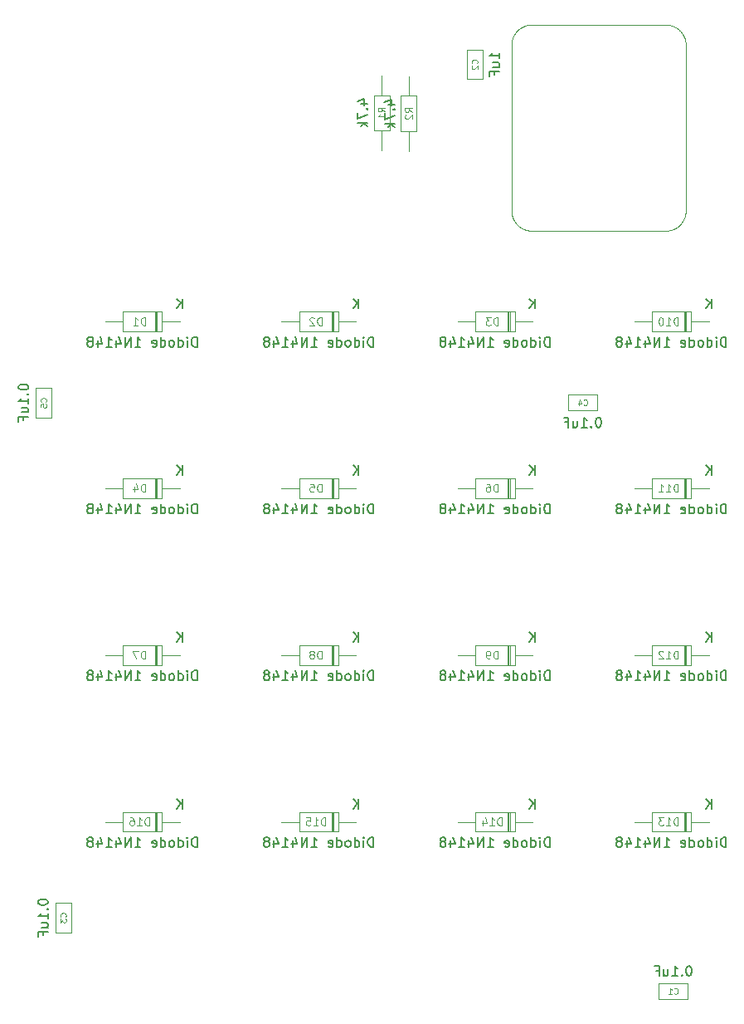
<source format=gbr>
G04 #@! TF.GenerationSoftware,KiCad,Pcbnew,8.0.6*
G04 #@! TF.CreationDate,2024-10-20T21:42:17+02:00*
G04 #@! TF.ProjectId,macropad,6d616372-6f70-4616-942e-6b696361645f,v7.6*
G04 #@! TF.SameCoordinates,Original*
G04 #@! TF.FileFunction,AssemblyDrawing,Bot*
%FSLAX46Y46*%
G04 Gerber Fmt 4.6, Leading zero omitted, Abs format (unit mm)*
G04 Created by KiCad (PCBNEW 8.0.6) date 2024-10-20 21:42:17*
%MOMM*%
%LPD*%
G01*
G04 APERTURE LIST*
%ADD10C,0.150000*%
%ADD11C,0.120000*%
%ADD12C,0.090000*%
%ADD13C,0.108000*%
%ADD14C,0.100000*%
%ADD15C,0.025400*%
G04 APERTURE END LIST*
D10*
X58631428Y-32799819D02*
X58631428Y-31799819D01*
X58631428Y-31799819D02*
X58393333Y-31799819D01*
X58393333Y-31799819D02*
X58250476Y-31847438D01*
X58250476Y-31847438D02*
X58155238Y-31942676D01*
X58155238Y-31942676D02*
X58107619Y-32037914D01*
X58107619Y-32037914D02*
X58060000Y-32228390D01*
X58060000Y-32228390D02*
X58060000Y-32371247D01*
X58060000Y-32371247D02*
X58107619Y-32561723D01*
X58107619Y-32561723D02*
X58155238Y-32656961D01*
X58155238Y-32656961D02*
X58250476Y-32752200D01*
X58250476Y-32752200D02*
X58393333Y-32799819D01*
X58393333Y-32799819D02*
X58631428Y-32799819D01*
X57631428Y-32799819D02*
X57631428Y-32133152D01*
X57631428Y-31799819D02*
X57679047Y-31847438D01*
X57679047Y-31847438D02*
X57631428Y-31895057D01*
X57631428Y-31895057D02*
X57583809Y-31847438D01*
X57583809Y-31847438D02*
X57631428Y-31799819D01*
X57631428Y-31799819D02*
X57631428Y-31895057D01*
X56726667Y-32799819D02*
X56726667Y-31799819D01*
X56726667Y-32752200D02*
X56821905Y-32799819D01*
X56821905Y-32799819D02*
X57012381Y-32799819D01*
X57012381Y-32799819D02*
X57107619Y-32752200D01*
X57107619Y-32752200D02*
X57155238Y-32704580D01*
X57155238Y-32704580D02*
X57202857Y-32609342D01*
X57202857Y-32609342D02*
X57202857Y-32323628D01*
X57202857Y-32323628D02*
X57155238Y-32228390D01*
X57155238Y-32228390D02*
X57107619Y-32180771D01*
X57107619Y-32180771D02*
X57012381Y-32133152D01*
X57012381Y-32133152D02*
X56821905Y-32133152D01*
X56821905Y-32133152D02*
X56726667Y-32180771D01*
X56107619Y-32799819D02*
X56202857Y-32752200D01*
X56202857Y-32752200D02*
X56250476Y-32704580D01*
X56250476Y-32704580D02*
X56298095Y-32609342D01*
X56298095Y-32609342D02*
X56298095Y-32323628D01*
X56298095Y-32323628D02*
X56250476Y-32228390D01*
X56250476Y-32228390D02*
X56202857Y-32180771D01*
X56202857Y-32180771D02*
X56107619Y-32133152D01*
X56107619Y-32133152D02*
X55964762Y-32133152D01*
X55964762Y-32133152D02*
X55869524Y-32180771D01*
X55869524Y-32180771D02*
X55821905Y-32228390D01*
X55821905Y-32228390D02*
X55774286Y-32323628D01*
X55774286Y-32323628D02*
X55774286Y-32609342D01*
X55774286Y-32609342D02*
X55821905Y-32704580D01*
X55821905Y-32704580D02*
X55869524Y-32752200D01*
X55869524Y-32752200D02*
X55964762Y-32799819D01*
X55964762Y-32799819D02*
X56107619Y-32799819D01*
X54917143Y-32799819D02*
X54917143Y-31799819D01*
X54917143Y-32752200D02*
X55012381Y-32799819D01*
X55012381Y-32799819D02*
X55202857Y-32799819D01*
X55202857Y-32799819D02*
X55298095Y-32752200D01*
X55298095Y-32752200D02*
X55345714Y-32704580D01*
X55345714Y-32704580D02*
X55393333Y-32609342D01*
X55393333Y-32609342D02*
X55393333Y-32323628D01*
X55393333Y-32323628D02*
X55345714Y-32228390D01*
X55345714Y-32228390D02*
X55298095Y-32180771D01*
X55298095Y-32180771D02*
X55202857Y-32133152D01*
X55202857Y-32133152D02*
X55012381Y-32133152D01*
X55012381Y-32133152D02*
X54917143Y-32180771D01*
X54060000Y-32752200D02*
X54155238Y-32799819D01*
X54155238Y-32799819D02*
X54345714Y-32799819D01*
X54345714Y-32799819D02*
X54440952Y-32752200D01*
X54440952Y-32752200D02*
X54488571Y-32656961D01*
X54488571Y-32656961D02*
X54488571Y-32276009D01*
X54488571Y-32276009D02*
X54440952Y-32180771D01*
X54440952Y-32180771D02*
X54345714Y-32133152D01*
X54345714Y-32133152D02*
X54155238Y-32133152D01*
X54155238Y-32133152D02*
X54060000Y-32180771D01*
X54060000Y-32180771D02*
X54012381Y-32276009D01*
X54012381Y-32276009D02*
X54012381Y-32371247D01*
X54012381Y-32371247D02*
X54488571Y-32466485D01*
X52298095Y-32799819D02*
X52869523Y-32799819D01*
X52583809Y-32799819D02*
X52583809Y-31799819D01*
X52583809Y-31799819D02*
X52679047Y-31942676D01*
X52679047Y-31942676D02*
X52774285Y-32037914D01*
X52774285Y-32037914D02*
X52869523Y-32085533D01*
X51869523Y-32799819D02*
X51869523Y-31799819D01*
X51869523Y-31799819D02*
X51298095Y-32799819D01*
X51298095Y-32799819D02*
X51298095Y-31799819D01*
X50393333Y-32133152D02*
X50393333Y-32799819D01*
X50631428Y-31752200D02*
X50869523Y-32466485D01*
X50869523Y-32466485D02*
X50250476Y-32466485D01*
X49345714Y-32799819D02*
X49917142Y-32799819D01*
X49631428Y-32799819D02*
X49631428Y-31799819D01*
X49631428Y-31799819D02*
X49726666Y-31942676D01*
X49726666Y-31942676D02*
X49821904Y-32037914D01*
X49821904Y-32037914D02*
X49917142Y-32085533D01*
X48488571Y-32133152D02*
X48488571Y-32799819D01*
X48726666Y-31752200D02*
X48964761Y-32466485D01*
X48964761Y-32466485D02*
X48345714Y-32466485D01*
X47821904Y-32228390D02*
X47917142Y-32180771D01*
X47917142Y-32180771D02*
X47964761Y-32133152D01*
X47964761Y-32133152D02*
X48012380Y-32037914D01*
X48012380Y-32037914D02*
X48012380Y-31990295D01*
X48012380Y-31990295D02*
X47964761Y-31895057D01*
X47964761Y-31895057D02*
X47917142Y-31847438D01*
X47917142Y-31847438D02*
X47821904Y-31799819D01*
X47821904Y-31799819D02*
X47631428Y-31799819D01*
X47631428Y-31799819D02*
X47536190Y-31847438D01*
X47536190Y-31847438D02*
X47488571Y-31895057D01*
X47488571Y-31895057D02*
X47440952Y-31990295D01*
X47440952Y-31990295D02*
X47440952Y-32037914D01*
X47440952Y-32037914D02*
X47488571Y-32133152D01*
X47488571Y-32133152D02*
X47536190Y-32180771D01*
X47536190Y-32180771D02*
X47631428Y-32228390D01*
X47631428Y-32228390D02*
X47821904Y-32228390D01*
X47821904Y-32228390D02*
X47917142Y-32276009D01*
X47917142Y-32276009D02*
X47964761Y-32323628D01*
X47964761Y-32323628D02*
X48012380Y-32418866D01*
X48012380Y-32418866D02*
X48012380Y-32609342D01*
X48012380Y-32609342D02*
X47964761Y-32704580D01*
X47964761Y-32704580D02*
X47917142Y-32752200D01*
X47917142Y-32752200D02*
X47821904Y-32799819D01*
X47821904Y-32799819D02*
X47631428Y-32799819D01*
X47631428Y-32799819D02*
X47536190Y-32752200D01*
X47536190Y-32752200D02*
X47488571Y-32704580D01*
X47488571Y-32704580D02*
X47440952Y-32609342D01*
X47440952Y-32609342D02*
X47440952Y-32418866D01*
X47440952Y-32418866D02*
X47488571Y-32323628D01*
X47488571Y-32323628D02*
X47536190Y-32276009D01*
X47536190Y-32276009D02*
X47631428Y-32228390D01*
X57131904Y-28879819D02*
X57131904Y-27879819D01*
X56560476Y-28879819D02*
X56989047Y-28308390D01*
X56560476Y-27879819D02*
X57131904Y-28451247D01*
D11*
X53350475Y-30588855D02*
X53350475Y-29788855D01*
X53350475Y-29788855D02*
X53159999Y-29788855D01*
X53159999Y-29788855D02*
X53045713Y-29826950D01*
X53045713Y-29826950D02*
X52969523Y-29903140D01*
X52969523Y-29903140D02*
X52931428Y-29979331D01*
X52931428Y-29979331D02*
X52893332Y-30131712D01*
X52893332Y-30131712D02*
X52893332Y-30245998D01*
X52893332Y-30245998D02*
X52931428Y-30398379D01*
X52931428Y-30398379D02*
X52969523Y-30474569D01*
X52969523Y-30474569D02*
X53045713Y-30550760D01*
X53045713Y-30550760D02*
X53159999Y-30588855D01*
X53159999Y-30588855D02*
X53350475Y-30588855D01*
X52626666Y-29788855D02*
X52131428Y-29788855D01*
X52131428Y-29788855D02*
X52398094Y-30093617D01*
X52398094Y-30093617D02*
X52283809Y-30093617D01*
X52283809Y-30093617D02*
X52207618Y-30131712D01*
X52207618Y-30131712D02*
X52169523Y-30169807D01*
X52169523Y-30169807D02*
X52131428Y-30245998D01*
X52131428Y-30245998D02*
X52131428Y-30436474D01*
X52131428Y-30436474D02*
X52169523Y-30512664D01*
X52169523Y-30512664D02*
X52207618Y-30550760D01*
X52207618Y-30550760D02*
X52283809Y-30588855D01*
X52283809Y-30588855D02*
X52512380Y-30588855D01*
X52512380Y-30588855D02*
X52588571Y-30550760D01*
X52588571Y-30550760D02*
X52626666Y-30512664D01*
D10*
X4404819Y-36857143D02*
X4404819Y-36952381D01*
X4404819Y-36952381D02*
X4452438Y-37047619D01*
X4452438Y-37047619D02*
X4500057Y-37095238D01*
X4500057Y-37095238D02*
X4595295Y-37142857D01*
X4595295Y-37142857D02*
X4785771Y-37190476D01*
X4785771Y-37190476D02*
X5023866Y-37190476D01*
X5023866Y-37190476D02*
X5214342Y-37142857D01*
X5214342Y-37142857D02*
X5309580Y-37095238D01*
X5309580Y-37095238D02*
X5357200Y-37047619D01*
X5357200Y-37047619D02*
X5404819Y-36952381D01*
X5404819Y-36952381D02*
X5404819Y-36857143D01*
X5404819Y-36857143D02*
X5357200Y-36761905D01*
X5357200Y-36761905D02*
X5309580Y-36714286D01*
X5309580Y-36714286D02*
X5214342Y-36666667D01*
X5214342Y-36666667D02*
X5023866Y-36619048D01*
X5023866Y-36619048D02*
X4785771Y-36619048D01*
X4785771Y-36619048D02*
X4595295Y-36666667D01*
X4595295Y-36666667D02*
X4500057Y-36714286D01*
X4500057Y-36714286D02*
X4452438Y-36761905D01*
X4452438Y-36761905D02*
X4404819Y-36857143D01*
X5309580Y-37619048D02*
X5357200Y-37666667D01*
X5357200Y-37666667D02*
X5404819Y-37619048D01*
X5404819Y-37619048D02*
X5357200Y-37571429D01*
X5357200Y-37571429D02*
X5309580Y-37619048D01*
X5309580Y-37619048D02*
X5404819Y-37619048D01*
X5404819Y-38619047D02*
X5404819Y-38047619D01*
X5404819Y-38333333D02*
X4404819Y-38333333D01*
X4404819Y-38333333D02*
X4547676Y-38238095D01*
X4547676Y-38238095D02*
X4642914Y-38142857D01*
X4642914Y-38142857D02*
X4690533Y-38047619D01*
X4738152Y-39476190D02*
X5404819Y-39476190D01*
X4738152Y-39047619D02*
X5261961Y-39047619D01*
X5261961Y-39047619D02*
X5357200Y-39095238D01*
X5357200Y-39095238D02*
X5404819Y-39190476D01*
X5404819Y-39190476D02*
X5404819Y-39333333D01*
X5404819Y-39333333D02*
X5357200Y-39428571D01*
X5357200Y-39428571D02*
X5309580Y-39476190D01*
X4881009Y-40285714D02*
X4881009Y-39952381D01*
X5404819Y-39952381D02*
X4404819Y-39952381D01*
X4404819Y-39952381D02*
X4404819Y-40428571D01*
D12*
X7215748Y-38400000D02*
X7244320Y-38371428D01*
X7244320Y-38371428D02*
X7272891Y-38285714D01*
X7272891Y-38285714D02*
X7272891Y-38228571D01*
X7272891Y-38228571D02*
X7244320Y-38142857D01*
X7244320Y-38142857D02*
X7187177Y-38085714D01*
X7187177Y-38085714D02*
X7130034Y-38057143D01*
X7130034Y-38057143D02*
X7015748Y-38028571D01*
X7015748Y-38028571D02*
X6930034Y-38028571D01*
X6930034Y-38028571D02*
X6815748Y-38057143D01*
X6815748Y-38057143D02*
X6758605Y-38085714D01*
X6758605Y-38085714D02*
X6701462Y-38142857D01*
X6701462Y-38142857D02*
X6672891Y-38228571D01*
X6672891Y-38228571D02*
X6672891Y-38285714D01*
X6672891Y-38285714D02*
X6701462Y-38371428D01*
X6701462Y-38371428D02*
X6730034Y-38400000D01*
X6672891Y-38942857D02*
X6672891Y-38657143D01*
X6672891Y-38657143D02*
X6958605Y-38628571D01*
X6958605Y-38628571D02*
X6930034Y-38657143D01*
X6930034Y-38657143D02*
X6901462Y-38714286D01*
X6901462Y-38714286D02*
X6901462Y-38857143D01*
X6901462Y-38857143D02*
X6930034Y-38914286D01*
X6930034Y-38914286D02*
X6958605Y-38942857D01*
X6958605Y-38942857D02*
X7015748Y-38971428D01*
X7015748Y-38971428D02*
X7158605Y-38971428D01*
X7158605Y-38971428D02*
X7215748Y-38942857D01*
X7215748Y-38942857D02*
X7244320Y-38914286D01*
X7244320Y-38914286D02*
X7272891Y-38857143D01*
X7272891Y-38857143D02*
X7272891Y-38714286D01*
X7272891Y-38714286D02*
X7244320Y-38657143D01*
X7244320Y-38657143D02*
X7215748Y-38628571D01*
D10*
X76631428Y-49799819D02*
X76631428Y-48799819D01*
X76631428Y-48799819D02*
X76393333Y-48799819D01*
X76393333Y-48799819D02*
X76250476Y-48847438D01*
X76250476Y-48847438D02*
X76155238Y-48942676D01*
X76155238Y-48942676D02*
X76107619Y-49037914D01*
X76107619Y-49037914D02*
X76060000Y-49228390D01*
X76060000Y-49228390D02*
X76060000Y-49371247D01*
X76060000Y-49371247D02*
X76107619Y-49561723D01*
X76107619Y-49561723D02*
X76155238Y-49656961D01*
X76155238Y-49656961D02*
X76250476Y-49752200D01*
X76250476Y-49752200D02*
X76393333Y-49799819D01*
X76393333Y-49799819D02*
X76631428Y-49799819D01*
X75631428Y-49799819D02*
X75631428Y-49133152D01*
X75631428Y-48799819D02*
X75679047Y-48847438D01*
X75679047Y-48847438D02*
X75631428Y-48895057D01*
X75631428Y-48895057D02*
X75583809Y-48847438D01*
X75583809Y-48847438D02*
X75631428Y-48799819D01*
X75631428Y-48799819D02*
X75631428Y-48895057D01*
X74726667Y-49799819D02*
X74726667Y-48799819D01*
X74726667Y-49752200D02*
X74821905Y-49799819D01*
X74821905Y-49799819D02*
X75012381Y-49799819D01*
X75012381Y-49799819D02*
X75107619Y-49752200D01*
X75107619Y-49752200D02*
X75155238Y-49704580D01*
X75155238Y-49704580D02*
X75202857Y-49609342D01*
X75202857Y-49609342D02*
X75202857Y-49323628D01*
X75202857Y-49323628D02*
X75155238Y-49228390D01*
X75155238Y-49228390D02*
X75107619Y-49180771D01*
X75107619Y-49180771D02*
X75012381Y-49133152D01*
X75012381Y-49133152D02*
X74821905Y-49133152D01*
X74821905Y-49133152D02*
X74726667Y-49180771D01*
X74107619Y-49799819D02*
X74202857Y-49752200D01*
X74202857Y-49752200D02*
X74250476Y-49704580D01*
X74250476Y-49704580D02*
X74298095Y-49609342D01*
X74298095Y-49609342D02*
X74298095Y-49323628D01*
X74298095Y-49323628D02*
X74250476Y-49228390D01*
X74250476Y-49228390D02*
X74202857Y-49180771D01*
X74202857Y-49180771D02*
X74107619Y-49133152D01*
X74107619Y-49133152D02*
X73964762Y-49133152D01*
X73964762Y-49133152D02*
X73869524Y-49180771D01*
X73869524Y-49180771D02*
X73821905Y-49228390D01*
X73821905Y-49228390D02*
X73774286Y-49323628D01*
X73774286Y-49323628D02*
X73774286Y-49609342D01*
X73774286Y-49609342D02*
X73821905Y-49704580D01*
X73821905Y-49704580D02*
X73869524Y-49752200D01*
X73869524Y-49752200D02*
X73964762Y-49799819D01*
X73964762Y-49799819D02*
X74107619Y-49799819D01*
X72917143Y-49799819D02*
X72917143Y-48799819D01*
X72917143Y-49752200D02*
X73012381Y-49799819D01*
X73012381Y-49799819D02*
X73202857Y-49799819D01*
X73202857Y-49799819D02*
X73298095Y-49752200D01*
X73298095Y-49752200D02*
X73345714Y-49704580D01*
X73345714Y-49704580D02*
X73393333Y-49609342D01*
X73393333Y-49609342D02*
X73393333Y-49323628D01*
X73393333Y-49323628D02*
X73345714Y-49228390D01*
X73345714Y-49228390D02*
X73298095Y-49180771D01*
X73298095Y-49180771D02*
X73202857Y-49133152D01*
X73202857Y-49133152D02*
X73012381Y-49133152D01*
X73012381Y-49133152D02*
X72917143Y-49180771D01*
X72060000Y-49752200D02*
X72155238Y-49799819D01*
X72155238Y-49799819D02*
X72345714Y-49799819D01*
X72345714Y-49799819D02*
X72440952Y-49752200D01*
X72440952Y-49752200D02*
X72488571Y-49656961D01*
X72488571Y-49656961D02*
X72488571Y-49276009D01*
X72488571Y-49276009D02*
X72440952Y-49180771D01*
X72440952Y-49180771D02*
X72345714Y-49133152D01*
X72345714Y-49133152D02*
X72155238Y-49133152D01*
X72155238Y-49133152D02*
X72060000Y-49180771D01*
X72060000Y-49180771D02*
X72012381Y-49276009D01*
X72012381Y-49276009D02*
X72012381Y-49371247D01*
X72012381Y-49371247D02*
X72488571Y-49466485D01*
X70298095Y-49799819D02*
X70869523Y-49799819D01*
X70583809Y-49799819D02*
X70583809Y-48799819D01*
X70583809Y-48799819D02*
X70679047Y-48942676D01*
X70679047Y-48942676D02*
X70774285Y-49037914D01*
X70774285Y-49037914D02*
X70869523Y-49085533D01*
X69869523Y-49799819D02*
X69869523Y-48799819D01*
X69869523Y-48799819D02*
X69298095Y-49799819D01*
X69298095Y-49799819D02*
X69298095Y-48799819D01*
X68393333Y-49133152D02*
X68393333Y-49799819D01*
X68631428Y-48752200D02*
X68869523Y-49466485D01*
X68869523Y-49466485D02*
X68250476Y-49466485D01*
X67345714Y-49799819D02*
X67917142Y-49799819D01*
X67631428Y-49799819D02*
X67631428Y-48799819D01*
X67631428Y-48799819D02*
X67726666Y-48942676D01*
X67726666Y-48942676D02*
X67821904Y-49037914D01*
X67821904Y-49037914D02*
X67917142Y-49085533D01*
X66488571Y-49133152D02*
X66488571Y-49799819D01*
X66726666Y-48752200D02*
X66964761Y-49466485D01*
X66964761Y-49466485D02*
X66345714Y-49466485D01*
X65821904Y-49228390D02*
X65917142Y-49180771D01*
X65917142Y-49180771D02*
X65964761Y-49133152D01*
X65964761Y-49133152D02*
X66012380Y-49037914D01*
X66012380Y-49037914D02*
X66012380Y-48990295D01*
X66012380Y-48990295D02*
X65964761Y-48895057D01*
X65964761Y-48895057D02*
X65917142Y-48847438D01*
X65917142Y-48847438D02*
X65821904Y-48799819D01*
X65821904Y-48799819D02*
X65631428Y-48799819D01*
X65631428Y-48799819D02*
X65536190Y-48847438D01*
X65536190Y-48847438D02*
X65488571Y-48895057D01*
X65488571Y-48895057D02*
X65440952Y-48990295D01*
X65440952Y-48990295D02*
X65440952Y-49037914D01*
X65440952Y-49037914D02*
X65488571Y-49133152D01*
X65488571Y-49133152D02*
X65536190Y-49180771D01*
X65536190Y-49180771D02*
X65631428Y-49228390D01*
X65631428Y-49228390D02*
X65821904Y-49228390D01*
X65821904Y-49228390D02*
X65917142Y-49276009D01*
X65917142Y-49276009D02*
X65964761Y-49323628D01*
X65964761Y-49323628D02*
X66012380Y-49418866D01*
X66012380Y-49418866D02*
X66012380Y-49609342D01*
X66012380Y-49609342D02*
X65964761Y-49704580D01*
X65964761Y-49704580D02*
X65917142Y-49752200D01*
X65917142Y-49752200D02*
X65821904Y-49799819D01*
X65821904Y-49799819D02*
X65631428Y-49799819D01*
X65631428Y-49799819D02*
X65536190Y-49752200D01*
X65536190Y-49752200D02*
X65488571Y-49704580D01*
X65488571Y-49704580D02*
X65440952Y-49609342D01*
X65440952Y-49609342D02*
X65440952Y-49418866D01*
X65440952Y-49418866D02*
X65488571Y-49323628D01*
X65488571Y-49323628D02*
X65536190Y-49276009D01*
X65536190Y-49276009D02*
X65631428Y-49228390D01*
D11*
X71731428Y-47588855D02*
X71731428Y-46788855D01*
X71731428Y-46788855D02*
X71540952Y-46788855D01*
X71540952Y-46788855D02*
X71426666Y-46826950D01*
X71426666Y-46826950D02*
X71350476Y-46903140D01*
X71350476Y-46903140D02*
X71312381Y-46979331D01*
X71312381Y-46979331D02*
X71274285Y-47131712D01*
X71274285Y-47131712D02*
X71274285Y-47245998D01*
X71274285Y-47245998D02*
X71312381Y-47398379D01*
X71312381Y-47398379D02*
X71350476Y-47474569D01*
X71350476Y-47474569D02*
X71426666Y-47550760D01*
X71426666Y-47550760D02*
X71540952Y-47588855D01*
X71540952Y-47588855D02*
X71731428Y-47588855D01*
X70512381Y-47588855D02*
X70969524Y-47588855D01*
X70740952Y-47588855D02*
X70740952Y-46788855D01*
X70740952Y-46788855D02*
X70817143Y-46903140D01*
X70817143Y-46903140D02*
X70893333Y-46979331D01*
X70893333Y-46979331D02*
X70969524Y-47017426D01*
X69750476Y-47588855D02*
X70207619Y-47588855D01*
X69979047Y-47588855D02*
X69979047Y-46788855D01*
X69979047Y-46788855D02*
X70055238Y-46903140D01*
X70055238Y-46903140D02*
X70131428Y-46979331D01*
X70131428Y-46979331D02*
X70207619Y-47017426D01*
D10*
X75131904Y-45879819D02*
X75131904Y-44879819D01*
X74560476Y-45879819D02*
X74989047Y-45308390D01*
X74560476Y-44879819D02*
X75131904Y-45451247D01*
X63642856Y-40004819D02*
X63547618Y-40004819D01*
X63547618Y-40004819D02*
X63452380Y-40052438D01*
X63452380Y-40052438D02*
X63404761Y-40100057D01*
X63404761Y-40100057D02*
X63357142Y-40195295D01*
X63357142Y-40195295D02*
X63309523Y-40385771D01*
X63309523Y-40385771D02*
X63309523Y-40623866D01*
X63309523Y-40623866D02*
X63357142Y-40814342D01*
X63357142Y-40814342D02*
X63404761Y-40909580D01*
X63404761Y-40909580D02*
X63452380Y-40957200D01*
X63452380Y-40957200D02*
X63547618Y-41004819D01*
X63547618Y-41004819D02*
X63642856Y-41004819D01*
X63642856Y-41004819D02*
X63738094Y-40957200D01*
X63738094Y-40957200D02*
X63785713Y-40909580D01*
X63785713Y-40909580D02*
X63833332Y-40814342D01*
X63833332Y-40814342D02*
X63880951Y-40623866D01*
X63880951Y-40623866D02*
X63880951Y-40385771D01*
X63880951Y-40385771D02*
X63833332Y-40195295D01*
X63833332Y-40195295D02*
X63785713Y-40100057D01*
X63785713Y-40100057D02*
X63738094Y-40052438D01*
X63738094Y-40052438D02*
X63642856Y-40004819D01*
X62880951Y-40909580D02*
X62833332Y-40957200D01*
X62833332Y-40957200D02*
X62880951Y-41004819D01*
X62880951Y-41004819D02*
X62928570Y-40957200D01*
X62928570Y-40957200D02*
X62880951Y-40909580D01*
X62880951Y-40909580D02*
X62880951Y-41004819D01*
X61880952Y-41004819D02*
X62452380Y-41004819D01*
X62166666Y-41004819D02*
X62166666Y-40004819D01*
X62166666Y-40004819D02*
X62261904Y-40147676D01*
X62261904Y-40147676D02*
X62357142Y-40242914D01*
X62357142Y-40242914D02*
X62452380Y-40290533D01*
X61023809Y-40338152D02*
X61023809Y-41004819D01*
X61452380Y-40338152D02*
X61452380Y-40861961D01*
X61452380Y-40861961D02*
X61404761Y-40957200D01*
X61404761Y-40957200D02*
X61309523Y-41004819D01*
X61309523Y-41004819D02*
X61166666Y-41004819D01*
X61166666Y-41004819D02*
X61071428Y-40957200D01*
X61071428Y-40957200D02*
X61023809Y-40909580D01*
X60214285Y-40481009D02*
X60547618Y-40481009D01*
X60547618Y-41004819D02*
X60547618Y-40004819D01*
X60547618Y-40004819D02*
X60071428Y-40004819D01*
D12*
X62099999Y-38715748D02*
X62128571Y-38744320D01*
X62128571Y-38744320D02*
X62214285Y-38772891D01*
X62214285Y-38772891D02*
X62271428Y-38772891D01*
X62271428Y-38772891D02*
X62357142Y-38744320D01*
X62357142Y-38744320D02*
X62414285Y-38687177D01*
X62414285Y-38687177D02*
X62442856Y-38630034D01*
X62442856Y-38630034D02*
X62471428Y-38515748D01*
X62471428Y-38515748D02*
X62471428Y-38430034D01*
X62471428Y-38430034D02*
X62442856Y-38315748D01*
X62442856Y-38315748D02*
X62414285Y-38258605D01*
X62414285Y-38258605D02*
X62357142Y-38201462D01*
X62357142Y-38201462D02*
X62271428Y-38172891D01*
X62271428Y-38172891D02*
X62214285Y-38172891D01*
X62214285Y-38172891D02*
X62128571Y-38201462D01*
X62128571Y-38201462D02*
X62099999Y-38230034D01*
X61585714Y-38372891D02*
X61585714Y-38772891D01*
X61728571Y-38144320D02*
X61871428Y-38572891D01*
X61871428Y-38572891D02*
X61499999Y-38572891D01*
D10*
X40631428Y-83799819D02*
X40631428Y-82799819D01*
X40631428Y-82799819D02*
X40393333Y-82799819D01*
X40393333Y-82799819D02*
X40250476Y-82847438D01*
X40250476Y-82847438D02*
X40155238Y-82942676D01*
X40155238Y-82942676D02*
X40107619Y-83037914D01*
X40107619Y-83037914D02*
X40060000Y-83228390D01*
X40060000Y-83228390D02*
X40060000Y-83371247D01*
X40060000Y-83371247D02*
X40107619Y-83561723D01*
X40107619Y-83561723D02*
X40155238Y-83656961D01*
X40155238Y-83656961D02*
X40250476Y-83752200D01*
X40250476Y-83752200D02*
X40393333Y-83799819D01*
X40393333Y-83799819D02*
X40631428Y-83799819D01*
X39631428Y-83799819D02*
X39631428Y-83133152D01*
X39631428Y-82799819D02*
X39679047Y-82847438D01*
X39679047Y-82847438D02*
X39631428Y-82895057D01*
X39631428Y-82895057D02*
X39583809Y-82847438D01*
X39583809Y-82847438D02*
X39631428Y-82799819D01*
X39631428Y-82799819D02*
X39631428Y-82895057D01*
X38726667Y-83799819D02*
X38726667Y-82799819D01*
X38726667Y-83752200D02*
X38821905Y-83799819D01*
X38821905Y-83799819D02*
X39012381Y-83799819D01*
X39012381Y-83799819D02*
X39107619Y-83752200D01*
X39107619Y-83752200D02*
X39155238Y-83704580D01*
X39155238Y-83704580D02*
X39202857Y-83609342D01*
X39202857Y-83609342D02*
X39202857Y-83323628D01*
X39202857Y-83323628D02*
X39155238Y-83228390D01*
X39155238Y-83228390D02*
X39107619Y-83180771D01*
X39107619Y-83180771D02*
X39012381Y-83133152D01*
X39012381Y-83133152D02*
X38821905Y-83133152D01*
X38821905Y-83133152D02*
X38726667Y-83180771D01*
X38107619Y-83799819D02*
X38202857Y-83752200D01*
X38202857Y-83752200D02*
X38250476Y-83704580D01*
X38250476Y-83704580D02*
X38298095Y-83609342D01*
X38298095Y-83609342D02*
X38298095Y-83323628D01*
X38298095Y-83323628D02*
X38250476Y-83228390D01*
X38250476Y-83228390D02*
X38202857Y-83180771D01*
X38202857Y-83180771D02*
X38107619Y-83133152D01*
X38107619Y-83133152D02*
X37964762Y-83133152D01*
X37964762Y-83133152D02*
X37869524Y-83180771D01*
X37869524Y-83180771D02*
X37821905Y-83228390D01*
X37821905Y-83228390D02*
X37774286Y-83323628D01*
X37774286Y-83323628D02*
X37774286Y-83609342D01*
X37774286Y-83609342D02*
X37821905Y-83704580D01*
X37821905Y-83704580D02*
X37869524Y-83752200D01*
X37869524Y-83752200D02*
X37964762Y-83799819D01*
X37964762Y-83799819D02*
X38107619Y-83799819D01*
X36917143Y-83799819D02*
X36917143Y-82799819D01*
X36917143Y-83752200D02*
X37012381Y-83799819D01*
X37012381Y-83799819D02*
X37202857Y-83799819D01*
X37202857Y-83799819D02*
X37298095Y-83752200D01*
X37298095Y-83752200D02*
X37345714Y-83704580D01*
X37345714Y-83704580D02*
X37393333Y-83609342D01*
X37393333Y-83609342D02*
X37393333Y-83323628D01*
X37393333Y-83323628D02*
X37345714Y-83228390D01*
X37345714Y-83228390D02*
X37298095Y-83180771D01*
X37298095Y-83180771D02*
X37202857Y-83133152D01*
X37202857Y-83133152D02*
X37012381Y-83133152D01*
X37012381Y-83133152D02*
X36917143Y-83180771D01*
X36060000Y-83752200D02*
X36155238Y-83799819D01*
X36155238Y-83799819D02*
X36345714Y-83799819D01*
X36345714Y-83799819D02*
X36440952Y-83752200D01*
X36440952Y-83752200D02*
X36488571Y-83656961D01*
X36488571Y-83656961D02*
X36488571Y-83276009D01*
X36488571Y-83276009D02*
X36440952Y-83180771D01*
X36440952Y-83180771D02*
X36345714Y-83133152D01*
X36345714Y-83133152D02*
X36155238Y-83133152D01*
X36155238Y-83133152D02*
X36060000Y-83180771D01*
X36060000Y-83180771D02*
X36012381Y-83276009D01*
X36012381Y-83276009D02*
X36012381Y-83371247D01*
X36012381Y-83371247D02*
X36488571Y-83466485D01*
X34298095Y-83799819D02*
X34869523Y-83799819D01*
X34583809Y-83799819D02*
X34583809Y-82799819D01*
X34583809Y-82799819D02*
X34679047Y-82942676D01*
X34679047Y-82942676D02*
X34774285Y-83037914D01*
X34774285Y-83037914D02*
X34869523Y-83085533D01*
X33869523Y-83799819D02*
X33869523Y-82799819D01*
X33869523Y-82799819D02*
X33298095Y-83799819D01*
X33298095Y-83799819D02*
X33298095Y-82799819D01*
X32393333Y-83133152D02*
X32393333Y-83799819D01*
X32631428Y-82752200D02*
X32869523Y-83466485D01*
X32869523Y-83466485D02*
X32250476Y-83466485D01*
X31345714Y-83799819D02*
X31917142Y-83799819D01*
X31631428Y-83799819D02*
X31631428Y-82799819D01*
X31631428Y-82799819D02*
X31726666Y-82942676D01*
X31726666Y-82942676D02*
X31821904Y-83037914D01*
X31821904Y-83037914D02*
X31917142Y-83085533D01*
X30488571Y-83133152D02*
X30488571Y-83799819D01*
X30726666Y-82752200D02*
X30964761Y-83466485D01*
X30964761Y-83466485D02*
X30345714Y-83466485D01*
X29821904Y-83228390D02*
X29917142Y-83180771D01*
X29917142Y-83180771D02*
X29964761Y-83133152D01*
X29964761Y-83133152D02*
X30012380Y-83037914D01*
X30012380Y-83037914D02*
X30012380Y-82990295D01*
X30012380Y-82990295D02*
X29964761Y-82895057D01*
X29964761Y-82895057D02*
X29917142Y-82847438D01*
X29917142Y-82847438D02*
X29821904Y-82799819D01*
X29821904Y-82799819D02*
X29631428Y-82799819D01*
X29631428Y-82799819D02*
X29536190Y-82847438D01*
X29536190Y-82847438D02*
X29488571Y-82895057D01*
X29488571Y-82895057D02*
X29440952Y-82990295D01*
X29440952Y-82990295D02*
X29440952Y-83037914D01*
X29440952Y-83037914D02*
X29488571Y-83133152D01*
X29488571Y-83133152D02*
X29536190Y-83180771D01*
X29536190Y-83180771D02*
X29631428Y-83228390D01*
X29631428Y-83228390D02*
X29821904Y-83228390D01*
X29821904Y-83228390D02*
X29917142Y-83276009D01*
X29917142Y-83276009D02*
X29964761Y-83323628D01*
X29964761Y-83323628D02*
X30012380Y-83418866D01*
X30012380Y-83418866D02*
X30012380Y-83609342D01*
X30012380Y-83609342D02*
X29964761Y-83704580D01*
X29964761Y-83704580D02*
X29917142Y-83752200D01*
X29917142Y-83752200D02*
X29821904Y-83799819D01*
X29821904Y-83799819D02*
X29631428Y-83799819D01*
X29631428Y-83799819D02*
X29536190Y-83752200D01*
X29536190Y-83752200D02*
X29488571Y-83704580D01*
X29488571Y-83704580D02*
X29440952Y-83609342D01*
X29440952Y-83609342D02*
X29440952Y-83418866D01*
X29440952Y-83418866D02*
X29488571Y-83323628D01*
X29488571Y-83323628D02*
X29536190Y-83276009D01*
X29536190Y-83276009D02*
X29631428Y-83228390D01*
D11*
X35731428Y-81588855D02*
X35731428Y-80788855D01*
X35731428Y-80788855D02*
X35540952Y-80788855D01*
X35540952Y-80788855D02*
X35426666Y-80826950D01*
X35426666Y-80826950D02*
X35350476Y-80903140D01*
X35350476Y-80903140D02*
X35312381Y-80979331D01*
X35312381Y-80979331D02*
X35274285Y-81131712D01*
X35274285Y-81131712D02*
X35274285Y-81245998D01*
X35274285Y-81245998D02*
X35312381Y-81398379D01*
X35312381Y-81398379D02*
X35350476Y-81474569D01*
X35350476Y-81474569D02*
X35426666Y-81550760D01*
X35426666Y-81550760D02*
X35540952Y-81588855D01*
X35540952Y-81588855D02*
X35731428Y-81588855D01*
X34512381Y-81588855D02*
X34969524Y-81588855D01*
X34740952Y-81588855D02*
X34740952Y-80788855D01*
X34740952Y-80788855D02*
X34817143Y-80903140D01*
X34817143Y-80903140D02*
X34893333Y-80979331D01*
X34893333Y-80979331D02*
X34969524Y-81017426D01*
X33788571Y-80788855D02*
X34169523Y-80788855D01*
X34169523Y-80788855D02*
X34207619Y-81169807D01*
X34207619Y-81169807D02*
X34169523Y-81131712D01*
X34169523Y-81131712D02*
X34093333Y-81093617D01*
X34093333Y-81093617D02*
X33902857Y-81093617D01*
X33902857Y-81093617D02*
X33826666Y-81131712D01*
X33826666Y-81131712D02*
X33788571Y-81169807D01*
X33788571Y-81169807D02*
X33750476Y-81245998D01*
X33750476Y-81245998D02*
X33750476Y-81436474D01*
X33750476Y-81436474D02*
X33788571Y-81512664D01*
X33788571Y-81512664D02*
X33826666Y-81550760D01*
X33826666Y-81550760D02*
X33902857Y-81588855D01*
X33902857Y-81588855D02*
X34093333Y-81588855D01*
X34093333Y-81588855D02*
X34169523Y-81550760D01*
X34169523Y-81550760D02*
X34207619Y-81512664D01*
D10*
X39131904Y-79879819D02*
X39131904Y-78879819D01*
X38560476Y-79879819D02*
X38989047Y-79308390D01*
X38560476Y-78879819D02*
X39131904Y-79451247D01*
X22631428Y-49799819D02*
X22631428Y-48799819D01*
X22631428Y-48799819D02*
X22393333Y-48799819D01*
X22393333Y-48799819D02*
X22250476Y-48847438D01*
X22250476Y-48847438D02*
X22155238Y-48942676D01*
X22155238Y-48942676D02*
X22107619Y-49037914D01*
X22107619Y-49037914D02*
X22060000Y-49228390D01*
X22060000Y-49228390D02*
X22060000Y-49371247D01*
X22060000Y-49371247D02*
X22107619Y-49561723D01*
X22107619Y-49561723D02*
X22155238Y-49656961D01*
X22155238Y-49656961D02*
X22250476Y-49752200D01*
X22250476Y-49752200D02*
X22393333Y-49799819D01*
X22393333Y-49799819D02*
X22631428Y-49799819D01*
X21631428Y-49799819D02*
X21631428Y-49133152D01*
X21631428Y-48799819D02*
X21679047Y-48847438D01*
X21679047Y-48847438D02*
X21631428Y-48895057D01*
X21631428Y-48895057D02*
X21583809Y-48847438D01*
X21583809Y-48847438D02*
X21631428Y-48799819D01*
X21631428Y-48799819D02*
X21631428Y-48895057D01*
X20726667Y-49799819D02*
X20726667Y-48799819D01*
X20726667Y-49752200D02*
X20821905Y-49799819D01*
X20821905Y-49799819D02*
X21012381Y-49799819D01*
X21012381Y-49799819D02*
X21107619Y-49752200D01*
X21107619Y-49752200D02*
X21155238Y-49704580D01*
X21155238Y-49704580D02*
X21202857Y-49609342D01*
X21202857Y-49609342D02*
X21202857Y-49323628D01*
X21202857Y-49323628D02*
X21155238Y-49228390D01*
X21155238Y-49228390D02*
X21107619Y-49180771D01*
X21107619Y-49180771D02*
X21012381Y-49133152D01*
X21012381Y-49133152D02*
X20821905Y-49133152D01*
X20821905Y-49133152D02*
X20726667Y-49180771D01*
X20107619Y-49799819D02*
X20202857Y-49752200D01*
X20202857Y-49752200D02*
X20250476Y-49704580D01*
X20250476Y-49704580D02*
X20298095Y-49609342D01*
X20298095Y-49609342D02*
X20298095Y-49323628D01*
X20298095Y-49323628D02*
X20250476Y-49228390D01*
X20250476Y-49228390D02*
X20202857Y-49180771D01*
X20202857Y-49180771D02*
X20107619Y-49133152D01*
X20107619Y-49133152D02*
X19964762Y-49133152D01*
X19964762Y-49133152D02*
X19869524Y-49180771D01*
X19869524Y-49180771D02*
X19821905Y-49228390D01*
X19821905Y-49228390D02*
X19774286Y-49323628D01*
X19774286Y-49323628D02*
X19774286Y-49609342D01*
X19774286Y-49609342D02*
X19821905Y-49704580D01*
X19821905Y-49704580D02*
X19869524Y-49752200D01*
X19869524Y-49752200D02*
X19964762Y-49799819D01*
X19964762Y-49799819D02*
X20107619Y-49799819D01*
X18917143Y-49799819D02*
X18917143Y-48799819D01*
X18917143Y-49752200D02*
X19012381Y-49799819D01*
X19012381Y-49799819D02*
X19202857Y-49799819D01*
X19202857Y-49799819D02*
X19298095Y-49752200D01*
X19298095Y-49752200D02*
X19345714Y-49704580D01*
X19345714Y-49704580D02*
X19393333Y-49609342D01*
X19393333Y-49609342D02*
X19393333Y-49323628D01*
X19393333Y-49323628D02*
X19345714Y-49228390D01*
X19345714Y-49228390D02*
X19298095Y-49180771D01*
X19298095Y-49180771D02*
X19202857Y-49133152D01*
X19202857Y-49133152D02*
X19012381Y-49133152D01*
X19012381Y-49133152D02*
X18917143Y-49180771D01*
X18060000Y-49752200D02*
X18155238Y-49799819D01*
X18155238Y-49799819D02*
X18345714Y-49799819D01*
X18345714Y-49799819D02*
X18440952Y-49752200D01*
X18440952Y-49752200D02*
X18488571Y-49656961D01*
X18488571Y-49656961D02*
X18488571Y-49276009D01*
X18488571Y-49276009D02*
X18440952Y-49180771D01*
X18440952Y-49180771D02*
X18345714Y-49133152D01*
X18345714Y-49133152D02*
X18155238Y-49133152D01*
X18155238Y-49133152D02*
X18060000Y-49180771D01*
X18060000Y-49180771D02*
X18012381Y-49276009D01*
X18012381Y-49276009D02*
X18012381Y-49371247D01*
X18012381Y-49371247D02*
X18488571Y-49466485D01*
X16298095Y-49799819D02*
X16869523Y-49799819D01*
X16583809Y-49799819D02*
X16583809Y-48799819D01*
X16583809Y-48799819D02*
X16679047Y-48942676D01*
X16679047Y-48942676D02*
X16774285Y-49037914D01*
X16774285Y-49037914D02*
X16869523Y-49085533D01*
X15869523Y-49799819D02*
X15869523Y-48799819D01*
X15869523Y-48799819D02*
X15298095Y-49799819D01*
X15298095Y-49799819D02*
X15298095Y-48799819D01*
X14393333Y-49133152D02*
X14393333Y-49799819D01*
X14631428Y-48752200D02*
X14869523Y-49466485D01*
X14869523Y-49466485D02*
X14250476Y-49466485D01*
X13345714Y-49799819D02*
X13917142Y-49799819D01*
X13631428Y-49799819D02*
X13631428Y-48799819D01*
X13631428Y-48799819D02*
X13726666Y-48942676D01*
X13726666Y-48942676D02*
X13821904Y-49037914D01*
X13821904Y-49037914D02*
X13917142Y-49085533D01*
X12488571Y-49133152D02*
X12488571Y-49799819D01*
X12726666Y-48752200D02*
X12964761Y-49466485D01*
X12964761Y-49466485D02*
X12345714Y-49466485D01*
X11821904Y-49228390D02*
X11917142Y-49180771D01*
X11917142Y-49180771D02*
X11964761Y-49133152D01*
X11964761Y-49133152D02*
X12012380Y-49037914D01*
X12012380Y-49037914D02*
X12012380Y-48990295D01*
X12012380Y-48990295D02*
X11964761Y-48895057D01*
X11964761Y-48895057D02*
X11917142Y-48847438D01*
X11917142Y-48847438D02*
X11821904Y-48799819D01*
X11821904Y-48799819D02*
X11631428Y-48799819D01*
X11631428Y-48799819D02*
X11536190Y-48847438D01*
X11536190Y-48847438D02*
X11488571Y-48895057D01*
X11488571Y-48895057D02*
X11440952Y-48990295D01*
X11440952Y-48990295D02*
X11440952Y-49037914D01*
X11440952Y-49037914D02*
X11488571Y-49133152D01*
X11488571Y-49133152D02*
X11536190Y-49180771D01*
X11536190Y-49180771D02*
X11631428Y-49228390D01*
X11631428Y-49228390D02*
X11821904Y-49228390D01*
X11821904Y-49228390D02*
X11917142Y-49276009D01*
X11917142Y-49276009D02*
X11964761Y-49323628D01*
X11964761Y-49323628D02*
X12012380Y-49418866D01*
X12012380Y-49418866D02*
X12012380Y-49609342D01*
X12012380Y-49609342D02*
X11964761Y-49704580D01*
X11964761Y-49704580D02*
X11917142Y-49752200D01*
X11917142Y-49752200D02*
X11821904Y-49799819D01*
X11821904Y-49799819D02*
X11631428Y-49799819D01*
X11631428Y-49799819D02*
X11536190Y-49752200D01*
X11536190Y-49752200D02*
X11488571Y-49704580D01*
X11488571Y-49704580D02*
X11440952Y-49609342D01*
X11440952Y-49609342D02*
X11440952Y-49418866D01*
X11440952Y-49418866D02*
X11488571Y-49323628D01*
X11488571Y-49323628D02*
X11536190Y-49276009D01*
X11536190Y-49276009D02*
X11631428Y-49228390D01*
X21131904Y-45879819D02*
X21131904Y-44879819D01*
X20560476Y-45879819D02*
X20989047Y-45308390D01*
X20560476Y-44879819D02*
X21131904Y-45451247D01*
D11*
X17350475Y-47588855D02*
X17350475Y-46788855D01*
X17350475Y-46788855D02*
X17159999Y-46788855D01*
X17159999Y-46788855D02*
X17045713Y-46826950D01*
X17045713Y-46826950D02*
X16969523Y-46903140D01*
X16969523Y-46903140D02*
X16931428Y-46979331D01*
X16931428Y-46979331D02*
X16893332Y-47131712D01*
X16893332Y-47131712D02*
X16893332Y-47245998D01*
X16893332Y-47245998D02*
X16931428Y-47398379D01*
X16931428Y-47398379D02*
X16969523Y-47474569D01*
X16969523Y-47474569D02*
X17045713Y-47550760D01*
X17045713Y-47550760D02*
X17159999Y-47588855D01*
X17159999Y-47588855D02*
X17350475Y-47588855D01*
X16207618Y-47055521D02*
X16207618Y-47588855D01*
X16398094Y-46750760D02*
X16588571Y-47322188D01*
X16588571Y-47322188D02*
X16093332Y-47322188D01*
D10*
X40631428Y-66799819D02*
X40631428Y-65799819D01*
X40631428Y-65799819D02*
X40393333Y-65799819D01*
X40393333Y-65799819D02*
X40250476Y-65847438D01*
X40250476Y-65847438D02*
X40155238Y-65942676D01*
X40155238Y-65942676D02*
X40107619Y-66037914D01*
X40107619Y-66037914D02*
X40060000Y-66228390D01*
X40060000Y-66228390D02*
X40060000Y-66371247D01*
X40060000Y-66371247D02*
X40107619Y-66561723D01*
X40107619Y-66561723D02*
X40155238Y-66656961D01*
X40155238Y-66656961D02*
X40250476Y-66752200D01*
X40250476Y-66752200D02*
X40393333Y-66799819D01*
X40393333Y-66799819D02*
X40631428Y-66799819D01*
X39631428Y-66799819D02*
X39631428Y-66133152D01*
X39631428Y-65799819D02*
X39679047Y-65847438D01*
X39679047Y-65847438D02*
X39631428Y-65895057D01*
X39631428Y-65895057D02*
X39583809Y-65847438D01*
X39583809Y-65847438D02*
X39631428Y-65799819D01*
X39631428Y-65799819D02*
X39631428Y-65895057D01*
X38726667Y-66799819D02*
X38726667Y-65799819D01*
X38726667Y-66752200D02*
X38821905Y-66799819D01*
X38821905Y-66799819D02*
X39012381Y-66799819D01*
X39012381Y-66799819D02*
X39107619Y-66752200D01*
X39107619Y-66752200D02*
X39155238Y-66704580D01*
X39155238Y-66704580D02*
X39202857Y-66609342D01*
X39202857Y-66609342D02*
X39202857Y-66323628D01*
X39202857Y-66323628D02*
X39155238Y-66228390D01*
X39155238Y-66228390D02*
X39107619Y-66180771D01*
X39107619Y-66180771D02*
X39012381Y-66133152D01*
X39012381Y-66133152D02*
X38821905Y-66133152D01*
X38821905Y-66133152D02*
X38726667Y-66180771D01*
X38107619Y-66799819D02*
X38202857Y-66752200D01*
X38202857Y-66752200D02*
X38250476Y-66704580D01*
X38250476Y-66704580D02*
X38298095Y-66609342D01*
X38298095Y-66609342D02*
X38298095Y-66323628D01*
X38298095Y-66323628D02*
X38250476Y-66228390D01*
X38250476Y-66228390D02*
X38202857Y-66180771D01*
X38202857Y-66180771D02*
X38107619Y-66133152D01*
X38107619Y-66133152D02*
X37964762Y-66133152D01*
X37964762Y-66133152D02*
X37869524Y-66180771D01*
X37869524Y-66180771D02*
X37821905Y-66228390D01*
X37821905Y-66228390D02*
X37774286Y-66323628D01*
X37774286Y-66323628D02*
X37774286Y-66609342D01*
X37774286Y-66609342D02*
X37821905Y-66704580D01*
X37821905Y-66704580D02*
X37869524Y-66752200D01*
X37869524Y-66752200D02*
X37964762Y-66799819D01*
X37964762Y-66799819D02*
X38107619Y-66799819D01*
X36917143Y-66799819D02*
X36917143Y-65799819D01*
X36917143Y-66752200D02*
X37012381Y-66799819D01*
X37012381Y-66799819D02*
X37202857Y-66799819D01*
X37202857Y-66799819D02*
X37298095Y-66752200D01*
X37298095Y-66752200D02*
X37345714Y-66704580D01*
X37345714Y-66704580D02*
X37393333Y-66609342D01*
X37393333Y-66609342D02*
X37393333Y-66323628D01*
X37393333Y-66323628D02*
X37345714Y-66228390D01*
X37345714Y-66228390D02*
X37298095Y-66180771D01*
X37298095Y-66180771D02*
X37202857Y-66133152D01*
X37202857Y-66133152D02*
X37012381Y-66133152D01*
X37012381Y-66133152D02*
X36917143Y-66180771D01*
X36060000Y-66752200D02*
X36155238Y-66799819D01*
X36155238Y-66799819D02*
X36345714Y-66799819D01*
X36345714Y-66799819D02*
X36440952Y-66752200D01*
X36440952Y-66752200D02*
X36488571Y-66656961D01*
X36488571Y-66656961D02*
X36488571Y-66276009D01*
X36488571Y-66276009D02*
X36440952Y-66180771D01*
X36440952Y-66180771D02*
X36345714Y-66133152D01*
X36345714Y-66133152D02*
X36155238Y-66133152D01*
X36155238Y-66133152D02*
X36060000Y-66180771D01*
X36060000Y-66180771D02*
X36012381Y-66276009D01*
X36012381Y-66276009D02*
X36012381Y-66371247D01*
X36012381Y-66371247D02*
X36488571Y-66466485D01*
X34298095Y-66799819D02*
X34869523Y-66799819D01*
X34583809Y-66799819D02*
X34583809Y-65799819D01*
X34583809Y-65799819D02*
X34679047Y-65942676D01*
X34679047Y-65942676D02*
X34774285Y-66037914D01*
X34774285Y-66037914D02*
X34869523Y-66085533D01*
X33869523Y-66799819D02*
X33869523Y-65799819D01*
X33869523Y-65799819D02*
X33298095Y-66799819D01*
X33298095Y-66799819D02*
X33298095Y-65799819D01*
X32393333Y-66133152D02*
X32393333Y-66799819D01*
X32631428Y-65752200D02*
X32869523Y-66466485D01*
X32869523Y-66466485D02*
X32250476Y-66466485D01*
X31345714Y-66799819D02*
X31917142Y-66799819D01*
X31631428Y-66799819D02*
X31631428Y-65799819D01*
X31631428Y-65799819D02*
X31726666Y-65942676D01*
X31726666Y-65942676D02*
X31821904Y-66037914D01*
X31821904Y-66037914D02*
X31917142Y-66085533D01*
X30488571Y-66133152D02*
X30488571Y-66799819D01*
X30726666Y-65752200D02*
X30964761Y-66466485D01*
X30964761Y-66466485D02*
X30345714Y-66466485D01*
X29821904Y-66228390D02*
X29917142Y-66180771D01*
X29917142Y-66180771D02*
X29964761Y-66133152D01*
X29964761Y-66133152D02*
X30012380Y-66037914D01*
X30012380Y-66037914D02*
X30012380Y-65990295D01*
X30012380Y-65990295D02*
X29964761Y-65895057D01*
X29964761Y-65895057D02*
X29917142Y-65847438D01*
X29917142Y-65847438D02*
X29821904Y-65799819D01*
X29821904Y-65799819D02*
X29631428Y-65799819D01*
X29631428Y-65799819D02*
X29536190Y-65847438D01*
X29536190Y-65847438D02*
X29488571Y-65895057D01*
X29488571Y-65895057D02*
X29440952Y-65990295D01*
X29440952Y-65990295D02*
X29440952Y-66037914D01*
X29440952Y-66037914D02*
X29488571Y-66133152D01*
X29488571Y-66133152D02*
X29536190Y-66180771D01*
X29536190Y-66180771D02*
X29631428Y-66228390D01*
X29631428Y-66228390D02*
X29821904Y-66228390D01*
X29821904Y-66228390D02*
X29917142Y-66276009D01*
X29917142Y-66276009D02*
X29964761Y-66323628D01*
X29964761Y-66323628D02*
X30012380Y-66418866D01*
X30012380Y-66418866D02*
X30012380Y-66609342D01*
X30012380Y-66609342D02*
X29964761Y-66704580D01*
X29964761Y-66704580D02*
X29917142Y-66752200D01*
X29917142Y-66752200D02*
X29821904Y-66799819D01*
X29821904Y-66799819D02*
X29631428Y-66799819D01*
X29631428Y-66799819D02*
X29536190Y-66752200D01*
X29536190Y-66752200D02*
X29488571Y-66704580D01*
X29488571Y-66704580D02*
X29440952Y-66609342D01*
X29440952Y-66609342D02*
X29440952Y-66418866D01*
X29440952Y-66418866D02*
X29488571Y-66323628D01*
X29488571Y-66323628D02*
X29536190Y-66276009D01*
X29536190Y-66276009D02*
X29631428Y-66228390D01*
D11*
X35350475Y-64588855D02*
X35350475Y-63788855D01*
X35350475Y-63788855D02*
X35159999Y-63788855D01*
X35159999Y-63788855D02*
X35045713Y-63826950D01*
X35045713Y-63826950D02*
X34969523Y-63903140D01*
X34969523Y-63903140D02*
X34931428Y-63979331D01*
X34931428Y-63979331D02*
X34893332Y-64131712D01*
X34893332Y-64131712D02*
X34893332Y-64245998D01*
X34893332Y-64245998D02*
X34931428Y-64398379D01*
X34931428Y-64398379D02*
X34969523Y-64474569D01*
X34969523Y-64474569D02*
X35045713Y-64550760D01*
X35045713Y-64550760D02*
X35159999Y-64588855D01*
X35159999Y-64588855D02*
X35350475Y-64588855D01*
X34436190Y-64131712D02*
X34512380Y-64093617D01*
X34512380Y-64093617D02*
X34550475Y-64055521D01*
X34550475Y-64055521D02*
X34588571Y-63979331D01*
X34588571Y-63979331D02*
X34588571Y-63941236D01*
X34588571Y-63941236D02*
X34550475Y-63865045D01*
X34550475Y-63865045D02*
X34512380Y-63826950D01*
X34512380Y-63826950D02*
X34436190Y-63788855D01*
X34436190Y-63788855D02*
X34283809Y-63788855D01*
X34283809Y-63788855D02*
X34207618Y-63826950D01*
X34207618Y-63826950D02*
X34169523Y-63865045D01*
X34169523Y-63865045D02*
X34131428Y-63941236D01*
X34131428Y-63941236D02*
X34131428Y-63979331D01*
X34131428Y-63979331D02*
X34169523Y-64055521D01*
X34169523Y-64055521D02*
X34207618Y-64093617D01*
X34207618Y-64093617D02*
X34283809Y-64131712D01*
X34283809Y-64131712D02*
X34436190Y-64131712D01*
X34436190Y-64131712D02*
X34512380Y-64169807D01*
X34512380Y-64169807D02*
X34550475Y-64207902D01*
X34550475Y-64207902D02*
X34588571Y-64284093D01*
X34588571Y-64284093D02*
X34588571Y-64436474D01*
X34588571Y-64436474D02*
X34550475Y-64512664D01*
X34550475Y-64512664D02*
X34512380Y-64550760D01*
X34512380Y-64550760D02*
X34436190Y-64588855D01*
X34436190Y-64588855D02*
X34283809Y-64588855D01*
X34283809Y-64588855D02*
X34207618Y-64550760D01*
X34207618Y-64550760D02*
X34169523Y-64512664D01*
X34169523Y-64512664D02*
X34131428Y-64436474D01*
X34131428Y-64436474D02*
X34131428Y-64284093D01*
X34131428Y-64284093D02*
X34169523Y-64207902D01*
X34169523Y-64207902D02*
X34207618Y-64169807D01*
X34207618Y-64169807D02*
X34283809Y-64131712D01*
D10*
X39131904Y-62879819D02*
X39131904Y-61879819D01*
X38560476Y-62879819D02*
X38989047Y-62308390D01*
X38560476Y-61879819D02*
X39131904Y-62451247D01*
X76631428Y-32799819D02*
X76631428Y-31799819D01*
X76631428Y-31799819D02*
X76393333Y-31799819D01*
X76393333Y-31799819D02*
X76250476Y-31847438D01*
X76250476Y-31847438D02*
X76155238Y-31942676D01*
X76155238Y-31942676D02*
X76107619Y-32037914D01*
X76107619Y-32037914D02*
X76060000Y-32228390D01*
X76060000Y-32228390D02*
X76060000Y-32371247D01*
X76060000Y-32371247D02*
X76107619Y-32561723D01*
X76107619Y-32561723D02*
X76155238Y-32656961D01*
X76155238Y-32656961D02*
X76250476Y-32752200D01*
X76250476Y-32752200D02*
X76393333Y-32799819D01*
X76393333Y-32799819D02*
X76631428Y-32799819D01*
X75631428Y-32799819D02*
X75631428Y-32133152D01*
X75631428Y-31799819D02*
X75679047Y-31847438D01*
X75679047Y-31847438D02*
X75631428Y-31895057D01*
X75631428Y-31895057D02*
X75583809Y-31847438D01*
X75583809Y-31847438D02*
X75631428Y-31799819D01*
X75631428Y-31799819D02*
X75631428Y-31895057D01*
X74726667Y-32799819D02*
X74726667Y-31799819D01*
X74726667Y-32752200D02*
X74821905Y-32799819D01*
X74821905Y-32799819D02*
X75012381Y-32799819D01*
X75012381Y-32799819D02*
X75107619Y-32752200D01*
X75107619Y-32752200D02*
X75155238Y-32704580D01*
X75155238Y-32704580D02*
X75202857Y-32609342D01*
X75202857Y-32609342D02*
X75202857Y-32323628D01*
X75202857Y-32323628D02*
X75155238Y-32228390D01*
X75155238Y-32228390D02*
X75107619Y-32180771D01*
X75107619Y-32180771D02*
X75012381Y-32133152D01*
X75012381Y-32133152D02*
X74821905Y-32133152D01*
X74821905Y-32133152D02*
X74726667Y-32180771D01*
X74107619Y-32799819D02*
X74202857Y-32752200D01*
X74202857Y-32752200D02*
X74250476Y-32704580D01*
X74250476Y-32704580D02*
X74298095Y-32609342D01*
X74298095Y-32609342D02*
X74298095Y-32323628D01*
X74298095Y-32323628D02*
X74250476Y-32228390D01*
X74250476Y-32228390D02*
X74202857Y-32180771D01*
X74202857Y-32180771D02*
X74107619Y-32133152D01*
X74107619Y-32133152D02*
X73964762Y-32133152D01*
X73964762Y-32133152D02*
X73869524Y-32180771D01*
X73869524Y-32180771D02*
X73821905Y-32228390D01*
X73821905Y-32228390D02*
X73774286Y-32323628D01*
X73774286Y-32323628D02*
X73774286Y-32609342D01*
X73774286Y-32609342D02*
X73821905Y-32704580D01*
X73821905Y-32704580D02*
X73869524Y-32752200D01*
X73869524Y-32752200D02*
X73964762Y-32799819D01*
X73964762Y-32799819D02*
X74107619Y-32799819D01*
X72917143Y-32799819D02*
X72917143Y-31799819D01*
X72917143Y-32752200D02*
X73012381Y-32799819D01*
X73012381Y-32799819D02*
X73202857Y-32799819D01*
X73202857Y-32799819D02*
X73298095Y-32752200D01*
X73298095Y-32752200D02*
X73345714Y-32704580D01*
X73345714Y-32704580D02*
X73393333Y-32609342D01*
X73393333Y-32609342D02*
X73393333Y-32323628D01*
X73393333Y-32323628D02*
X73345714Y-32228390D01*
X73345714Y-32228390D02*
X73298095Y-32180771D01*
X73298095Y-32180771D02*
X73202857Y-32133152D01*
X73202857Y-32133152D02*
X73012381Y-32133152D01*
X73012381Y-32133152D02*
X72917143Y-32180771D01*
X72060000Y-32752200D02*
X72155238Y-32799819D01*
X72155238Y-32799819D02*
X72345714Y-32799819D01*
X72345714Y-32799819D02*
X72440952Y-32752200D01*
X72440952Y-32752200D02*
X72488571Y-32656961D01*
X72488571Y-32656961D02*
X72488571Y-32276009D01*
X72488571Y-32276009D02*
X72440952Y-32180771D01*
X72440952Y-32180771D02*
X72345714Y-32133152D01*
X72345714Y-32133152D02*
X72155238Y-32133152D01*
X72155238Y-32133152D02*
X72060000Y-32180771D01*
X72060000Y-32180771D02*
X72012381Y-32276009D01*
X72012381Y-32276009D02*
X72012381Y-32371247D01*
X72012381Y-32371247D02*
X72488571Y-32466485D01*
X70298095Y-32799819D02*
X70869523Y-32799819D01*
X70583809Y-32799819D02*
X70583809Y-31799819D01*
X70583809Y-31799819D02*
X70679047Y-31942676D01*
X70679047Y-31942676D02*
X70774285Y-32037914D01*
X70774285Y-32037914D02*
X70869523Y-32085533D01*
X69869523Y-32799819D02*
X69869523Y-31799819D01*
X69869523Y-31799819D02*
X69298095Y-32799819D01*
X69298095Y-32799819D02*
X69298095Y-31799819D01*
X68393333Y-32133152D02*
X68393333Y-32799819D01*
X68631428Y-31752200D02*
X68869523Y-32466485D01*
X68869523Y-32466485D02*
X68250476Y-32466485D01*
X67345714Y-32799819D02*
X67917142Y-32799819D01*
X67631428Y-32799819D02*
X67631428Y-31799819D01*
X67631428Y-31799819D02*
X67726666Y-31942676D01*
X67726666Y-31942676D02*
X67821904Y-32037914D01*
X67821904Y-32037914D02*
X67917142Y-32085533D01*
X66488571Y-32133152D02*
X66488571Y-32799819D01*
X66726666Y-31752200D02*
X66964761Y-32466485D01*
X66964761Y-32466485D02*
X66345714Y-32466485D01*
X65821904Y-32228390D02*
X65917142Y-32180771D01*
X65917142Y-32180771D02*
X65964761Y-32133152D01*
X65964761Y-32133152D02*
X66012380Y-32037914D01*
X66012380Y-32037914D02*
X66012380Y-31990295D01*
X66012380Y-31990295D02*
X65964761Y-31895057D01*
X65964761Y-31895057D02*
X65917142Y-31847438D01*
X65917142Y-31847438D02*
X65821904Y-31799819D01*
X65821904Y-31799819D02*
X65631428Y-31799819D01*
X65631428Y-31799819D02*
X65536190Y-31847438D01*
X65536190Y-31847438D02*
X65488571Y-31895057D01*
X65488571Y-31895057D02*
X65440952Y-31990295D01*
X65440952Y-31990295D02*
X65440952Y-32037914D01*
X65440952Y-32037914D02*
X65488571Y-32133152D01*
X65488571Y-32133152D02*
X65536190Y-32180771D01*
X65536190Y-32180771D02*
X65631428Y-32228390D01*
X65631428Y-32228390D02*
X65821904Y-32228390D01*
X65821904Y-32228390D02*
X65917142Y-32276009D01*
X65917142Y-32276009D02*
X65964761Y-32323628D01*
X65964761Y-32323628D02*
X66012380Y-32418866D01*
X66012380Y-32418866D02*
X66012380Y-32609342D01*
X66012380Y-32609342D02*
X65964761Y-32704580D01*
X65964761Y-32704580D02*
X65917142Y-32752200D01*
X65917142Y-32752200D02*
X65821904Y-32799819D01*
X65821904Y-32799819D02*
X65631428Y-32799819D01*
X65631428Y-32799819D02*
X65536190Y-32752200D01*
X65536190Y-32752200D02*
X65488571Y-32704580D01*
X65488571Y-32704580D02*
X65440952Y-32609342D01*
X65440952Y-32609342D02*
X65440952Y-32418866D01*
X65440952Y-32418866D02*
X65488571Y-32323628D01*
X65488571Y-32323628D02*
X65536190Y-32276009D01*
X65536190Y-32276009D02*
X65631428Y-32228390D01*
X75131904Y-28879819D02*
X75131904Y-27879819D01*
X74560476Y-28879819D02*
X74989047Y-28308390D01*
X74560476Y-27879819D02*
X75131904Y-28451247D01*
D11*
X71731428Y-30588855D02*
X71731428Y-29788855D01*
X71731428Y-29788855D02*
X71540952Y-29788855D01*
X71540952Y-29788855D02*
X71426666Y-29826950D01*
X71426666Y-29826950D02*
X71350476Y-29903140D01*
X71350476Y-29903140D02*
X71312381Y-29979331D01*
X71312381Y-29979331D02*
X71274285Y-30131712D01*
X71274285Y-30131712D02*
X71274285Y-30245998D01*
X71274285Y-30245998D02*
X71312381Y-30398379D01*
X71312381Y-30398379D02*
X71350476Y-30474569D01*
X71350476Y-30474569D02*
X71426666Y-30550760D01*
X71426666Y-30550760D02*
X71540952Y-30588855D01*
X71540952Y-30588855D02*
X71731428Y-30588855D01*
X70512381Y-30588855D02*
X70969524Y-30588855D01*
X70740952Y-30588855D02*
X70740952Y-29788855D01*
X70740952Y-29788855D02*
X70817143Y-29903140D01*
X70817143Y-29903140D02*
X70893333Y-29979331D01*
X70893333Y-29979331D02*
X70969524Y-30017426D01*
X70017142Y-29788855D02*
X69940952Y-29788855D01*
X69940952Y-29788855D02*
X69864761Y-29826950D01*
X69864761Y-29826950D02*
X69826666Y-29865045D01*
X69826666Y-29865045D02*
X69788571Y-29941236D01*
X69788571Y-29941236D02*
X69750476Y-30093617D01*
X69750476Y-30093617D02*
X69750476Y-30284093D01*
X69750476Y-30284093D02*
X69788571Y-30436474D01*
X69788571Y-30436474D02*
X69826666Y-30512664D01*
X69826666Y-30512664D02*
X69864761Y-30550760D01*
X69864761Y-30550760D02*
X69940952Y-30588855D01*
X69940952Y-30588855D02*
X70017142Y-30588855D01*
X70017142Y-30588855D02*
X70093333Y-30550760D01*
X70093333Y-30550760D02*
X70131428Y-30512664D01*
X70131428Y-30512664D02*
X70169523Y-30436474D01*
X70169523Y-30436474D02*
X70207619Y-30284093D01*
X70207619Y-30284093D02*
X70207619Y-30093617D01*
X70207619Y-30093617D02*
X70169523Y-29941236D01*
X70169523Y-29941236D02*
X70131428Y-29865045D01*
X70131428Y-29865045D02*
X70093333Y-29826950D01*
X70093333Y-29826950D02*
X70017142Y-29788855D01*
D10*
X76631428Y-83799819D02*
X76631428Y-82799819D01*
X76631428Y-82799819D02*
X76393333Y-82799819D01*
X76393333Y-82799819D02*
X76250476Y-82847438D01*
X76250476Y-82847438D02*
X76155238Y-82942676D01*
X76155238Y-82942676D02*
X76107619Y-83037914D01*
X76107619Y-83037914D02*
X76060000Y-83228390D01*
X76060000Y-83228390D02*
X76060000Y-83371247D01*
X76060000Y-83371247D02*
X76107619Y-83561723D01*
X76107619Y-83561723D02*
X76155238Y-83656961D01*
X76155238Y-83656961D02*
X76250476Y-83752200D01*
X76250476Y-83752200D02*
X76393333Y-83799819D01*
X76393333Y-83799819D02*
X76631428Y-83799819D01*
X75631428Y-83799819D02*
X75631428Y-83133152D01*
X75631428Y-82799819D02*
X75679047Y-82847438D01*
X75679047Y-82847438D02*
X75631428Y-82895057D01*
X75631428Y-82895057D02*
X75583809Y-82847438D01*
X75583809Y-82847438D02*
X75631428Y-82799819D01*
X75631428Y-82799819D02*
X75631428Y-82895057D01*
X74726667Y-83799819D02*
X74726667Y-82799819D01*
X74726667Y-83752200D02*
X74821905Y-83799819D01*
X74821905Y-83799819D02*
X75012381Y-83799819D01*
X75012381Y-83799819D02*
X75107619Y-83752200D01*
X75107619Y-83752200D02*
X75155238Y-83704580D01*
X75155238Y-83704580D02*
X75202857Y-83609342D01*
X75202857Y-83609342D02*
X75202857Y-83323628D01*
X75202857Y-83323628D02*
X75155238Y-83228390D01*
X75155238Y-83228390D02*
X75107619Y-83180771D01*
X75107619Y-83180771D02*
X75012381Y-83133152D01*
X75012381Y-83133152D02*
X74821905Y-83133152D01*
X74821905Y-83133152D02*
X74726667Y-83180771D01*
X74107619Y-83799819D02*
X74202857Y-83752200D01*
X74202857Y-83752200D02*
X74250476Y-83704580D01*
X74250476Y-83704580D02*
X74298095Y-83609342D01*
X74298095Y-83609342D02*
X74298095Y-83323628D01*
X74298095Y-83323628D02*
X74250476Y-83228390D01*
X74250476Y-83228390D02*
X74202857Y-83180771D01*
X74202857Y-83180771D02*
X74107619Y-83133152D01*
X74107619Y-83133152D02*
X73964762Y-83133152D01*
X73964762Y-83133152D02*
X73869524Y-83180771D01*
X73869524Y-83180771D02*
X73821905Y-83228390D01*
X73821905Y-83228390D02*
X73774286Y-83323628D01*
X73774286Y-83323628D02*
X73774286Y-83609342D01*
X73774286Y-83609342D02*
X73821905Y-83704580D01*
X73821905Y-83704580D02*
X73869524Y-83752200D01*
X73869524Y-83752200D02*
X73964762Y-83799819D01*
X73964762Y-83799819D02*
X74107619Y-83799819D01*
X72917143Y-83799819D02*
X72917143Y-82799819D01*
X72917143Y-83752200D02*
X73012381Y-83799819D01*
X73012381Y-83799819D02*
X73202857Y-83799819D01*
X73202857Y-83799819D02*
X73298095Y-83752200D01*
X73298095Y-83752200D02*
X73345714Y-83704580D01*
X73345714Y-83704580D02*
X73393333Y-83609342D01*
X73393333Y-83609342D02*
X73393333Y-83323628D01*
X73393333Y-83323628D02*
X73345714Y-83228390D01*
X73345714Y-83228390D02*
X73298095Y-83180771D01*
X73298095Y-83180771D02*
X73202857Y-83133152D01*
X73202857Y-83133152D02*
X73012381Y-83133152D01*
X73012381Y-83133152D02*
X72917143Y-83180771D01*
X72060000Y-83752200D02*
X72155238Y-83799819D01*
X72155238Y-83799819D02*
X72345714Y-83799819D01*
X72345714Y-83799819D02*
X72440952Y-83752200D01*
X72440952Y-83752200D02*
X72488571Y-83656961D01*
X72488571Y-83656961D02*
X72488571Y-83276009D01*
X72488571Y-83276009D02*
X72440952Y-83180771D01*
X72440952Y-83180771D02*
X72345714Y-83133152D01*
X72345714Y-83133152D02*
X72155238Y-83133152D01*
X72155238Y-83133152D02*
X72060000Y-83180771D01*
X72060000Y-83180771D02*
X72012381Y-83276009D01*
X72012381Y-83276009D02*
X72012381Y-83371247D01*
X72012381Y-83371247D02*
X72488571Y-83466485D01*
X70298095Y-83799819D02*
X70869523Y-83799819D01*
X70583809Y-83799819D02*
X70583809Y-82799819D01*
X70583809Y-82799819D02*
X70679047Y-82942676D01*
X70679047Y-82942676D02*
X70774285Y-83037914D01*
X70774285Y-83037914D02*
X70869523Y-83085533D01*
X69869523Y-83799819D02*
X69869523Y-82799819D01*
X69869523Y-82799819D02*
X69298095Y-83799819D01*
X69298095Y-83799819D02*
X69298095Y-82799819D01*
X68393333Y-83133152D02*
X68393333Y-83799819D01*
X68631428Y-82752200D02*
X68869523Y-83466485D01*
X68869523Y-83466485D02*
X68250476Y-83466485D01*
X67345714Y-83799819D02*
X67917142Y-83799819D01*
X67631428Y-83799819D02*
X67631428Y-82799819D01*
X67631428Y-82799819D02*
X67726666Y-82942676D01*
X67726666Y-82942676D02*
X67821904Y-83037914D01*
X67821904Y-83037914D02*
X67917142Y-83085533D01*
X66488571Y-83133152D02*
X66488571Y-83799819D01*
X66726666Y-82752200D02*
X66964761Y-83466485D01*
X66964761Y-83466485D02*
X66345714Y-83466485D01*
X65821904Y-83228390D02*
X65917142Y-83180771D01*
X65917142Y-83180771D02*
X65964761Y-83133152D01*
X65964761Y-83133152D02*
X66012380Y-83037914D01*
X66012380Y-83037914D02*
X66012380Y-82990295D01*
X66012380Y-82990295D02*
X65964761Y-82895057D01*
X65964761Y-82895057D02*
X65917142Y-82847438D01*
X65917142Y-82847438D02*
X65821904Y-82799819D01*
X65821904Y-82799819D02*
X65631428Y-82799819D01*
X65631428Y-82799819D02*
X65536190Y-82847438D01*
X65536190Y-82847438D02*
X65488571Y-82895057D01*
X65488571Y-82895057D02*
X65440952Y-82990295D01*
X65440952Y-82990295D02*
X65440952Y-83037914D01*
X65440952Y-83037914D02*
X65488571Y-83133152D01*
X65488571Y-83133152D02*
X65536190Y-83180771D01*
X65536190Y-83180771D02*
X65631428Y-83228390D01*
X65631428Y-83228390D02*
X65821904Y-83228390D01*
X65821904Y-83228390D02*
X65917142Y-83276009D01*
X65917142Y-83276009D02*
X65964761Y-83323628D01*
X65964761Y-83323628D02*
X66012380Y-83418866D01*
X66012380Y-83418866D02*
X66012380Y-83609342D01*
X66012380Y-83609342D02*
X65964761Y-83704580D01*
X65964761Y-83704580D02*
X65917142Y-83752200D01*
X65917142Y-83752200D02*
X65821904Y-83799819D01*
X65821904Y-83799819D02*
X65631428Y-83799819D01*
X65631428Y-83799819D02*
X65536190Y-83752200D01*
X65536190Y-83752200D02*
X65488571Y-83704580D01*
X65488571Y-83704580D02*
X65440952Y-83609342D01*
X65440952Y-83609342D02*
X65440952Y-83418866D01*
X65440952Y-83418866D02*
X65488571Y-83323628D01*
X65488571Y-83323628D02*
X65536190Y-83276009D01*
X65536190Y-83276009D02*
X65631428Y-83228390D01*
D11*
X71731428Y-81588855D02*
X71731428Y-80788855D01*
X71731428Y-80788855D02*
X71540952Y-80788855D01*
X71540952Y-80788855D02*
X71426666Y-80826950D01*
X71426666Y-80826950D02*
X71350476Y-80903140D01*
X71350476Y-80903140D02*
X71312381Y-80979331D01*
X71312381Y-80979331D02*
X71274285Y-81131712D01*
X71274285Y-81131712D02*
X71274285Y-81245998D01*
X71274285Y-81245998D02*
X71312381Y-81398379D01*
X71312381Y-81398379D02*
X71350476Y-81474569D01*
X71350476Y-81474569D02*
X71426666Y-81550760D01*
X71426666Y-81550760D02*
X71540952Y-81588855D01*
X71540952Y-81588855D02*
X71731428Y-81588855D01*
X70512381Y-81588855D02*
X70969524Y-81588855D01*
X70740952Y-81588855D02*
X70740952Y-80788855D01*
X70740952Y-80788855D02*
X70817143Y-80903140D01*
X70817143Y-80903140D02*
X70893333Y-80979331D01*
X70893333Y-80979331D02*
X70969524Y-81017426D01*
X70245714Y-80788855D02*
X69750476Y-80788855D01*
X69750476Y-80788855D02*
X70017142Y-81093617D01*
X70017142Y-81093617D02*
X69902857Y-81093617D01*
X69902857Y-81093617D02*
X69826666Y-81131712D01*
X69826666Y-81131712D02*
X69788571Y-81169807D01*
X69788571Y-81169807D02*
X69750476Y-81245998D01*
X69750476Y-81245998D02*
X69750476Y-81436474D01*
X69750476Y-81436474D02*
X69788571Y-81512664D01*
X69788571Y-81512664D02*
X69826666Y-81550760D01*
X69826666Y-81550760D02*
X69902857Y-81588855D01*
X69902857Y-81588855D02*
X70131428Y-81588855D01*
X70131428Y-81588855D02*
X70207619Y-81550760D01*
X70207619Y-81550760D02*
X70245714Y-81512664D01*
D10*
X75131904Y-79879819D02*
X75131904Y-78879819D01*
X74560476Y-79879819D02*
X74989047Y-79308390D01*
X74560476Y-78879819D02*
X75131904Y-79451247D01*
X22631428Y-83799819D02*
X22631428Y-82799819D01*
X22631428Y-82799819D02*
X22393333Y-82799819D01*
X22393333Y-82799819D02*
X22250476Y-82847438D01*
X22250476Y-82847438D02*
X22155238Y-82942676D01*
X22155238Y-82942676D02*
X22107619Y-83037914D01*
X22107619Y-83037914D02*
X22060000Y-83228390D01*
X22060000Y-83228390D02*
X22060000Y-83371247D01*
X22060000Y-83371247D02*
X22107619Y-83561723D01*
X22107619Y-83561723D02*
X22155238Y-83656961D01*
X22155238Y-83656961D02*
X22250476Y-83752200D01*
X22250476Y-83752200D02*
X22393333Y-83799819D01*
X22393333Y-83799819D02*
X22631428Y-83799819D01*
X21631428Y-83799819D02*
X21631428Y-83133152D01*
X21631428Y-82799819D02*
X21679047Y-82847438D01*
X21679047Y-82847438D02*
X21631428Y-82895057D01*
X21631428Y-82895057D02*
X21583809Y-82847438D01*
X21583809Y-82847438D02*
X21631428Y-82799819D01*
X21631428Y-82799819D02*
X21631428Y-82895057D01*
X20726667Y-83799819D02*
X20726667Y-82799819D01*
X20726667Y-83752200D02*
X20821905Y-83799819D01*
X20821905Y-83799819D02*
X21012381Y-83799819D01*
X21012381Y-83799819D02*
X21107619Y-83752200D01*
X21107619Y-83752200D02*
X21155238Y-83704580D01*
X21155238Y-83704580D02*
X21202857Y-83609342D01*
X21202857Y-83609342D02*
X21202857Y-83323628D01*
X21202857Y-83323628D02*
X21155238Y-83228390D01*
X21155238Y-83228390D02*
X21107619Y-83180771D01*
X21107619Y-83180771D02*
X21012381Y-83133152D01*
X21012381Y-83133152D02*
X20821905Y-83133152D01*
X20821905Y-83133152D02*
X20726667Y-83180771D01*
X20107619Y-83799819D02*
X20202857Y-83752200D01*
X20202857Y-83752200D02*
X20250476Y-83704580D01*
X20250476Y-83704580D02*
X20298095Y-83609342D01*
X20298095Y-83609342D02*
X20298095Y-83323628D01*
X20298095Y-83323628D02*
X20250476Y-83228390D01*
X20250476Y-83228390D02*
X20202857Y-83180771D01*
X20202857Y-83180771D02*
X20107619Y-83133152D01*
X20107619Y-83133152D02*
X19964762Y-83133152D01*
X19964762Y-83133152D02*
X19869524Y-83180771D01*
X19869524Y-83180771D02*
X19821905Y-83228390D01*
X19821905Y-83228390D02*
X19774286Y-83323628D01*
X19774286Y-83323628D02*
X19774286Y-83609342D01*
X19774286Y-83609342D02*
X19821905Y-83704580D01*
X19821905Y-83704580D02*
X19869524Y-83752200D01*
X19869524Y-83752200D02*
X19964762Y-83799819D01*
X19964762Y-83799819D02*
X20107619Y-83799819D01*
X18917143Y-83799819D02*
X18917143Y-82799819D01*
X18917143Y-83752200D02*
X19012381Y-83799819D01*
X19012381Y-83799819D02*
X19202857Y-83799819D01*
X19202857Y-83799819D02*
X19298095Y-83752200D01*
X19298095Y-83752200D02*
X19345714Y-83704580D01*
X19345714Y-83704580D02*
X19393333Y-83609342D01*
X19393333Y-83609342D02*
X19393333Y-83323628D01*
X19393333Y-83323628D02*
X19345714Y-83228390D01*
X19345714Y-83228390D02*
X19298095Y-83180771D01*
X19298095Y-83180771D02*
X19202857Y-83133152D01*
X19202857Y-83133152D02*
X19012381Y-83133152D01*
X19012381Y-83133152D02*
X18917143Y-83180771D01*
X18060000Y-83752200D02*
X18155238Y-83799819D01*
X18155238Y-83799819D02*
X18345714Y-83799819D01*
X18345714Y-83799819D02*
X18440952Y-83752200D01*
X18440952Y-83752200D02*
X18488571Y-83656961D01*
X18488571Y-83656961D02*
X18488571Y-83276009D01*
X18488571Y-83276009D02*
X18440952Y-83180771D01*
X18440952Y-83180771D02*
X18345714Y-83133152D01*
X18345714Y-83133152D02*
X18155238Y-83133152D01*
X18155238Y-83133152D02*
X18060000Y-83180771D01*
X18060000Y-83180771D02*
X18012381Y-83276009D01*
X18012381Y-83276009D02*
X18012381Y-83371247D01*
X18012381Y-83371247D02*
X18488571Y-83466485D01*
X16298095Y-83799819D02*
X16869523Y-83799819D01*
X16583809Y-83799819D02*
X16583809Y-82799819D01*
X16583809Y-82799819D02*
X16679047Y-82942676D01*
X16679047Y-82942676D02*
X16774285Y-83037914D01*
X16774285Y-83037914D02*
X16869523Y-83085533D01*
X15869523Y-83799819D02*
X15869523Y-82799819D01*
X15869523Y-82799819D02*
X15298095Y-83799819D01*
X15298095Y-83799819D02*
X15298095Y-82799819D01*
X14393333Y-83133152D02*
X14393333Y-83799819D01*
X14631428Y-82752200D02*
X14869523Y-83466485D01*
X14869523Y-83466485D02*
X14250476Y-83466485D01*
X13345714Y-83799819D02*
X13917142Y-83799819D01*
X13631428Y-83799819D02*
X13631428Y-82799819D01*
X13631428Y-82799819D02*
X13726666Y-82942676D01*
X13726666Y-82942676D02*
X13821904Y-83037914D01*
X13821904Y-83037914D02*
X13917142Y-83085533D01*
X12488571Y-83133152D02*
X12488571Y-83799819D01*
X12726666Y-82752200D02*
X12964761Y-83466485D01*
X12964761Y-83466485D02*
X12345714Y-83466485D01*
X11821904Y-83228390D02*
X11917142Y-83180771D01*
X11917142Y-83180771D02*
X11964761Y-83133152D01*
X11964761Y-83133152D02*
X12012380Y-83037914D01*
X12012380Y-83037914D02*
X12012380Y-82990295D01*
X12012380Y-82990295D02*
X11964761Y-82895057D01*
X11964761Y-82895057D02*
X11917142Y-82847438D01*
X11917142Y-82847438D02*
X11821904Y-82799819D01*
X11821904Y-82799819D02*
X11631428Y-82799819D01*
X11631428Y-82799819D02*
X11536190Y-82847438D01*
X11536190Y-82847438D02*
X11488571Y-82895057D01*
X11488571Y-82895057D02*
X11440952Y-82990295D01*
X11440952Y-82990295D02*
X11440952Y-83037914D01*
X11440952Y-83037914D02*
X11488571Y-83133152D01*
X11488571Y-83133152D02*
X11536190Y-83180771D01*
X11536190Y-83180771D02*
X11631428Y-83228390D01*
X11631428Y-83228390D02*
X11821904Y-83228390D01*
X11821904Y-83228390D02*
X11917142Y-83276009D01*
X11917142Y-83276009D02*
X11964761Y-83323628D01*
X11964761Y-83323628D02*
X12012380Y-83418866D01*
X12012380Y-83418866D02*
X12012380Y-83609342D01*
X12012380Y-83609342D02*
X11964761Y-83704580D01*
X11964761Y-83704580D02*
X11917142Y-83752200D01*
X11917142Y-83752200D02*
X11821904Y-83799819D01*
X11821904Y-83799819D02*
X11631428Y-83799819D01*
X11631428Y-83799819D02*
X11536190Y-83752200D01*
X11536190Y-83752200D02*
X11488571Y-83704580D01*
X11488571Y-83704580D02*
X11440952Y-83609342D01*
X11440952Y-83609342D02*
X11440952Y-83418866D01*
X11440952Y-83418866D02*
X11488571Y-83323628D01*
X11488571Y-83323628D02*
X11536190Y-83276009D01*
X11536190Y-83276009D02*
X11631428Y-83228390D01*
X21131904Y-79879819D02*
X21131904Y-78879819D01*
X20560476Y-79879819D02*
X20989047Y-79308390D01*
X20560476Y-78879819D02*
X21131904Y-79451247D01*
D11*
X17731428Y-81588855D02*
X17731428Y-80788855D01*
X17731428Y-80788855D02*
X17540952Y-80788855D01*
X17540952Y-80788855D02*
X17426666Y-80826950D01*
X17426666Y-80826950D02*
X17350476Y-80903140D01*
X17350476Y-80903140D02*
X17312381Y-80979331D01*
X17312381Y-80979331D02*
X17274285Y-81131712D01*
X17274285Y-81131712D02*
X17274285Y-81245998D01*
X17274285Y-81245998D02*
X17312381Y-81398379D01*
X17312381Y-81398379D02*
X17350476Y-81474569D01*
X17350476Y-81474569D02*
X17426666Y-81550760D01*
X17426666Y-81550760D02*
X17540952Y-81588855D01*
X17540952Y-81588855D02*
X17731428Y-81588855D01*
X16512381Y-81588855D02*
X16969524Y-81588855D01*
X16740952Y-81588855D02*
X16740952Y-80788855D01*
X16740952Y-80788855D02*
X16817143Y-80903140D01*
X16817143Y-80903140D02*
X16893333Y-80979331D01*
X16893333Y-80979331D02*
X16969524Y-81017426D01*
X15826666Y-80788855D02*
X15979047Y-80788855D01*
X15979047Y-80788855D02*
X16055238Y-80826950D01*
X16055238Y-80826950D02*
X16093333Y-80865045D01*
X16093333Y-80865045D02*
X16169523Y-80979331D01*
X16169523Y-80979331D02*
X16207619Y-81131712D01*
X16207619Y-81131712D02*
X16207619Y-81436474D01*
X16207619Y-81436474D02*
X16169523Y-81512664D01*
X16169523Y-81512664D02*
X16131428Y-81550760D01*
X16131428Y-81550760D02*
X16055238Y-81588855D01*
X16055238Y-81588855D02*
X15902857Y-81588855D01*
X15902857Y-81588855D02*
X15826666Y-81550760D01*
X15826666Y-81550760D02*
X15788571Y-81512664D01*
X15788571Y-81512664D02*
X15750476Y-81436474D01*
X15750476Y-81436474D02*
X15750476Y-81245998D01*
X15750476Y-81245998D02*
X15788571Y-81169807D01*
X15788571Y-81169807D02*
X15826666Y-81131712D01*
X15826666Y-81131712D02*
X15902857Y-81093617D01*
X15902857Y-81093617D02*
X16055238Y-81093617D01*
X16055238Y-81093617D02*
X16131428Y-81131712D01*
X16131428Y-81131712D02*
X16169523Y-81169807D01*
X16169523Y-81169807D02*
X16207619Y-81245998D01*
D10*
X72892856Y-95904819D02*
X72797618Y-95904819D01*
X72797618Y-95904819D02*
X72702380Y-95952438D01*
X72702380Y-95952438D02*
X72654761Y-96000057D01*
X72654761Y-96000057D02*
X72607142Y-96095295D01*
X72607142Y-96095295D02*
X72559523Y-96285771D01*
X72559523Y-96285771D02*
X72559523Y-96523866D01*
X72559523Y-96523866D02*
X72607142Y-96714342D01*
X72607142Y-96714342D02*
X72654761Y-96809580D01*
X72654761Y-96809580D02*
X72702380Y-96857200D01*
X72702380Y-96857200D02*
X72797618Y-96904819D01*
X72797618Y-96904819D02*
X72892856Y-96904819D01*
X72892856Y-96904819D02*
X72988094Y-96857200D01*
X72988094Y-96857200D02*
X73035713Y-96809580D01*
X73035713Y-96809580D02*
X73083332Y-96714342D01*
X73083332Y-96714342D02*
X73130951Y-96523866D01*
X73130951Y-96523866D02*
X73130951Y-96285771D01*
X73130951Y-96285771D02*
X73083332Y-96095295D01*
X73083332Y-96095295D02*
X73035713Y-96000057D01*
X73035713Y-96000057D02*
X72988094Y-95952438D01*
X72988094Y-95952438D02*
X72892856Y-95904819D01*
X72130951Y-96809580D02*
X72083332Y-96857200D01*
X72083332Y-96857200D02*
X72130951Y-96904819D01*
X72130951Y-96904819D02*
X72178570Y-96857200D01*
X72178570Y-96857200D02*
X72130951Y-96809580D01*
X72130951Y-96809580D02*
X72130951Y-96904819D01*
X71130952Y-96904819D02*
X71702380Y-96904819D01*
X71416666Y-96904819D02*
X71416666Y-95904819D01*
X71416666Y-95904819D02*
X71511904Y-96047676D01*
X71511904Y-96047676D02*
X71607142Y-96142914D01*
X71607142Y-96142914D02*
X71702380Y-96190533D01*
X70273809Y-96238152D02*
X70273809Y-96904819D01*
X70702380Y-96238152D02*
X70702380Y-96761961D01*
X70702380Y-96761961D02*
X70654761Y-96857200D01*
X70654761Y-96857200D02*
X70559523Y-96904819D01*
X70559523Y-96904819D02*
X70416666Y-96904819D01*
X70416666Y-96904819D02*
X70321428Y-96857200D01*
X70321428Y-96857200D02*
X70273809Y-96809580D01*
X69464285Y-96381009D02*
X69797618Y-96381009D01*
X69797618Y-96904819D02*
X69797618Y-95904819D01*
X69797618Y-95904819D02*
X69321428Y-95904819D01*
D12*
X71349999Y-98715748D02*
X71378571Y-98744320D01*
X71378571Y-98744320D02*
X71464285Y-98772891D01*
X71464285Y-98772891D02*
X71521428Y-98772891D01*
X71521428Y-98772891D02*
X71607142Y-98744320D01*
X71607142Y-98744320D02*
X71664285Y-98687177D01*
X71664285Y-98687177D02*
X71692856Y-98630034D01*
X71692856Y-98630034D02*
X71721428Y-98515748D01*
X71721428Y-98515748D02*
X71721428Y-98430034D01*
X71721428Y-98430034D02*
X71692856Y-98315748D01*
X71692856Y-98315748D02*
X71664285Y-98258605D01*
X71664285Y-98258605D02*
X71607142Y-98201462D01*
X71607142Y-98201462D02*
X71521428Y-98172891D01*
X71521428Y-98172891D02*
X71464285Y-98172891D01*
X71464285Y-98172891D02*
X71378571Y-98201462D01*
X71378571Y-98201462D02*
X71349999Y-98230034D01*
X70778571Y-98772891D02*
X71121428Y-98772891D01*
X70949999Y-98772891D02*
X70949999Y-98172891D01*
X70949999Y-98172891D02*
X71007142Y-98258605D01*
X71007142Y-98258605D02*
X71064285Y-98315748D01*
X71064285Y-98315748D02*
X71121428Y-98344320D01*
D10*
X42118152Y-8071428D02*
X42784819Y-8071428D01*
X41737200Y-7833333D02*
X42451485Y-7595238D01*
X42451485Y-7595238D02*
X42451485Y-8214285D01*
X42689580Y-8595238D02*
X42737200Y-8642857D01*
X42737200Y-8642857D02*
X42784819Y-8595238D01*
X42784819Y-8595238D02*
X42737200Y-8547619D01*
X42737200Y-8547619D02*
X42689580Y-8595238D01*
X42689580Y-8595238D02*
X42784819Y-8595238D01*
X41784819Y-8976190D02*
X41784819Y-9642856D01*
X41784819Y-9642856D02*
X42784819Y-9214285D01*
X42784819Y-10023809D02*
X41784819Y-10023809D01*
X42403866Y-10119047D02*
X42784819Y-10404761D01*
X42118152Y-10404761D02*
X42499104Y-10023809D01*
D13*
X44577469Y-8880000D02*
X44234612Y-8640000D01*
X44577469Y-8468571D02*
X43857469Y-8468571D01*
X43857469Y-8468571D02*
X43857469Y-8742857D01*
X43857469Y-8742857D02*
X43891755Y-8811428D01*
X43891755Y-8811428D02*
X43926041Y-8845714D01*
X43926041Y-8845714D02*
X43994612Y-8880000D01*
X43994612Y-8880000D02*
X44097469Y-8880000D01*
X44097469Y-8880000D02*
X44166041Y-8845714D01*
X44166041Y-8845714D02*
X44200326Y-8811428D01*
X44200326Y-8811428D02*
X44234612Y-8742857D01*
X44234612Y-8742857D02*
X44234612Y-8468571D01*
X43926041Y-9154285D02*
X43891755Y-9188571D01*
X43891755Y-9188571D02*
X43857469Y-9257143D01*
X43857469Y-9257143D02*
X43857469Y-9428571D01*
X43857469Y-9428571D02*
X43891755Y-9497143D01*
X43891755Y-9497143D02*
X43926041Y-9531428D01*
X43926041Y-9531428D02*
X43994612Y-9565714D01*
X43994612Y-9565714D02*
X44063184Y-9565714D01*
X44063184Y-9565714D02*
X44166041Y-9531428D01*
X44166041Y-9531428D02*
X44577469Y-9120000D01*
X44577469Y-9120000D02*
X44577469Y-9565714D01*
D10*
X22631428Y-32799819D02*
X22631428Y-31799819D01*
X22631428Y-31799819D02*
X22393333Y-31799819D01*
X22393333Y-31799819D02*
X22250476Y-31847438D01*
X22250476Y-31847438D02*
X22155238Y-31942676D01*
X22155238Y-31942676D02*
X22107619Y-32037914D01*
X22107619Y-32037914D02*
X22060000Y-32228390D01*
X22060000Y-32228390D02*
X22060000Y-32371247D01*
X22060000Y-32371247D02*
X22107619Y-32561723D01*
X22107619Y-32561723D02*
X22155238Y-32656961D01*
X22155238Y-32656961D02*
X22250476Y-32752200D01*
X22250476Y-32752200D02*
X22393333Y-32799819D01*
X22393333Y-32799819D02*
X22631428Y-32799819D01*
X21631428Y-32799819D02*
X21631428Y-32133152D01*
X21631428Y-31799819D02*
X21679047Y-31847438D01*
X21679047Y-31847438D02*
X21631428Y-31895057D01*
X21631428Y-31895057D02*
X21583809Y-31847438D01*
X21583809Y-31847438D02*
X21631428Y-31799819D01*
X21631428Y-31799819D02*
X21631428Y-31895057D01*
X20726667Y-32799819D02*
X20726667Y-31799819D01*
X20726667Y-32752200D02*
X20821905Y-32799819D01*
X20821905Y-32799819D02*
X21012381Y-32799819D01*
X21012381Y-32799819D02*
X21107619Y-32752200D01*
X21107619Y-32752200D02*
X21155238Y-32704580D01*
X21155238Y-32704580D02*
X21202857Y-32609342D01*
X21202857Y-32609342D02*
X21202857Y-32323628D01*
X21202857Y-32323628D02*
X21155238Y-32228390D01*
X21155238Y-32228390D02*
X21107619Y-32180771D01*
X21107619Y-32180771D02*
X21012381Y-32133152D01*
X21012381Y-32133152D02*
X20821905Y-32133152D01*
X20821905Y-32133152D02*
X20726667Y-32180771D01*
X20107619Y-32799819D02*
X20202857Y-32752200D01*
X20202857Y-32752200D02*
X20250476Y-32704580D01*
X20250476Y-32704580D02*
X20298095Y-32609342D01*
X20298095Y-32609342D02*
X20298095Y-32323628D01*
X20298095Y-32323628D02*
X20250476Y-32228390D01*
X20250476Y-32228390D02*
X20202857Y-32180771D01*
X20202857Y-32180771D02*
X20107619Y-32133152D01*
X20107619Y-32133152D02*
X19964762Y-32133152D01*
X19964762Y-32133152D02*
X19869524Y-32180771D01*
X19869524Y-32180771D02*
X19821905Y-32228390D01*
X19821905Y-32228390D02*
X19774286Y-32323628D01*
X19774286Y-32323628D02*
X19774286Y-32609342D01*
X19774286Y-32609342D02*
X19821905Y-32704580D01*
X19821905Y-32704580D02*
X19869524Y-32752200D01*
X19869524Y-32752200D02*
X19964762Y-32799819D01*
X19964762Y-32799819D02*
X20107619Y-32799819D01*
X18917143Y-32799819D02*
X18917143Y-31799819D01*
X18917143Y-32752200D02*
X19012381Y-32799819D01*
X19012381Y-32799819D02*
X19202857Y-32799819D01*
X19202857Y-32799819D02*
X19298095Y-32752200D01*
X19298095Y-32752200D02*
X19345714Y-32704580D01*
X19345714Y-32704580D02*
X19393333Y-32609342D01*
X19393333Y-32609342D02*
X19393333Y-32323628D01*
X19393333Y-32323628D02*
X19345714Y-32228390D01*
X19345714Y-32228390D02*
X19298095Y-32180771D01*
X19298095Y-32180771D02*
X19202857Y-32133152D01*
X19202857Y-32133152D02*
X19012381Y-32133152D01*
X19012381Y-32133152D02*
X18917143Y-32180771D01*
X18060000Y-32752200D02*
X18155238Y-32799819D01*
X18155238Y-32799819D02*
X18345714Y-32799819D01*
X18345714Y-32799819D02*
X18440952Y-32752200D01*
X18440952Y-32752200D02*
X18488571Y-32656961D01*
X18488571Y-32656961D02*
X18488571Y-32276009D01*
X18488571Y-32276009D02*
X18440952Y-32180771D01*
X18440952Y-32180771D02*
X18345714Y-32133152D01*
X18345714Y-32133152D02*
X18155238Y-32133152D01*
X18155238Y-32133152D02*
X18060000Y-32180771D01*
X18060000Y-32180771D02*
X18012381Y-32276009D01*
X18012381Y-32276009D02*
X18012381Y-32371247D01*
X18012381Y-32371247D02*
X18488571Y-32466485D01*
X16298095Y-32799819D02*
X16869523Y-32799819D01*
X16583809Y-32799819D02*
X16583809Y-31799819D01*
X16583809Y-31799819D02*
X16679047Y-31942676D01*
X16679047Y-31942676D02*
X16774285Y-32037914D01*
X16774285Y-32037914D02*
X16869523Y-32085533D01*
X15869523Y-32799819D02*
X15869523Y-31799819D01*
X15869523Y-31799819D02*
X15298095Y-32799819D01*
X15298095Y-32799819D02*
X15298095Y-31799819D01*
X14393333Y-32133152D02*
X14393333Y-32799819D01*
X14631428Y-31752200D02*
X14869523Y-32466485D01*
X14869523Y-32466485D02*
X14250476Y-32466485D01*
X13345714Y-32799819D02*
X13917142Y-32799819D01*
X13631428Y-32799819D02*
X13631428Y-31799819D01*
X13631428Y-31799819D02*
X13726666Y-31942676D01*
X13726666Y-31942676D02*
X13821904Y-32037914D01*
X13821904Y-32037914D02*
X13917142Y-32085533D01*
X12488571Y-32133152D02*
X12488571Y-32799819D01*
X12726666Y-31752200D02*
X12964761Y-32466485D01*
X12964761Y-32466485D02*
X12345714Y-32466485D01*
X11821904Y-32228390D02*
X11917142Y-32180771D01*
X11917142Y-32180771D02*
X11964761Y-32133152D01*
X11964761Y-32133152D02*
X12012380Y-32037914D01*
X12012380Y-32037914D02*
X12012380Y-31990295D01*
X12012380Y-31990295D02*
X11964761Y-31895057D01*
X11964761Y-31895057D02*
X11917142Y-31847438D01*
X11917142Y-31847438D02*
X11821904Y-31799819D01*
X11821904Y-31799819D02*
X11631428Y-31799819D01*
X11631428Y-31799819D02*
X11536190Y-31847438D01*
X11536190Y-31847438D02*
X11488571Y-31895057D01*
X11488571Y-31895057D02*
X11440952Y-31990295D01*
X11440952Y-31990295D02*
X11440952Y-32037914D01*
X11440952Y-32037914D02*
X11488571Y-32133152D01*
X11488571Y-32133152D02*
X11536190Y-32180771D01*
X11536190Y-32180771D02*
X11631428Y-32228390D01*
X11631428Y-32228390D02*
X11821904Y-32228390D01*
X11821904Y-32228390D02*
X11917142Y-32276009D01*
X11917142Y-32276009D02*
X11964761Y-32323628D01*
X11964761Y-32323628D02*
X12012380Y-32418866D01*
X12012380Y-32418866D02*
X12012380Y-32609342D01*
X12012380Y-32609342D02*
X11964761Y-32704580D01*
X11964761Y-32704580D02*
X11917142Y-32752200D01*
X11917142Y-32752200D02*
X11821904Y-32799819D01*
X11821904Y-32799819D02*
X11631428Y-32799819D01*
X11631428Y-32799819D02*
X11536190Y-32752200D01*
X11536190Y-32752200D02*
X11488571Y-32704580D01*
X11488571Y-32704580D02*
X11440952Y-32609342D01*
X11440952Y-32609342D02*
X11440952Y-32418866D01*
X11440952Y-32418866D02*
X11488571Y-32323628D01*
X11488571Y-32323628D02*
X11536190Y-32276009D01*
X11536190Y-32276009D02*
X11631428Y-32228390D01*
D11*
X17350475Y-30588855D02*
X17350475Y-29788855D01*
X17350475Y-29788855D02*
X17159999Y-29788855D01*
X17159999Y-29788855D02*
X17045713Y-29826950D01*
X17045713Y-29826950D02*
X16969523Y-29903140D01*
X16969523Y-29903140D02*
X16931428Y-29979331D01*
X16931428Y-29979331D02*
X16893332Y-30131712D01*
X16893332Y-30131712D02*
X16893332Y-30245998D01*
X16893332Y-30245998D02*
X16931428Y-30398379D01*
X16931428Y-30398379D02*
X16969523Y-30474569D01*
X16969523Y-30474569D02*
X17045713Y-30550760D01*
X17045713Y-30550760D02*
X17159999Y-30588855D01*
X17159999Y-30588855D02*
X17350475Y-30588855D01*
X16131428Y-30588855D02*
X16588571Y-30588855D01*
X16359999Y-30588855D02*
X16359999Y-29788855D01*
X16359999Y-29788855D02*
X16436190Y-29903140D01*
X16436190Y-29903140D02*
X16512380Y-29979331D01*
X16512380Y-29979331D02*
X16588571Y-30017426D01*
D10*
X21131904Y-28879819D02*
X21131904Y-27879819D01*
X20560476Y-28879819D02*
X20989047Y-28308390D01*
X20560476Y-27879819D02*
X21131904Y-28451247D01*
X58631428Y-49799819D02*
X58631428Y-48799819D01*
X58631428Y-48799819D02*
X58393333Y-48799819D01*
X58393333Y-48799819D02*
X58250476Y-48847438D01*
X58250476Y-48847438D02*
X58155238Y-48942676D01*
X58155238Y-48942676D02*
X58107619Y-49037914D01*
X58107619Y-49037914D02*
X58060000Y-49228390D01*
X58060000Y-49228390D02*
X58060000Y-49371247D01*
X58060000Y-49371247D02*
X58107619Y-49561723D01*
X58107619Y-49561723D02*
X58155238Y-49656961D01*
X58155238Y-49656961D02*
X58250476Y-49752200D01*
X58250476Y-49752200D02*
X58393333Y-49799819D01*
X58393333Y-49799819D02*
X58631428Y-49799819D01*
X57631428Y-49799819D02*
X57631428Y-49133152D01*
X57631428Y-48799819D02*
X57679047Y-48847438D01*
X57679047Y-48847438D02*
X57631428Y-48895057D01*
X57631428Y-48895057D02*
X57583809Y-48847438D01*
X57583809Y-48847438D02*
X57631428Y-48799819D01*
X57631428Y-48799819D02*
X57631428Y-48895057D01*
X56726667Y-49799819D02*
X56726667Y-48799819D01*
X56726667Y-49752200D02*
X56821905Y-49799819D01*
X56821905Y-49799819D02*
X57012381Y-49799819D01*
X57012381Y-49799819D02*
X57107619Y-49752200D01*
X57107619Y-49752200D02*
X57155238Y-49704580D01*
X57155238Y-49704580D02*
X57202857Y-49609342D01*
X57202857Y-49609342D02*
X57202857Y-49323628D01*
X57202857Y-49323628D02*
X57155238Y-49228390D01*
X57155238Y-49228390D02*
X57107619Y-49180771D01*
X57107619Y-49180771D02*
X57012381Y-49133152D01*
X57012381Y-49133152D02*
X56821905Y-49133152D01*
X56821905Y-49133152D02*
X56726667Y-49180771D01*
X56107619Y-49799819D02*
X56202857Y-49752200D01*
X56202857Y-49752200D02*
X56250476Y-49704580D01*
X56250476Y-49704580D02*
X56298095Y-49609342D01*
X56298095Y-49609342D02*
X56298095Y-49323628D01*
X56298095Y-49323628D02*
X56250476Y-49228390D01*
X56250476Y-49228390D02*
X56202857Y-49180771D01*
X56202857Y-49180771D02*
X56107619Y-49133152D01*
X56107619Y-49133152D02*
X55964762Y-49133152D01*
X55964762Y-49133152D02*
X55869524Y-49180771D01*
X55869524Y-49180771D02*
X55821905Y-49228390D01*
X55821905Y-49228390D02*
X55774286Y-49323628D01*
X55774286Y-49323628D02*
X55774286Y-49609342D01*
X55774286Y-49609342D02*
X55821905Y-49704580D01*
X55821905Y-49704580D02*
X55869524Y-49752200D01*
X55869524Y-49752200D02*
X55964762Y-49799819D01*
X55964762Y-49799819D02*
X56107619Y-49799819D01*
X54917143Y-49799819D02*
X54917143Y-48799819D01*
X54917143Y-49752200D02*
X55012381Y-49799819D01*
X55012381Y-49799819D02*
X55202857Y-49799819D01*
X55202857Y-49799819D02*
X55298095Y-49752200D01*
X55298095Y-49752200D02*
X55345714Y-49704580D01*
X55345714Y-49704580D02*
X55393333Y-49609342D01*
X55393333Y-49609342D02*
X55393333Y-49323628D01*
X55393333Y-49323628D02*
X55345714Y-49228390D01*
X55345714Y-49228390D02*
X55298095Y-49180771D01*
X55298095Y-49180771D02*
X55202857Y-49133152D01*
X55202857Y-49133152D02*
X55012381Y-49133152D01*
X55012381Y-49133152D02*
X54917143Y-49180771D01*
X54060000Y-49752200D02*
X54155238Y-49799819D01*
X54155238Y-49799819D02*
X54345714Y-49799819D01*
X54345714Y-49799819D02*
X54440952Y-49752200D01*
X54440952Y-49752200D02*
X54488571Y-49656961D01*
X54488571Y-49656961D02*
X54488571Y-49276009D01*
X54488571Y-49276009D02*
X54440952Y-49180771D01*
X54440952Y-49180771D02*
X54345714Y-49133152D01*
X54345714Y-49133152D02*
X54155238Y-49133152D01*
X54155238Y-49133152D02*
X54060000Y-49180771D01*
X54060000Y-49180771D02*
X54012381Y-49276009D01*
X54012381Y-49276009D02*
X54012381Y-49371247D01*
X54012381Y-49371247D02*
X54488571Y-49466485D01*
X52298095Y-49799819D02*
X52869523Y-49799819D01*
X52583809Y-49799819D02*
X52583809Y-48799819D01*
X52583809Y-48799819D02*
X52679047Y-48942676D01*
X52679047Y-48942676D02*
X52774285Y-49037914D01*
X52774285Y-49037914D02*
X52869523Y-49085533D01*
X51869523Y-49799819D02*
X51869523Y-48799819D01*
X51869523Y-48799819D02*
X51298095Y-49799819D01*
X51298095Y-49799819D02*
X51298095Y-48799819D01*
X50393333Y-49133152D02*
X50393333Y-49799819D01*
X50631428Y-48752200D02*
X50869523Y-49466485D01*
X50869523Y-49466485D02*
X50250476Y-49466485D01*
X49345714Y-49799819D02*
X49917142Y-49799819D01*
X49631428Y-49799819D02*
X49631428Y-48799819D01*
X49631428Y-48799819D02*
X49726666Y-48942676D01*
X49726666Y-48942676D02*
X49821904Y-49037914D01*
X49821904Y-49037914D02*
X49917142Y-49085533D01*
X48488571Y-49133152D02*
X48488571Y-49799819D01*
X48726666Y-48752200D02*
X48964761Y-49466485D01*
X48964761Y-49466485D02*
X48345714Y-49466485D01*
X47821904Y-49228390D02*
X47917142Y-49180771D01*
X47917142Y-49180771D02*
X47964761Y-49133152D01*
X47964761Y-49133152D02*
X48012380Y-49037914D01*
X48012380Y-49037914D02*
X48012380Y-48990295D01*
X48012380Y-48990295D02*
X47964761Y-48895057D01*
X47964761Y-48895057D02*
X47917142Y-48847438D01*
X47917142Y-48847438D02*
X47821904Y-48799819D01*
X47821904Y-48799819D02*
X47631428Y-48799819D01*
X47631428Y-48799819D02*
X47536190Y-48847438D01*
X47536190Y-48847438D02*
X47488571Y-48895057D01*
X47488571Y-48895057D02*
X47440952Y-48990295D01*
X47440952Y-48990295D02*
X47440952Y-49037914D01*
X47440952Y-49037914D02*
X47488571Y-49133152D01*
X47488571Y-49133152D02*
X47536190Y-49180771D01*
X47536190Y-49180771D02*
X47631428Y-49228390D01*
X47631428Y-49228390D02*
X47821904Y-49228390D01*
X47821904Y-49228390D02*
X47917142Y-49276009D01*
X47917142Y-49276009D02*
X47964761Y-49323628D01*
X47964761Y-49323628D02*
X48012380Y-49418866D01*
X48012380Y-49418866D02*
X48012380Y-49609342D01*
X48012380Y-49609342D02*
X47964761Y-49704580D01*
X47964761Y-49704580D02*
X47917142Y-49752200D01*
X47917142Y-49752200D02*
X47821904Y-49799819D01*
X47821904Y-49799819D02*
X47631428Y-49799819D01*
X47631428Y-49799819D02*
X47536190Y-49752200D01*
X47536190Y-49752200D02*
X47488571Y-49704580D01*
X47488571Y-49704580D02*
X47440952Y-49609342D01*
X47440952Y-49609342D02*
X47440952Y-49418866D01*
X47440952Y-49418866D02*
X47488571Y-49323628D01*
X47488571Y-49323628D02*
X47536190Y-49276009D01*
X47536190Y-49276009D02*
X47631428Y-49228390D01*
D11*
X53350475Y-47588855D02*
X53350475Y-46788855D01*
X53350475Y-46788855D02*
X53159999Y-46788855D01*
X53159999Y-46788855D02*
X53045713Y-46826950D01*
X53045713Y-46826950D02*
X52969523Y-46903140D01*
X52969523Y-46903140D02*
X52931428Y-46979331D01*
X52931428Y-46979331D02*
X52893332Y-47131712D01*
X52893332Y-47131712D02*
X52893332Y-47245998D01*
X52893332Y-47245998D02*
X52931428Y-47398379D01*
X52931428Y-47398379D02*
X52969523Y-47474569D01*
X52969523Y-47474569D02*
X53045713Y-47550760D01*
X53045713Y-47550760D02*
X53159999Y-47588855D01*
X53159999Y-47588855D02*
X53350475Y-47588855D01*
X52207618Y-46788855D02*
X52359999Y-46788855D01*
X52359999Y-46788855D02*
X52436190Y-46826950D01*
X52436190Y-46826950D02*
X52474285Y-46865045D01*
X52474285Y-46865045D02*
X52550475Y-46979331D01*
X52550475Y-46979331D02*
X52588571Y-47131712D01*
X52588571Y-47131712D02*
X52588571Y-47436474D01*
X52588571Y-47436474D02*
X52550475Y-47512664D01*
X52550475Y-47512664D02*
X52512380Y-47550760D01*
X52512380Y-47550760D02*
X52436190Y-47588855D01*
X52436190Y-47588855D02*
X52283809Y-47588855D01*
X52283809Y-47588855D02*
X52207618Y-47550760D01*
X52207618Y-47550760D02*
X52169523Y-47512664D01*
X52169523Y-47512664D02*
X52131428Y-47436474D01*
X52131428Y-47436474D02*
X52131428Y-47245998D01*
X52131428Y-47245998D02*
X52169523Y-47169807D01*
X52169523Y-47169807D02*
X52207618Y-47131712D01*
X52207618Y-47131712D02*
X52283809Y-47093617D01*
X52283809Y-47093617D02*
X52436190Y-47093617D01*
X52436190Y-47093617D02*
X52512380Y-47131712D01*
X52512380Y-47131712D02*
X52550475Y-47169807D01*
X52550475Y-47169807D02*
X52588571Y-47245998D01*
D10*
X57131904Y-45879819D02*
X57131904Y-44879819D01*
X56560476Y-45879819D02*
X56989047Y-45308390D01*
X56560476Y-44879819D02*
X57131904Y-45451247D01*
X22631428Y-66799819D02*
X22631428Y-65799819D01*
X22631428Y-65799819D02*
X22393333Y-65799819D01*
X22393333Y-65799819D02*
X22250476Y-65847438D01*
X22250476Y-65847438D02*
X22155238Y-65942676D01*
X22155238Y-65942676D02*
X22107619Y-66037914D01*
X22107619Y-66037914D02*
X22060000Y-66228390D01*
X22060000Y-66228390D02*
X22060000Y-66371247D01*
X22060000Y-66371247D02*
X22107619Y-66561723D01*
X22107619Y-66561723D02*
X22155238Y-66656961D01*
X22155238Y-66656961D02*
X22250476Y-66752200D01*
X22250476Y-66752200D02*
X22393333Y-66799819D01*
X22393333Y-66799819D02*
X22631428Y-66799819D01*
X21631428Y-66799819D02*
X21631428Y-66133152D01*
X21631428Y-65799819D02*
X21679047Y-65847438D01*
X21679047Y-65847438D02*
X21631428Y-65895057D01*
X21631428Y-65895057D02*
X21583809Y-65847438D01*
X21583809Y-65847438D02*
X21631428Y-65799819D01*
X21631428Y-65799819D02*
X21631428Y-65895057D01*
X20726667Y-66799819D02*
X20726667Y-65799819D01*
X20726667Y-66752200D02*
X20821905Y-66799819D01*
X20821905Y-66799819D02*
X21012381Y-66799819D01*
X21012381Y-66799819D02*
X21107619Y-66752200D01*
X21107619Y-66752200D02*
X21155238Y-66704580D01*
X21155238Y-66704580D02*
X21202857Y-66609342D01*
X21202857Y-66609342D02*
X21202857Y-66323628D01*
X21202857Y-66323628D02*
X21155238Y-66228390D01*
X21155238Y-66228390D02*
X21107619Y-66180771D01*
X21107619Y-66180771D02*
X21012381Y-66133152D01*
X21012381Y-66133152D02*
X20821905Y-66133152D01*
X20821905Y-66133152D02*
X20726667Y-66180771D01*
X20107619Y-66799819D02*
X20202857Y-66752200D01*
X20202857Y-66752200D02*
X20250476Y-66704580D01*
X20250476Y-66704580D02*
X20298095Y-66609342D01*
X20298095Y-66609342D02*
X20298095Y-66323628D01*
X20298095Y-66323628D02*
X20250476Y-66228390D01*
X20250476Y-66228390D02*
X20202857Y-66180771D01*
X20202857Y-66180771D02*
X20107619Y-66133152D01*
X20107619Y-66133152D02*
X19964762Y-66133152D01*
X19964762Y-66133152D02*
X19869524Y-66180771D01*
X19869524Y-66180771D02*
X19821905Y-66228390D01*
X19821905Y-66228390D02*
X19774286Y-66323628D01*
X19774286Y-66323628D02*
X19774286Y-66609342D01*
X19774286Y-66609342D02*
X19821905Y-66704580D01*
X19821905Y-66704580D02*
X19869524Y-66752200D01*
X19869524Y-66752200D02*
X19964762Y-66799819D01*
X19964762Y-66799819D02*
X20107619Y-66799819D01*
X18917143Y-66799819D02*
X18917143Y-65799819D01*
X18917143Y-66752200D02*
X19012381Y-66799819D01*
X19012381Y-66799819D02*
X19202857Y-66799819D01*
X19202857Y-66799819D02*
X19298095Y-66752200D01*
X19298095Y-66752200D02*
X19345714Y-66704580D01*
X19345714Y-66704580D02*
X19393333Y-66609342D01*
X19393333Y-66609342D02*
X19393333Y-66323628D01*
X19393333Y-66323628D02*
X19345714Y-66228390D01*
X19345714Y-66228390D02*
X19298095Y-66180771D01*
X19298095Y-66180771D02*
X19202857Y-66133152D01*
X19202857Y-66133152D02*
X19012381Y-66133152D01*
X19012381Y-66133152D02*
X18917143Y-66180771D01*
X18060000Y-66752200D02*
X18155238Y-66799819D01*
X18155238Y-66799819D02*
X18345714Y-66799819D01*
X18345714Y-66799819D02*
X18440952Y-66752200D01*
X18440952Y-66752200D02*
X18488571Y-66656961D01*
X18488571Y-66656961D02*
X18488571Y-66276009D01*
X18488571Y-66276009D02*
X18440952Y-66180771D01*
X18440952Y-66180771D02*
X18345714Y-66133152D01*
X18345714Y-66133152D02*
X18155238Y-66133152D01*
X18155238Y-66133152D02*
X18060000Y-66180771D01*
X18060000Y-66180771D02*
X18012381Y-66276009D01*
X18012381Y-66276009D02*
X18012381Y-66371247D01*
X18012381Y-66371247D02*
X18488571Y-66466485D01*
X16298095Y-66799819D02*
X16869523Y-66799819D01*
X16583809Y-66799819D02*
X16583809Y-65799819D01*
X16583809Y-65799819D02*
X16679047Y-65942676D01*
X16679047Y-65942676D02*
X16774285Y-66037914D01*
X16774285Y-66037914D02*
X16869523Y-66085533D01*
X15869523Y-66799819D02*
X15869523Y-65799819D01*
X15869523Y-65799819D02*
X15298095Y-66799819D01*
X15298095Y-66799819D02*
X15298095Y-65799819D01*
X14393333Y-66133152D02*
X14393333Y-66799819D01*
X14631428Y-65752200D02*
X14869523Y-66466485D01*
X14869523Y-66466485D02*
X14250476Y-66466485D01*
X13345714Y-66799819D02*
X13917142Y-66799819D01*
X13631428Y-66799819D02*
X13631428Y-65799819D01*
X13631428Y-65799819D02*
X13726666Y-65942676D01*
X13726666Y-65942676D02*
X13821904Y-66037914D01*
X13821904Y-66037914D02*
X13917142Y-66085533D01*
X12488571Y-66133152D02*
X12488571Y-66799819D01*
X12726666Y-65752200D02*
X12964761Y-66466485D01*
X12964761Y-66466485D02*
X12345714Y-66466485D01*
X11821904Y-66228390D02*
X11917142Y-66180771D01*
X11917142Y-66180771D02*
X11964761Y-66133152D01*
X11964761Y-66133152D02*
X12012380Y-66037914D01*
X12012380Y-66037914D02*
X12012380Y-65990295D01*
X12012380Y-65990295D02*
X11964761Y-65895057D01*
X11964761Y-65895057D02*
X11917142Y-65847438D01*
X11917142Y-65847438D02*
X11821904Y-65799819D01*
X11821904Y-65799819D02*
X11631428Y-65799819D01*
X11631428Y-65799819D02*
X11536190Y-65847438D01*
X11536190Y-65847438D02*
X11488571Y-65895057D01*
X11488571Y-65895057D02*
X11440952Y-65990295D01*
X11440952Y-65990295D02*
X11440952Y-66037914D01*
X11440952Y-66037914D02*
X11488571Y-66133152D01*
X11488571Y-66133152D02*
X11536190Y-66180771D01*
X11536190Y-66180771D02*
X11631428Y-66228390D01*
X11631428Y-66228390D02*
X11821904Y-66228390D01*
X11821904Y-66228390D02*
X11917142Y-66276009D01*
X11917142Y-66276009D02*
X11964761Y-66323628D01*
X11964761Y-66323628D02*
X12012380Y-66418866D01*
X12012380Y-66418866D02*
X12012380Y-66609342D01*
X12012380Y-66609342D02*
X11964761Y-66704580D01*
X11964761Y-66704580D02*
X11917142Y-66752200D01*
X11917142Y-66752200D02*
X11821904Y-66799819D01*
X11821904Y-66799819D02*
X11631428Y-66799819D01*
X11631428Y-66799819D02*
X11536190Y-66752200D01*
X11536190Y-66752200D02*
X11488571Y-66704580D01*
X11488571Y-66704580D02*
X11440952Y-66609342D01*
X11440952Y-66609342D02*
X11440952Y-66418866D01*
X11440952Y-66418866D02*
X11488571Y-66323628D01*
X11488571Y-66323628D02*
X11536190Y-66276009D01*
X11536190Y-66276009D02*
X11631428Y-66228390D01*
D11*
X17350475Y-64588855D02*
X17350475Y-63788855D01*
X17350475Y-63788855D02*
X17159999Y-63788855D01*
X17159999Y-63788855D02*
X17045713Y-63826950D01*
X17045713Y-63826950D02*
X16969523Y-63903140D01*
X16969523Y-63903140D02*
X16931428Y-63979331D01*
X16931428Y-63979331D02*
X16893332Y-64131712D01*
X16893332Y-64131712D02*
X16893332Y-64245998D01*
X16893332Y-64245998D02*
X16931428Y-64398379D01*
X16931428Y-64398379D02*
X16969523Y-64474569D01*
X16969523Y-64474569D02*
X17045713Y-64550760D01*
X17045713Y-64550760D02*
X17159999Y-64588855D01*
X17159999Y-64588855D02*
X17350475Y-64588855D01*
X16626666Y-63788855D02*
X16093332Y-63788855D01*
X16093332Y-63788855D02*
X16436190Y-64588855D01*
D10*
X21131904Y-62879819D02*
X21131904Y-61879819D01*
X20560476Y-62879819D02*
X20989047Y-62308390D01*
X20560476Y-61879819D02*
X21131904Y-62451247D01*
X58631428Y-66799819D02*
X58631428Y-65799819D01*
X58631428Y-65799819D02*
X58393333Y-65799819D01*
X58393333Y-65799819D02*
X58250476Y-65847438D01*
X58250476Y-65847438D02*
X58155238Y-65942676D01*
X58155238Y-65942676D02*
X58107619Y-66037914D01*
X58107619Y-66037914D02*
X58060000Y-66228390D01*
X58060000Y-66228390D02*
X58060000Y-66371247D01*
X58060000Y-66371247D02*
X58107619Y-66561723D01*
X58107619Y-66561723D02*
X58155238Y-66656961D01*
X58155238Y-66656961D02*
X58250476Y-66752200D01*
X58250476Y-66752200D02*
X58393333Y-66799819D01*
X58393333Y-66799819D02*
X58631428Y-66799819D01*
X57631428Y-66799819D02*
X57631428Y-66133152D01*
X57631428Y-65799819D02*
X57679047Y-65847438D01*
X57679047Y-65847438D02*
X57631428Y-65895057D01*
X57631428Y-65895057D02*
X57583809Y-65847438D01*
X57583809Y-65847438D02*
X57631428Y-65799819D01*
X57631428Y-65799819D02*
X57631428Y-65895057D01*
X56726667Y-66799819D02*
X56726667Y-65799819D01*
X56726667Y-66752200D02*
X56821905Y-66799819D01*
X56821905Y-66799819D02*
X57012381Y-66799819D01*
X57012381Y-66799819D02*
X57107619Y-66752200D01*
X57107619Y-66752200D02*
X57155238Y-66704580D01*
X57155238Y-66704580D02*
X57202857Y-66609342D01*
X57202857Y-66609342D02*
X57202857Y-66323628D01*
X57202857Y-66323628D02*
X57155238Y-66228390D01*
X57155238Y-66228390D02*
X57107619Y-66180771D01*
X57107619Y-66180771D02*
X57012381Y-66133152D01*
X57012381Y-66133152D02*
X56821905Y-66133152D01*
X56821905Y-66133152D02*
X56726667Y-66180771D01*
X56107619Y-66799819D02*
X56202857Y-66752200D01*
X56202857Y-66752200D02*
X56250476Y-66704580D01*
X56250476Y-66704580D02*
X56298095Y-66609342D01*
X56298095Y-66609342D02*
X56298095Y-66323628D01*
X56298095Y-66323628D02*
X56250476Y-66228390D01*
X56250476Y-66228390D02*
X56202857Y-66180771D01*
X56202857Y-66180771D02*
X56107619Y-66133152D01*
X56107619Y-66133152D02*
X55964762Y-66133152D01*
X55964762Y-66133152D02*
X55869524Y-66180771D01*
X55869524Y-66180771D02*
X55821905Y-66228390D01*
X55821905Y-66228390D02*
X55774286Y-66323628D01*
X55774286Y-66323628D02*
X55774286Y-66609342D01*
X55774286Y-66609342D02*
X55821905Y-66704580D01*
X55821905Y-66704580D02*
X55869524Y-66752200D01*
X55869524Y-66752200D02*
X55964762Y-66799819D01*
X55964762Y-66799819D02*
X56107619Y-66799819D01*
X54917143Y-66799819D02*
X54917143Y-65799819D01*
X54917143Y-66752200D02*
X55012381Y-66799819D01*
X55012381Y-66799819D02*
X55202857Y-66799819D01*
X55202857Y-66799819D02*
X55298095Y-66752200D01*
X55298095Y-66752200D02*
X55345714Y-66704580D01*
X55345714Y-66704580D02*
X55393333Y-66609342D01*
X55393333Y-66609342D02*
X55393333Y-66323628D01*
X55393333Y-66323628D02*
X55345714Y-66228390D01*
X55345714Y-66228390D02*
X55298095Y-66180771D01*
X55298095Y-66180771D02*
X55202857Y-66133152D01*
X55202857Y-66133152D02*
X55012381Y-66133152D01*
X55012381Y-66133152D02*
X54917143Y-66180771D01*
X54060000Y-66752200D02*
X54155238Y-66799819D01*
X54155238Y-66799819D02*
X54345714Y-66799819D01*
X54345714Y-66799819D02*
X54440952Y-66752200D01*
X54440952Y-66752200D02*
X54488571Y-66656961D01*
X54488571Y-66656961D02*
X54488571Y-66276009D01*
X54488571Y-66276009D02*
X54440952Y-66180771D01*
X54440952Y-66180771D02*
X54345714Y-66133152D01*
X54345714Y-66133152D02*
X54155238Y-66133152D01*
X54155238Y-66133152D02*
X54060000Y-66180771D01*
X54060000Y-66180771D02*
X54012381Y-66276009D01*
X54012381Y-66276009D02*
X54012381Y-66371247D01*
X54012381Y-66371247D02*
X54488571Y-66466485D01*
X52298095Y-66799819D02*
X52869523Y-66799819D01*
X52583809Y-66799819D02*
X52583809Y-65799819D01*
X52583809Y-65799819D02*
X52679047Y-65942676D01*
X52679047Y-65942676D02*
X52774285Y-66037914D01*
X52774285Y-66037914D02*
X52869523Y-66085533D01*
X51869523Y-66799819D02*
X51869523Y-65799819D01*
X51869523Y-65799819D02*
X51298095Y-66799819D01*
X51298095Y-66799819D02*
X51298095Y-65799819D01*
X50393333Y-66133152D02*
X50393333Y-66799819D01*
X50631428Y-65752200D02*
X50869523Y-66466485D01*
X50869523Y-66466485D02*
X50250476Y-66466485D01*
X49345714Y-66799819D02*
X49917142Y-66799819D01*
X49631428Y-66799819D02*
X49631428Y-65799819D01*
X49631428Y-65799819D02*
X49726666Y-65942676D01*
X49726666Y-65942676D02*
X49821904Y-66037914D01*
X49821904Y-66037914D02*
X49917142Y-66085533D01*
X48488571Y-66133152D02*
X48488571Y-66799819D01*
X48726666Y-65752200D02*
X48964761Y-66466485D01*
X48964761Y-66466485D02*
X48345714Y-66466485D01*
X47821904Y-66228390D02*
X47917142Y-66180771D01*
X47917142Y-66180771D02*
X47964761Y-66133152D01*
X47964761Y-66133152D02*
X48012380Y-66037914D01*
X48012380Y-66037914D02*
X48012380Y-65990295D01*
X48012380Y-65990295D02*
X47964761Y-65895057D01*
X47964761Y-65895057D02*
X47917142Y-65847438D01*
X47917142Y-65847438D02*
X47821904Y-65799819D01*
X47821904Y-65799819D02*
X47631428Y-65799819D01*
X47631428Y-65799819D02*
X47536190Y-65847438D01*
X47536190Y-65847438D02*
X47488571Y-65895057D01*
X47488571Y-65895057D02*
X47440952Y-65990295D01*
X47440952Y-65990295D02*
X47440952Y-66037914D01*
X47440952Y-66037914D02*
X47488571Y-66133152D01*
X47488571Y-66133152D02*
X47536190Y-66180771D01*
X47536190Y-66180771D02*
X47631428Y-66228390D01*
X47631428Y-66228390D02*
X47821904Y-66228390D01*
X47821904Y-66228390D02*
X47917142Y-66276009D01*
X47917142Y-66276009D02*
X47964761Y-66323628D01*
X47964761Y-66323628D02*
X48012380Y-66418866D01*
X48012380Y-66418866D02*
X48012380Y-66609342D01*
X48012380Y-66609342D02*
X47964761Y-66704580D01*
X47964761Y-66704580D02*
X47917142Y-66752200D01*
X47917142Y-66752200D02*
X47821904Y-66799819D01*
X47821904Y-66799819D02*
X47631428Y-66799819D01*
X47631428Y-66799819D02*
X47536190Y-66752200D01*
X47536190Y-66752200D02*
X47488571Y-66704580D01*
X47488571Y-66704580D02*
X47440952Y-66609342D01*
X47440952Y-66609342D02*
X47440952Y-66418866D01*
X47440952Y-66418866D02*
X47488571Y-66323628D01*
X47488571Y-66323628D02*
X47536190Y-66276009D01*
X47536190Y-66276009D02*
X47631428Y-66228390D01*
D11*
X53350475Y-64588855D02*
X53350475Y-63788855D01*
X53350475Y-63788855D02*
X53159999Y-63788855D01*
X53159999Y-63788855D02*
X53045713Y-63826950D01*
X53045713Y-63826950D02*
X52969523Y-63903140D01*
X52969523Y-63903140D02*
X52931428Y-63979331D01*
X52931428Y-63979331D02*
X52893332Y-64131712D01*
X52893332Y-64131712D02*
X52893332Y-64245998D01*
X52893332Y-64245998D02*
X52931428Y-64398379D01*
X52931428Y-64398379D02*
X52969523Y-64474569D01*
X52969523Y-64474569D02*
X53045713Y-64550760D01*
X53045713Y-64550760D02*
X53159999Y-64588855D01*
X53159999Y-64588855D02*
X53350475Y-64588855D01*
X52512380Y-64588855D02*
X52359999Y-64588855D01*
X52359999Y-64588855D02*
X52283809Y-64550760D01*
X52283809Y-64550760D02*
X52245713Y-64512664D01*
X52245713Y-64512664D02*
X52169523Y-64398379D01*
X52169523Y-64398379D02*
X52131428Y-64245998D01*
X52131428Y-64245998D02*
X52131428Y-63941236D01*
X52131428Y-63941236D02*
X52169523Y-63865045D01*
X52169523Y-63865045D02*
X52207618Y-63826950D01*
X52207618Y-63826950D02*
X52283809Y-63788855D01*
X52283809Y-63788855D02*
X52436190Y-63788855D01*
X52436190Y-63788855D02*
X52512380Y-63826950D01*
X52512380Y-63826950D02*
X52550475Y-63865045D01*
X52550475Y-63865045D02*
X52588571Y-63941236D01*
X52588571Y-63941236D02*
X52588571Y-64131712D01*
X52588571Y-64131712D02*
X52550475Y-64207902D01*
X52550475Y-64207902D02*
X52512380Y-64245998D01*
X52512380Y-64245998D02*
X52436190Y-64284093D01*
X52436190Y-64284093D02*
X52283809Y-64284093D01*
X52283809Y-64284093D02*
X52207618Y-64245998D01*
X52207618Y-64245998D02*
X52169523Y-64207902D01*
X52169523Y-64207902D02*
X52131428Y-64131712D01*
D10*
X57131904Y-62879819D02*
X57131904Y-61879819D01*
X56560476Y-62879819D02*
X56989047Y-62308390D01*
X56560476Y-61879819D02*
X57131904Y-62451247D01*
X39368152Y-8011428D02*
X40034819Y-8011428D01*
X38987200Y-7773333D02*
X39701485Y-7535238D01*
X39701485Y-7535238D02*
X39701485Y-8154285D01*
X39939580Y-8535238D02*
X39987200Y-8582857D01*
X39987200Y-8582857D02*
X40034819Y-8535238D01*
X40034819Y-8535238D02*
X39987200Y-8487619D01*
X39987200Y-8487619D02*
X39939580Y-8535238D01*
X39939580Y-8535238D02*
X40034819Y-8535238D01*
X39034819Y-8916190D02*
X39034819Y-9582856D01*
X39034819Y-9582856D02*
X40034819Y-9154285D01*
X40034819Y-9963809D02*
X39034819Y-9963809D01*
X39653866Y-10059047D02*
X40034819Y-10344761D01*
X39368152Y-10344761D02*
X39749104Y-9963809D01*
D13*
X41827469Y-8820000D02*
X41484612Y-8580000D01*
X41827469Y-8408571D02*
X41107469Y-8408571D01*
X41107469Y-8408571D02*
X41107469Y-8682857D01*
X41107469Y-8682857D02*
X41141755Y-8751428D01*
X41141755Y-8751428D02*
X41176041Y-8785714D01*
X41176041Y-8785714D02*
X41244612Y-8820000D01*
X41244612Y-8820000D02*
X41347469Y-8820000D01*
X41347469Y-8820000D02*
X41416041Y-8785714D01*
X41416041Y-8785714D02*
X41450326Y-8751428D01*
X41450326Y-8751428D02*
X41484612Y-8682857D01*
X41484612Y-8682857D02*
X41484612Y-8408571D01*
X41827469Y-9505714D02*
X41827469Y-9094285D01*
X41827469Y-9300000D02*
X41107469Y-9300000D01*
X41107469Y-9300000D02*
X41210326Y-9231428D01*
X41210326Y-9231428D02*
X41278898Y-9162857D01*
X41278898Y-9162857D02*
X41313184Y-9094285D01*
D10*
X76631428Y-66799819D02*
X76631428Y-65799819D01*
X76631428Y-65799819D02*
X76393333Y-65799819D01*
X76393333Y-65799819D02*
X76250476Y-65847438D01*
X76250476Y-65847438D02*
X76155238Y-65942676D01*
X76155238Y-65942676D02*
X76107619Y-66037914D01*
X76107619Y-66037914D02*
X76060000Y-66228390D01*
X76060000Y-66228390D02*
X76060000Y-66371247D01*
X76060000Y-66371247D02*
X76107619Y-66561723D01*
X76107619Y-66561723D02*
X76155238Y-66656961D01*
X76155238Y-66656961D02*
X76250476Y-66752200D01*
X76250476Y-66752200D02*
X76393333Y-66799819D01*
X76393333Y-66799819D02*
X76631428Y-66799819D01*
X75631428Y-66799819D02*
X75631428Y-66133152D01*
X75631428Y-65799819D02*
X75679047Y-65847438D01*
X75679047Y-65847438D02*
X75631428Y-65895057D01*
X75631428Y-65895057D02*
X75583809Y-65847438D01*
X75583809Y-65847438D02*
X75631428Y-65799819D01*
X75631428Y-65799819D02*
X75631428Y-65895057D01*
X74726667Y-66799819D02*
X74726667Y-65799819D01*
X74726667Y-66752200D02*
X74821905Y-66799819D01*
X74821905Y-66799819D02*
X75012381Y-66799819D01*
X75012381Y-66799819D02*
X75107619Y-66752200D01*
X75107619Y-66752200D02*
X75155238Y-66704580D01*
X75155238Y-66704580D02*
X75202857Y-66609342D01*
X75202857Y-66609342D02*
X75202857Y-66323628D01*
X75202857Y-66323628D02*
X75155238Y-66228390D01*
X75155238Y-66228390D02*
X75107619Y-66180771D01*
X75107619Y-66180771D02*
X75012381Y-66133152D01*
X75012381Y-66133152D02*
X74821905Y-66133152D01*
X74821905Y-66133152D02*
X74726667Y-66180771D01*
X74107619Y-66799819D02*
X74202857Y-66752200D01*
X74202857Y-66752200D02*
X74250476Y-66704580D01*
X74250476Y-66704580D02*
X74298095Y-66609342D01*
X74298095Y-66609342D02*
X74298095Y-66323628D01*
X74298095Y-66323628D02*
X74250476Y-66228390D01*
X74250476Y-66228390D02*
X74202857Y-66180771D01*
X74202857Y-66180771D02*
X74107619Y-66133152D01*
X74107619Y-66133152D02*
X73964762Y-66133152D01*
X73964762Y-66133152D02*
X73869524Y-66180771D01*
X73869524Y-66180771D02*
X73821905Y-66228390D01*
X73821905Y-66228390D02*
X73774286Y-66323628D01*
X73774286Y-66323628D02*
X73774286Y-66609342D01*
X73774286Y-66609342D02*
X73821905Y-66704580D01*
X73821905Y-66704580D02*
X73869524Y-66752200D01*
X73869524Y-66752200D02*
X73964762Y-66799819D01*
X73964762Y-66799819D02*
X74107619Y-66799819D01*
X72917143Y-66799819D02*
X72917143Y-65799819D01*
X72917143Y-66752200D02*
X73012381Y-66799819D01*
X73012381Y-66799819D02*
X73202857Y-66799819D01*
X73202857Y-66799819D02*
X73298095Y-66752200D01*
X73298095Y-66752200D02*
X73345714Y-66704580D01*
X73345714Y-66704580D02*
X73393333Y-66609342D01*
X73393333Y-66609342D02*
X73393333Y-66323628D01*
X73393333Y-66323628D02*
X73345714Y-66228390D01*
X73345714Y-66228390D02*
X73298095Y-66180771D01*
X73298095Y-66180771D02*
X73202857Y-66133152D01*
X73202857Y-66133152D02*
X73012381Y-66133152D01*
X73012381Y-66133152D02*
X72917143Y-66180771D01*
X72060000Y-66752200D02*
X72155238Y-66799819D01*
X72155238Y-66799819D02*
X72345714Y-66799819D01*
X72345714Y-66799819D02*
X72440952Y-66752200D01*
X72440952Y-66752200D02*
X72488571Y-66656961D01*
X72488571Y-66656961D02*
X72488571Y-66276009D01*
X72488571Y-66276009D02*
X72440952Y-66180771D01*
X72440952Y-66180771D02*
X72345714Y-66133152D01*
X72345714Y-66133152D02*
X72155238Y-66133152D01*
X72155238Y-66133152D02*
X72060000Y-66180771D01*
X72060000Y-66180771D02*
X72012381Y-66276009D01*
X72012381Y-66276009D02*
X72012381Y-66371247D01*
X72012381Y-66371247D02*
X72488571Y-66466485D01*
X70298095Y-66799819D02*
X70869523Y-66799819D01*
X70583809Y-66799819D02*
X70583809Y-65799819D01*
X70583809Y-65799819D02*
X70679047Y-65942676D01*
X70679047Y-65942676D02*
X70774285Y-66037914D01*
X70774285Y-66037914D02*
X70869523Y-66085533D01*
X69869523Y-66799819D02*
X69869523Y-65799819D01*
X69869523Y-65799819D02*
X69298095Y-66799819D01*
X69298095Y-66799819D02*
X69298095Y-65799819D01*
X68393333Y-66133152D02*
X68393333Y-66799819D01*
X68631428Y-65752200D02*
X68869523Y-66466485D01*
X68869523Y-66466485D02*
X68250476Y-66466485D01*
X67345714Y-66799819D02*
X67917142Y-66799819D01*
X67631428Y-66799819D02*
X67631428Y-65799819D01*
X67631428Y-65799819D02*
X67726666Y-65942676D01*
X67726666Y-65942676D02*
X67821904Y-66037914D01*
X67821904Y-66037914D02*
X67917142Y-66085533D01*
X66488571Y-66133152D02*
X66488571Y-66799819D01*
X66726666Y-65752200D02*
X66964761Y-66466485D01*
X66964761Y-66466485D02*
X66345714Y-66466485D01*
X65821904Y-66228390D02*
X65917142Y-66180771D01*
X65917142Y-66180771D02*
X65964761Y-66133152D01*
X65964761Y-66133152D02*
X66012380Y-66037914D01*
X66012380Y-66037914D02*
X66012380Y-65990295D01*
X66012380Y-65990295D02*
X65964761Y-65895057D01*
X65964761Y-65895057D02*
X65917142Y-65847438D01*
X65917142Y-65847438D02*
X65821904Y-65799819D01*
X65821904Y-65799819D02*
X65631428Y-65799819D01*
X65631428Y-65799819D02*
X65536190Y-65847438D01*
X65536190Y-65847438D02*
X65488571Y-65895057D01*
X65488571Y-65895057D02*
X65440952Y-65990295D01*
X65440952Y-65990295D02*
X65440952Y-66037914D01*
X65440952Y-66037914D02*
X65488571Y-66133152D01*
X65488571Y-66133152D02*
X65536190Y-66180771D01*
X65536190Y-66180771D02*
X65631428Y-66228390D01*
X65631428Y-66228390D02*
X65821904Y-66228390D01*
X65821904Y-66228390D02*
X65917142Y-66276009D01*
X65917142Y-66276009D02*
X65964761Y-66323628D01*
X65964761Y-66323628D02*
X66012380Y-66418866D01*
X66012380Y-66418866D02*
X66012380Y-66609342D01*
X66012380Y-66609342D02*
X65964761Y-66704580D01*
X65964761Y-66704580D02*
X65917142Y-66752200D01*
X65917142Y-66752200D02*
X65821904Y-66799819D01*
X65821904Y-66799819D02*
X65631428Y-66799819D01*
X65631428Y-66799819D02*
X65536190Y-66752200D01*
X65536190Y-66752200D02*
X65488571Y-66704580D01*
X65488571Y-66704580D02*
X65440952Y-66609342D01*
X65440952Y-66609342D02*
X65440952Y-66418866D01*
X65440952Y-66418866D02*
X65488571Y-66323628D01*
X65488571Y-66323628D02*
X65536190Y-66276009D01*
X65536190Y-66276009D02*
X65631428Y-66228390D01*
X75131904Y-62879819D02*
X75131904Y-61879819D01*
X74560476Y-62879819D02*
X74989047Y-62308390D01*
X74560476Y-61879819D02*
X75131904Y-62451247D01*
D11*
X71731428Y-64588855D02*
X71731428Y-63788855D01*
X71731428Y-63788855D02*
X71540952Y-63788855D01*
X71540952Y-63788855D02*
X71426666Y-63826950D01*
X71426666Y-63826950D02*
X71350476Y-63903140D01*
X71350476Y-63903140D02*
X71312381Y-63979331D01*
X71312381Y-63979331D02*
X71274285Y-64131712D01*
X71274285Y-64131712D02*
X71274285Y-64245998D01*
X71274285Y-64245998D02*
X71312381Y-64398379D01*
X71312381Y-64398379D02*
X71350476Y-64474569D01*
X71350476Y-64474569D02*
X71426666Y-64550760D01*
X71426666Y-64550760D02*
X71540952Y-64588855D01*
X71540952Y-64588855D02*
X71731428Y-64588855D01*
X70512381Y-64588855D02*
X70969524Y-64588855D01*
X70740952Y-64588855D02*
X70740952Y-63788855D01*
X70740952Y-63788855D02*
X70817143Y-63903140D01*
X70817143Y-63903140D02*
X70893333Y-63979331D01*
X70893333Y-63979331D02*
X70969524Y-64017426D01*
X70207619Y-63865045D02*
X70169523Y-63826950D01*
X70169523Y-63826950D02*
X70093333Y-63788855D01*
X70093333Y-63788855D02*
X69902857Y-63788855D01*
X69902857Y-63788855D02*
X69826666Y-63826950D01*
X69826666Y-63826950D02*
X69788571Y-63865045D01*
X69788571Y-63865045D02*
X69750476Y-63941236D01*
X69750476Y-63941236D02*
X69750476Y-64017426D01*
X69750476Y-64017426D02*
X69788571Y-64131712D01*
X69788571Y-64131712D02*
X70245714Y-64588855D01*
X70245714Y-64588855D02*
X69750476Y-64588855D01*
D10*
X40631428Y-32799819D02*
X40631428Y-31799819D01*
X40631428Y-31799819D02*
X40393333Y-31799819D01*
X40393333Y-31799819D02*
X40250476Y-31847438D01*
X40250476Y-31847438D02*
X40155238Y-31942676D01*
X40155238Y-31942676D02*
X40107619Y-32037914D01*
X40107619Y-32037914D02*
X40060000Y-32228390D01*
X40060000Y-32228390D02*
X40060000Y-32371247D01*
X40060000Y-32371247D02*
X40107619Y-32561723D01*
X40107619Y-32561723D02*
X40155238Y-32656961D01*
X40155238Y-32656961D02*
X40250476Y-32752200D01*
X40250476Y-32752200D02*
X40393333Y-32799819D01*
X40393333Y-32799819D02*
X40631428Y-32799819D01*
X39631428Y-32799819D02*
X39631428Y-32133152D01*
X39631428Y-31799819D02*
X39679047Y-31847438D01*
X39679047Y-31847438D02*
X39631428Y-31895057D01*
X39631428Y-31895057D02*
X39583809Y-31847438D01*
X39583809Y-31847438D02*
X39631428Y-31799819D01*
X39631428Y-31799819D02*
X39631428Y-31895057D01*
X38726667Y-32799819D02*
X38726667Y-31799819D01*
X38726667Y-32752200D02*
X38821905Y-32799819D01*
X38821905Y-32799819D02*
X39012381Y-32799819D01*
X39012381Y-32799819D02*
X39107619Y-32752200D01*
X39107619Y-32752200D02*
X39155238Y-32704580D01*
X39155238Y-32704580D02*
X39202857Y-32609342D01*
X39202857Y-32609342D02*
X39202857Y-32323628D01*
X39202857Y-32323628D02*
X39155238Y-32228390D01*
X39155238Y-32228390D02*
X39107619Y-32180771D01*
X39107619Y-32180771D02*
X39012381Y-32133152D01*
X39012381Y-32133152D02*
X38821905Y-32133152D01*
X38821905Y-32133152D02*
X38726667Y-32180771D01*
X38107619Y-32799819D02*
X38202857Y-32752200D01*
X38202857Y-32752200D02*
X38250476Y-32704580D01*
X38250476Y-32704580D02*
X38298095Y-32609342D01*
X38298095Y-32609342D02*
X38298095Y-32323628D01*
X38298095Y-32323628D02*
X38250476Y-32228390D01*
X38250476Y-32228390D02*
X38202857Y-32180771D01*
X38202857Y-32180771D02*
X38107619Y-32133152D01*
X38107619Y-32133152D02*
X37964762Y-32133152D01*
X37964762Y-32133152D02*
X37869524Y-32180771D01*
X37869524Y-32180771D02*
X37821905Y-32228390D01*
X37821905Y-32228390D02*
X37774286Y-32323628D01*
X37774286Y-32323628D02*
X37774286Y-32609342D01*
X37774286Y-32609342D02*
X37821905Y-32704580D01*
X37821905Y-32704580D02*
X37869524Y-32752200D01*
X37869524Y-32752200D02*
X37964762Y-32799819D01*
X37964762Y-32799819D02*
X38107619Y-32799819D01*
X36917143Y-32799819D02*
X36917143Y-31799819D01*
X36917143Y-32752200D02*
X37012381Y-32799819D01*
X37012381Y-32799819D02*
X37202857Y-32799819D01*
X37202857Y-32799819D02*
X37298095Y-32752200D01*
X37298095Y-32752200D02*
X37345714Y-32704580D01*
X37345714Y-32704580D02*
X37393333Y-32609342D01*
X37393333Y-32609342D02*
X37393333Y-32323628D01*
X37393333Y-32323628D02*
X37345714Y-32228390D01*
X37345714Y-32228390D02*
X37298095Y-32180771D01*
X37298095Y-32180771D02*
X37202857Y-32133152D01*
X37202857Y-32133152D02*
X37012381Y-32133152D01*
X37012381Y-32133152D02*
X36917143Y-32180771D01*
X36060000Y-32752200D02*
X36155238Y-32799819D01*
X36155238Y-32799819D02*
X36345714Y-32799819D01*
X36345714Y-32799819D02*
X36440952Y-32752200D01*
X36440952Y-32752200D02*
X36488571Y-32656961D01*
X36488571Y-32656961D02*
X36488571Y-32276009D01*
X36488571Y-32276009D02*
X36440952Y-32180771D01*
X36440952Y-32180771D02*
X36345714Y-32133152D01*
X36345714Y-32133152D02*
X36155238Y-32133152D01*
X36155238Y-32133152D02*
X36060000Y-32180771D01*
X36060000Y-32180771D02*
X36012381Y-32276009D01*
X36012381Y-32276009D02*
X36012381Y-32371247D01*
X36012381Y-32371247D02*
X36488571Y-32466485D01*
X34298095Y-32799819D02*
X34869523Y-32799819D01*
X34583809Y-32799819D02*
X34583809Y-31799819D01*
X34583809Y-31799819D02*
X34679047Y-31942676D01*
X34679047Y-31942676D02*
X34774285Y-32037914D01*
X34774285Y-32037914D02*
X34869523Y-32085533D01*
X33869523Y-32799819D02*
X33869523Y-31799819D01*
X33869523Y-31799819D02*
X33298095Y-32799819D01*
X33298095Y-32799819D02*
X33298095Y-31799819D01*
X32393333Y-32133152D02*
X32393333Y-32799819D01*
X32631428Y-31752200D02*
X32869523Y-32466485D01*
X32869523Y-32466485D02*
X32250476Y-32466485D01*
X31345714Y-32799819D02*
X31917142Y-32799819D01*
X31631428Y-32799819D02*
X31631428Y-31799819D01*
X31631428Y-31799819D02*
X31726666Y-31942676D01*
X31726666Y-31942676D02*
X31821904Y-32037914D01*
X31821904Y-32037914D02*
X31917142Y-32085533D01*
X30488571Y-32133152D02*
X30488571Y-32799819D01*
X30726666Y-31752200D02*
X30964761Y-32466485D01*
X30964761Y-32466485D02*
X30345714Y-32466485D01*
X29821904Y-32228390D02*
X29917142Y-32180771D01*
X29917142Y-32180771D02*
X29964761Y-32133152D01*
X29964761Y-32133152D02*
X30012380Y-32037914D01*
X30012380Y-32037914D02*
X30012380Y-31990295D01*
X30012380Y-31990295D02*
X29964761Y-31895057D01*
X29964761Y-31895057D02*
X29917142Y-31847438D01*
X29917142Y-31847438D02*
X29821904Y-31799819D01*
X29821904Y-31799819D02*
X29631428Y-31799819D01*
X29631428Y-31799819D02*
X29536190Y-31847438D01*
X29536190Y-31847438D02*
X29488571Y-31895057D01*
X29488571Y-31895057D02*
X29440952Y-31990295D01*
X29440952Y-31990295D02*
X29440952Y-32037914D01*
X29440952Y-32037914D02*
X29488571Y-32133152D01*
X29488571Y-32133152D02*
X29536190Y-32180771D01*
X29536190Y-32180771D02*
X29631428Y-32228390D01*
X29631428Y-32228390D02*
X29821904Y-32228390D01*
X29821904Y-32228390D02*
X29917142Y-32276009D01*
X29917142Y-32276009D02*
X29964761Y-32323628D01*
X29964761Y-32323628D02*
X30012380Y-32418866D01*
X30012380Y-32418866D02*
X30012380Y-32609342D01*
X30012380Y-32609342D02*
X29964761Y-32704580D01*
X29964761Y-32704580D02*
X29917142Y-32752200D01*
X29917142Y-32752200D02*
X29821904Y-32799819D01*
X29821904Y-32799819D02*
X29631428Y-32799819D01*
X29631428Y-32799819D02*
X29536190Y-32752200D01*
X29536190Y-32752200D02*
X29488571Y-32704580D01*
X29488571Y-32704580D02*
X29440952Y-32609342D01*
X29440952Y-32609342D02*
X29440952Y-32418866D01*
X29440952Y-32418866D02*
X29488571Y-32323628D01*
X29488571Y-32323628D02*
X29536190Y-32276009D01*
X29536190Y-32276009D02*
X29631428Y-32228390D01*
X39131904Y-28879819D02*
X39131904Y-27879819D01*
X38560476Y-28879819D02*
X38989047Y-28308390D01*
X38560476Y-27879819D02*
X39131904Y-28451247D01*
D11*
X35350475Y-30588855D02*
X35350475Y-29788855D01*
X35350475Y-29788855D02*
X35159999Y-29788855D01*
X35159999Y-29788855D02*
X35045713Y-29826950D01*
X35045713Y-29826950D02*
X34969523Y-29903140D01*
X34969523Y-29903140D02*
X34931428Y-29979331D01*
X34931428Y-29979331D02*
X34893332Y-30131712D01*
X34893332Y-30131712D02*
X34893332Y-30245998D01*
X34893332Y-30245998D02*
X34931428Y-30398379D01*
X34931428Y-30398379D02*
X34969523Y-30474569D01*
X34969523Y-30474569D02*
X35045713Y-30550760D01*
X35045713Y-30550760D02*
X35159999Y-30588855D01*
X35159999Y-30588855D02*
X35350475Y-30588855D01*
X34588571Y-29865045D02*
X34550475Y-29826950D01*
X34550475Y-29826950D02*
X34474285Y-29788855D01*
X34474285Y-29788855D02*
X34283809Y-29788855D01*
X34283809Y-29788855D02*
X34207618Y-29826950D01*
X34207618Y-29826950D02*
X34169523Y-29865045D01*
X34169523Y-29865045D02*
X34131428Y-29941236D01*
X34131428Y-29941236D02*
X34131428Y-30017426D01*
X34131428Y-30017426D02*
X34169523Y-30131712D01*
X34169523Y-30131712D02*
X34626666Y-30588855D01*
X34626666Y-30588855D02*
X34131428Y-30588855D01*
D10*
X53504819Y-3404761D02*
X53504819Y-2833333D01*
X53504819Y-3119047D02*
X52504819Y-3119047D01*
X52504819Y-3119047D02*
X52647676Y-3023809D01*
X52647676Y-3023809D02*
X52742914Y-2928571D01*
X52742914Y-2928571D02*
X52790533Y-2833333D01*
X52838152Y-4261904D02*
X53504819Y-4261904D01*
X52838152Y-3833333D02*
X53361961Y-3833333D01*
X53361961Y-3833333D02*
X53457200Y-3880952D01*
X53457200Y-3880952D02*
X53504819Y-3976190D01*
X53504819Y-3976190D02*
X53504819Y-4119047D01*
X53504819Y-4119047D02*
X53457200Y-4214285D01*
X53457200Y-4214285D02*
X53409580Y-4261904D01*
X52981009Y-5071428D02*
X52981009Y-4738095D01*
X53504819Y-4738095D02*
X52504819Y-4738095D01*
X52504819Y-4738095D02*
X52504819Y-5214285D01*
D12*
X51215748Y-3900000D02*
X51244320Y-3871428D01*
X51244320Y-3871428D02*
X51272891Y-3785714D01*
X51272891Y-3785714D02*
X51272891Y-3728571D01*
X51272891Y-3728571D02*
X51244320Y-3642857D01*
X51244320Y-3642857D02*
X51187177Y-3585714D01*
X51187177Y-3585714D02*
X51130034Y-3557143D01*
X51130034Y-3557143D02*
X51015748Y-3528571D01*
X51015748Y-3528571D02*
X50930034Y-3528571D01*
X50930034Y-3528571D02*
X50815748Y-3557143D01*
X50815748Y-3557143D02*
X50758605Y-3585714D01*
X50758605Y-3585714D02*
X50701462Y-3642857D01*
X50701462Y-3642857D02*
X50672891Y-3728571D01*
X50672891Y-3728571D02*
X50672891Y-3785714D01*
X50672891Y-3785714D02*
X50701462Y-3871428D01*
X50701462Y-3871428D02*
X50730034Y-3900000D01*
X50730034Y-4128571D02*
X50701462Y-4157143D01*
X50701462Y-4157143D02*
X50672891Y-4214286D01*
X50672891Y-4214286D02*
X50672891Y-4357143D01*
X50672891Y-4357143D02*
X50701462Y-4414286D01*
X50701462Y-4414286D02*
X50730034Y-4442857D01*
X50730034Y-4442857D02*
X50787177Y-4471428D01*
X50787177Y-4471428D02*
X50844320Y-4471428D01*
X50844320Y-4471428D02*
X50930034Y-4442857D01*
X50930034Y-4442857D02*
X51272891Y-4100000D01*
X51272891Y-4100000D02*
X51272891Y-4471428D01*
D10*
X6404819Y-89357143D02*
X6404819Y-89452381D01*
X6404819Y-89452381D02*
X6452438Y-89547619D01*
X6452438Y-89547619D02*
X6500057Y-89595238D01*
X6500057Y-89595238D02*
X6595295Y-89642857D01*
X6595295Y-89642857D02*
X6785771Y-89690476D01*
X6785771Y-89690476D02*
X7023866Y-89690476D01*
X7023866Y-89690476D02*
X7214342Y-89642857D01*
X7214342Y-89642857D02*
X7309580Y-89595238D01*
X7309580Y-89595238D02*
X7357200Y-89547619D01*
X7357200Y-89547619D02*
X7404819Y-89452381D01*
X7404819Y-89452381D02*
X7404819Y-89357143D01*
X7404819Y-89357143D02*
X7357200Y-89261905D01*
X7357200Y-89261905D02*
X7309580Y-89214286D01*
X7309580Y-89214286D02*
X7214342Y-89166667D01*
X7214342Y-89166667D02*
X7023866Y-89119048D01*
X7023866Y-89119048D02*
X6785771Y-89119048D01*
X6785771Y-89119048D02*
X6595295Y-89166667D01*
X6595295Y-89166667D02*
X6500057Y-89214286D01*
X6500057Y-89214286D02*
X6452438Y-89261905D01*
X6452438Y-89261905D02*
X6404819Y-89357143D01*
X7309580Y-90119048D02*
X7357200Y-90166667D01*
X7357200Y-90166667D02*
X7404819Y-90119048D01*
X7404819Y-90119048D02*
X7357200Y-90071429D01*
X7357200Y-90071429D02*
X7309580Y-90119048D01*
X7309580Y-90119048D02*
X7404819Y-90119048D01*
X7404819Y-91119047D02*
X7404819Y-90547619D01*
X7404819Y-90833333D02*
X6404819Y-90833333D01*
X6404819Y-90833333D02*
X6547676Y-90738095D01*
X6547676Y-90738095D02*
X6642914Y-90642857D01*
X6642914Y-90642857D02*
X6690533Y-90547619D01*
X6738152Y-91976190D02*
X7404819Y-91976190D01*
X6738152Y-91547619D02*
X7261961Y-91547619D01*
X7261961Y-91547619D02*
X7357200Y-91595238D01*
X7357200Y-91595238D02*
X7404819Y-91690476D01*
X7404819Y-91690476D02*
X7404819Y-91833333D01*
X7404819Y-91833333D02*
X7357200Y-91928571D01*
X7357200Y-91928571D02*
X7309580Y-91976190D01*
X6881009Y-92785714D02*
X6881009Y-92452381D01*
X7404819Y-92452381D02*
X6404819Y-92452381D01*
X6404819Y-92452381D02*
X6404819Y-92928571D01*
D12*
X9215748Y-90900000D02*
X9244320Y-90871428D01*
X9244320Y-90871428D02*
X9272891Y-90785714D01*
X9272891Y-90785714D02*
X9272891Y-90728571D01*
X9272891Y-90728571D02*
X9244320Y-90642857D01*
X9244320Y-90642857D02*
X9187177Y-90585714D01*
X9187177Y-90585714D02*
X9130034Y-90557143D01*
X9130034Y-90557143D02*
X9015748Y-90528571D01*
X9015748Y-90528571D02*
X8930034Y-90528571D01*
X8930034Y-90528571D02*
X8815748Y-90557143D01*
X8815748Y-90557143D02*
X8758605Y-90585714D01*
X8758605Y-90585714D02*
X8701462Y-90642857D01*
X8701462Y-90642857D02*
X8672891Y-90728571D01*
X8672891Y-90728571D02*
X8672891Y-90785714D01*
X8672891Y-90785714D02*
X8701462Y-90871428D01*
X8701462Y-90871428D02*
X8730034Y-90900000D01*
X8672891Y-91100000D02*
X8672891Y-91471428D01*
X8672891Y-91471428D02*
X8901462Y-91271428D01*
X8901462Y-91271428D02*
X8901462Y-91357143D01*
X8901462Y-91357143D02*
X8930034Y-91414286D01*
X8930034Y-91414286D02*
X8958605Y-91442857D01*
X8958605Y-91442857D02*
X9015748Y-91471428D01*
X9015748Y-91471428D02*
X9158605Y-91471428D01*
X9158605Y-91471428D02*
X9215748Y-91442857D01*
X9215748Y-91442857D02*
X9244320Y-91414286D01*
X9244320Y-91414286D02*
X9272891Y-91357143D01*
X9272891Y-91357143D02*
X9272891Y-91185714D01*
X9272891Y-91185714D02*
X9244320Y-91128571D01*
X9244320Y-91128571D02*
X9215748Y-91100000D01*
D10*
X40631428Y-49799819D02*
X40631428Y-48799819D01*
X40631428Y-48799819D02*
X40393333Y-48799819D01*
X40393333Y-48799819D02*
X40250476Y-48847438D01*
X40250476Y-48847438D02*
X40155238Y-48942676D01*
X40155238Y-48942676D02*
X40107619Y-49037914D01*
X40107619Y-49037914D02*
X40060000Y-49228390D01*
X40060000Y-49228390D02*
X40060000Y-49371247D01*
X40060000Y-49371247D02*
X40107619Y-49561723D01*
X40107619Y-49561723D02*
X40155238Y-49656961D01*
X40155238Y-49656961D02*
X40250476Y-49752200D01*
X40250476Y-49752200D02*
X40393333Y-49799819D01*
X40393333Y-49799819D02*
X40631428Y-49799819D01*
X39631428Y-49799819D02*
X39631428Y-49133152D01*
X39631428Y-48799819D02*
X39679047Y-48847438D01*
X39679047Y-48847438D02*
X39631428Y-48895057D01*
X39631428Y-48895057D02*
X39583809Y-48847438D01*
X39583809Y-48847438D02*
X39631428Y-48799819D01*
X39631428Y-48799819D02*
X39631428Y-48895057D01*
X38726667Y-49799819D02*
X38726667Y-48799819D01*
X38726667Y-49752200D02*
X38821905Y-49799819D01*
X38821905Y-49799819D02*
X39012381Y-49799819D01*
X39012381Y-49799819D02*
X39107619Y-49752200D01*
X39107619Y-49752200D02*
X39155238Y-49704580D01*
X39155238Y-49704580D02*
X39202857Y-49609342D01*
X39202857Y-49609342D02*
X39202857Y-49323628D01*
X39202857Y-49323628D02*
X39155238Y-49228390D01*
X39155238Y-49228390D02*
X39107619Y-49180771D01*
X39107619Y-49180771D02*
X39012381Y-49133152D01*
X39012381Y-49133152D02*
X38821905Y-49133152D01*
X38821905Y-49133152D02*
X38726667Y-49180771D01*
X38107619Y-49799819D02*
X38202857Y-49752200D01*
X38202857Y-49752200D02*
X38250476Y-49704580D01*
X38250476Y-49704580D02*
X38298095Y-49609342D01*
X38298095Y-49609342D02*
X38298095Y-49323628D01*
X38298095Y-49323628D02*
X38250476Y-49228390D01*
X38250476Y-49228390D02*
X38202857Y-49180771D01*
X38202857Y-49180771D02*
X38107619Y-49133152D01*
X38107619Y-49133152D02*
X37964762Y-49133152D01*
X37964762Y-49133152D02*
X37869524Y-49180771D01*
X37869524Y-49180771D02*
X37821905Y-49228390D01*
X37821905Y-49228390D02*
X37774286Y-49323628D01*
X37774286Y-49323628D02*
X37774286Y-49609342D01*
X37774286Y-49609342D02*
X37821905Y-49704580D01*
X37821905Y-49704580D02*
X37869524Y-49752200D01*
X37869524Y-49752200D02*
X37964762Y-49799819D01*
X37964762Y-49799819D02*
X38107619Y-49799819D01*
X36917143Y-49799819D02*
X36917143Y-48799819D01*
X36917143Y-49752200D02*
X37012381Y-49799819D01*
X37012381Y-49799819D02*
X37202857Y-49799819D01*
X37202857Y-49799819D02*
X37298095Y-49752200D01*
X37298095Y-49752200D02*
X37345714Y-49704580D01*
X37345714Y-49704580D02*
X37393333Y-49609342D01*
X37393333Y-49609342D02*
X37393333Y-49323628D01*
X37393333Y-49323628D02*
X37345714Y-49228390D01*
X37345714Y-49228390D02*
X37298095Y-49180771D01*
X37298095Y-49180771D02*
X37202857Y-49133152D01*
X37202857Y-49133152D02*
X37012381Y-49133152D01*
X37012381Y-49133152D02*
X36917143Y-49180771D01*
X36060000Y-49752200D02*
X36155238Y-49799819D01*
X36155238Y-49799819D02*
X36345714Y-49799819D01*
X36345714Y-49799819D02*
X36440952Y-49752200D01*
X36440952Y-49752200D02*
X36488571Y-49656961D01*
X36488571Y-49656961D02*
X36488571Y-49276009D01*
X36488571Y-49276009D02*
X36440952Y-49180771D01*
X36440952Y-49180771D02*
X36345714Y-49133152D01*
X36345714Y-49133152D02*
X36155238Y-49133152D01*
X36155238Y-49133152D02*
X36060000Y-49180771D01*
X36060000Y-49180771D02*
X36012381Y-49276009D01*
X36012381Y-49276009D02*
X36012381Y-49371247D01*
X36012381Y-49371247D02*
X36488571Y-49466485D01*
X34298095Y-49799819D02*
X34869523Y-49799819D01*
X34583809Y-49799819D02*
X34583809Y-48799819D01*
X34583809Y-48799819D02*
X34679047Y-48942676D01*
X34679047Y-48942676D02*
X34774285Y-49037914D01*
X34774285Y-49037914D02*
X34869523Y-49085533D01*
X33869523Y-49799819D02*
X33869523Y-48799819D01*
X33869523Y-48799819D02*
X33298095Y-49799819D01*
X33298095Y-49799819D02*
X33298095Y-48799819D01*
X32393333Y-49133152D02*
X32393333Y-49799819D01*
X32631428Y-48752200D02*
X32869523Y-49466485D01*
X32869523Y-49466485D02*
X32250476Y-49466485D01*
X31345714Y-49799819D02*
X31917142Y-49799819D01*
X31631428Y-49799819D02*
X31631428Y-48799819D01*
X31631428Y-48799819D02*
X31726666Y-48942676D01*
X31726666Y-48942676D02*
X31821904Y-49037914D01*
X31821904Y-49037914D02*
X31917142Y-49085533D01*
X30488571Y-49133152D02*
X30488571Y-49799819D01*
X30726666Y-48752200D02*
X30964761Y-49466485D01*
X30964761Y-49466485D02*
X30345714Y-49466485D01*
X29821904Y-49228390D02*
X29917142Y-49180771D01*
X29917142Y-49180771D02*
X29964761Y-49133152D01*
X29964761Y-49133152D02*
X30012380Y-49037914D01*
X30012380Y-49037914D02*
X30012380Y-48990295D01*
X30012380Y-48990295D02*
X29964761Y-48895057D01*
X29964761Y-48895057D02*
X29917142Y-48847438D01*
X29917142Y-48847438D02*
X29821904Y-48799819D01*
X29821904Y-48799819D02*
X29631428Y-48799819D01*
X29631428Y-48799819D02*
X29536190Y-48847438D01*
X29536190Y-48847438D02*
X29488571Y-48895057D01*
X29488571Y-48895057D02*
X29440952Y-48990295D01*
X29440952Y-48990295D02*
X29440952Y-49037914D01*
X29440952Y-49037914D02*
X29488571Y-49133152D01*
X29488571Y-49133152D02*
X29536190Y-49180771D01*
X29536190Y-49180771D02*
X29631428Y-49228390D01*
X29631428Y-49228390D02*
X29821904Y-49228390D01*
X29821904Y-49228390D02*
X29917142Y-49276009D01*
X29917142Y-49276009D02*
X29964761Y-49323628D01*
X29964761Y-49323628D02*
X30012380Y-49418866D01*
X30012380Y-49418866D02*
X30012380Y-49609342D01*
X30012380Y-49609342D02*
X29964761Y-49704580D01*
X29964761Y-49704580D02*
X29917142Y-49752200D01*
X29917142Y-49752200D02*
X29821904Y-49799819D01*
X29821904Y-49799819D02*
X29631428Y-49799819D01*
X29631428Y-49799819D02*
X29536190Y-49752200D01*
X29536190Y-49752200D02*
X29488571Y-49704580D01*
X29488571Y-49704580D02*
X29440952Y-49609342D01*
X29440952Y-49609342D02*
X29440952Y-49418866D01*
X29440952Y-49418866D02*
X29488571Y-49323628D01*
X29488571Y-49323628D02*
X29536190Y-49276009D01*
X29536190Y-49276009D02*
X29631428Y-49228390D01*
D11*
X35350475Y-47588855D02*
X35350475Y-46788855D01*
X35350475Y-46788855D02*
X35159999Y-46788855D01*
X35159999Y-46788855D02*
X35045713Y-46826950D01*
X35045713Y-46826950D02*
X34969523Y-46903140D01*
X34969523Y-46903140D02*
X34931428Y-46979331D01*
X34931428Y-46979331D02*
X34893332Y-47131712D01*
X34893332Y-47131712D02*
X34893332Y-47245998D01*
X34893332Y-47245998D02*
X34931428Y-47398379D01*
X34931428Y-47398379D02*
X34969523Y-47474569D01*
X34969523Y-47474569D02*
X35045713Y-47550760D01*
X35045713Y-47550760D02*
X35159999Y-47588855D01*
X35159999Y-47588855D02*
X35350475Y-47588855D01*
X34169523Y-46788855D02*
X34550475Y-46788855D01*
X34550475Y-46788855D02*
X34588571Y-47169807D01*
X34588571Y-47169807D02*
X34550475Y-47131712D01*
X34550475Y-47131712D02*
X34474285Y-47093617D01*
X34474285Y-47093617D02*
X34283809Y-47093617D01*
X34283809Y-47093617D02*
X34207618Y-47131712D01*
X34207618Y-47131712D02*
X34169523Y-47169807D01*
X34169523Y-47169807D02*
X34131428Y-47245998D01*
X34131428Y-47245998D02*
X34131428Y-47436474D01*
X34131428Y-47436474D02*
X34169523Y-47512664D01*
X34169523Y-47512664D02*
X34207618Y-47550760D01*
X34207618Y-47550760D02*
X34283809Y-47588855D01*
X34283809Y-47588855D02*
X34474285Y-47588855D01*
X34474285Y-47588855D02*
X34550475Y-47550760D01*
X34550475Y-47550760D02*
X34588571Y-47512664D01*
D10*
X39131904Y-45879819D02*
X39131904Y-44879819D01*
X38560476Y-45879819D02*
X38989047Y-45308390D01*
X38560476Y-44879819D02*
X39131904Y-45451247D01*
X58631428Y-83799819D02*
X58631428Y-82799819D01*
X58631428Y-82799819D02*
X58393333Y-82799819D01*
X58393333Y-82799819D02*
X58250476Y-82847438D01*
X58250476Y-82847438D02*
X58155238Y-82942676D01*
X58155238Y-82942676D02*
X58107619Y-83037914D01*
X58107619Y-83037914D02*
X58060000Y-83228390D01*
X58060000Y-83228390D02*
X58060000Y-83371247D01*
X58060000Y-83371247D02*
X58107619Y-83561723D01*
X58107619Y-83561723D02*
X58155238Y-83656961D01*
X58155238Y-83656961D02*
X58250476Y-83752200D01*
X58250476Y-83752200D02*
X58393333Y-83799819D01*
X58393333Y-83799819D02*
X58631428Y-83799819D01*
X57631428Y-83799819D02*
X57631428Y-83133152D01*
X57631428Y-82799819D02*
X57679047Y-82847438D01*
X57679047Y-82847438D02*
X57631428Y-82895057D01*
X57631428Y-82895057D02*
X57583809Y-82847438D01*
X57583809Y-82847438D02*
X57631428Y-82799819D01*
X57631428Y-82799819D02*
X57631428Y-82895057D01*
X56726667Y-83799819D02*
X56726667Y-82799819D01*
X56726667Y-83752200D02*
X56821905Y-83799819D01*
X56821905Y-83799819D02*
X57012381Y-83799819D01*
X57012381Y-83799819D02*
X57107619Y-83752200D01*
X57107619Y-83752200D02*
X57155238Y-83704580D01*
X57155238Y-83704580D02*
X57202857Y-83609342D01*
X57202857Y-83609342D02*
X57202857Y-83323628D01*
X57202857Y-83323628D02*
X57155238Y-83228390D01*
X57155238Y-83228390D02*
X57107619Y-83180771D01*
X57107619Y-83180771D02*
X57012381Y-83133152D01*
X57012381Y-83133152D02*
X56821905Y-83133152D01*
X56821905Y-83133152D02*
X56726667Y-83180771D01*
X56107619Y-83799819D02*
X56202857Y-83752200D01*
X56202857Y-83752200D02*
X56250476Y-83704580D01*
X56250476Y-83704580D02*
X56298095Y-83609342D01*
X56298095Y-83609342D02*
X56298095Y-83323628D01*
X56298095Y-83323628D02*
X56250476Y-83228390D01*
X56250476Y-83228390D02*
X56202857Y-83180771D01*
X56202857Y-83180771D02*
X56107619Y-83133152D01*
X56107619Y-83133152D02*
X55964762Y-83133152D01*
X55964762Y-83133152D02*
X55869524Y-83180771D01*
X55869524Y-83180771D02*
X55821905Y-83228390D01*
X55821905Y-83228390D02*
X55774286Y-83323628D01*
X55774286Y-83323628D02*
X55774286Y-83609342D01*
X55774286Y-83609342D02*
X55821905Y-83704580D01*
X55821905Y-83704580D02*
X55869524Y-83752200D01*
X55869524Y-83752200D02*
X55964762Y-83799819D01*
X55964762Y-83799819D02*
X56107619Y-83799819D01*
X54917143Y-83799819D02*
X54917143Y-82799819D01*
X54917143Y-83752200D02*
X55012381Y-83799819D01*
X55012381Y-83799819D02*
X55202857Y-83799819D01*
X55202857Y-83799819D02*
X55298095Y-83752200D01*
X55298095Y-83752200D02*
X55345714Y-83704580D01*
X55345714Y-83704580D02*
X55393333Y-83609342D01*
X55393333Y-83609342D02*
X55393333Y-83323628D01*
X55393333Y-83323628D02*
X55345714Y-83228390D01*
X55345714Y-83228390D02*
X55298095Y-83180771D01*
X55298095Y-83180771D02*
X55202857Y-83133152D01*
X55202857Y-83133152D02*
X55012381Y-83133152D01*
X55012381Y-83133152D02*
X54917143Y-83180771D01*
X54060000Y-83752200D02*
X54155238Y-83799819D01*
X54155238Y-83799819D02*
X54345714Y-83799819D01*
X54345714Y-83799819D02*
X54440952Y-83752200D01*
X54440952Y-83752200D02*
X54488571Y-83656961D01*
X54488571Y-83656961D02*
X54488571Y-83276009D01*
X54488571Y-83276009D02*
X54440952Y-83180771D01*
X54440952Y-83180771D02*
X54345714Y-83133152D01*
X54345714Y-83133152D02*
X54155238Y-83133152D01*
X54155238Y-83133152D02*
X54060000Y-83180771D01*
X54060000Y-83180771D02*
X54012381Y-83276009D01*
X54012381Y-83276009D02*
X54012381Y-83371247D01*
X54012381Y-83371247D02*
X54488571Y-83466485D01*
X52298095Y-83799819D02*
X52869523Y-83799819D01*
X52583809Y-83799819D02*
X52583809Y-82799819D01*
X52583809Y-82799819D02*
X52679047Y-82942676D01*
X52679047Y-82942676D02*
X52774285Y-83037914D01*
X52774285Y-83037914D02*
X52869523Y-83085533D01*
X51869523Y-83799819D02*
X51869523Y-82799819D01*
X51869523Y-82799819D02*
X51298095Y-83799819D01*
X51298095Y-83799819D02*
X51298095Y-82799819D01*
X50393333Y-83133152D02*
X50393333Y-83799819D01*
X50631428Y-82752200D02*
X50869523Y-83466485D01*
X50869523Y-83466485D02*
X50250476Y-83466485D01*
X49345714Y-83799819D02*
X49917142Y-83799819D01*
X49631428Y-83799819D02*
X49631428Y-82799819D01*
X49631428Y-82799819D02*
X49726666Y-82942676D01*
X49726666Y-82942676D02*
X49821904Y-83037914D01*
X49821904Y-83037914D02*
X49917142Y-83085533D01*
X48488571Y-83133152D02*
X48488571Y-83799819D01*
X48726666Y-82752200D02*
X48964761Y-83466485D01*
X48964761Y-83466485D02*
X48345714Y-83466485D01*
X47821904Y-83228390D02*
X47917142Y-83180771D01*
X47917142Y-83180771D02*
X47964761Y-83133152D01*
X47964761Y-83133152D02*
X48012380Y-83037914D01*
X48012380Y-83037914D02*
X48012380Y-82990295D01*
X48012380Y-82990295D02*
X47964761Y-82895057D01*
X47964761Y-82895057D02*
X47917142Y-82847438D01*
X47917142Y-82847438D02*
X47821904Y-82799819D01*
X47821904Y-82799819D02*
X47631428Y-82799819D01*
X47631428Y-82799819D02*
X47536190Y-82847438D01*
X47536190Y-82847438D02*
X47488571Y-82895057D01*
X47488571Y-82895057D02*
X47440952Y-82990295D01*
X47440952Y-82990295D02*
X47440952Y-83037914D01*
X47440952Y-83037914D02*
X47488571Y-83133152D01*
X47488571Y-83133152D02*
X47536190Y-83180771D01*
X47536190Y-83180771D02*
X47631428Y-83228390D01*
X47631428Y-83228390D02*
X47821904Y-83228390D01*
X47821904Y-83228390D02*
X47917142Y-83276009D01*
X47917142Y-83276009D02*
X47964761Y-83323628D01*
X47964761Y-83323628D02*
X48012380Y-83418866D01*
X48012380Y-83418866D02*
X48012380Y-83609342D01*
X48012380Y-83609342D02*
X47964761Y-83704580D01*
X47964761Y-83704580D02*
X47917142Y-83752200D01*
X47917142Y-83752200D02*
X47821904Y-83799819D01*
X47821904Y-83799819D02*
X47631428Y-83799819D01*
X47631428Y-83799819D02*
X47536190Y-83752200D01*
X47536190Y-83752200D02*
X47488571Y-83704580D01*
X47488571Y-83704580D02*
X47440952Y-83609342D01*
X47440952Y-83609342D02*
X47440952Y-83418866D01*
X47440952Y-83418866D02*
X47488571Y-83323628D01*
X47488571Y-83323628D02*
X47536190Y-83276009D01*
X47536190Y-83276009D02*
X47631428Y-83228390D01*
X57131904Y-79879819D02*
X57131904Y-78879819D01*
X56560476Y-79879819D02*
X56989047Y-79308390D01*
X56560476Y-78879819D02*
X57131904Y-79451247D01*
D11*
X53731428Y-81588855D02*
X53731428Y-80788855D01*
X53731428Y-80788855D02*
X53540952Y-80788855D01*
X53540952Y-80788855D02*
X53426666Y-80826950D01*
X53426666Y-80826950D02*
X53350476Y-80903140D01*
X53350476Y-80903140D02*
X53312381Y-80979331D01*
X53312381Y-80979331D02*
X53274285Y-81131712D01*
X53274285Y-81131712D02*
X53274285Y-81245998D01*
X53274285Y-81245998D02*
X53312381Y-81398379D01*
X53312381Y-81398379D02*
X53350476Y-81474569D01*
X53350476Y-81474569D02*
X53426666Y-81550760D01*
X53426666Y-81550760D02*
X53540952Y-81588855D01*
X53540952Y-81588855D02*
X53731428Y-81588855D01*
X52512381Y-81588855D02*
X52969524Y-81588855D01*
X52740952Y-81588855D02*
X52740952Y-80788855D01*
X52740952Y-80788855D02*
X52817143Y-80903140D01*
X52817143Y-80903140D02*
X52893333Y-80979331D01*
X52893333Y-80979331D02*
X52969524Y-81017426D01*
X51826666Y-81055521D02*
X51826666Y-81588855D01*
X52017142Y-80750760D02*
X52207619Y-81322188D01*
X52207619Y-81322188D02*
X51712380Y-81322188D01*
D14*
G04 #@! TO.C,D3*
X49250000Y-30225000D02*
X51060000Y-30225000D01*
X51060000Y-29225000D02*
X55060000Y-29225000D01*
X51060000Y-31225000D02*
X51060000Y-29225000D01*
X54360000Y-29225000D02*
X54360000Y-31225000D01*
X54460000Y-29225000D02*
X54460000Y-31225000D01*
X54560000Y-29225000D02*
X54560000Y-31225000D01*
X55060000Y-29225000D02*
X55060000Y-31225000D01*
X55060000Y-31225000D02*
X51060000Y-31225000D01*
X56870000Y-30225000D02*
X55060000Y-30225000D01*
G04 #@! TO.C,C5*
X6200000Y-37000000D02*
X7800000Y-37000000D01*
X6200000Y-40000000D02*
X6200000Y-37000000D01*
X7800000Y-37000000D02*
X7800000Y-40000000D01*
X7800000Y-40000000D02*
X6200000Y-40000000D01*
D15*
G04 #@! TO.C,U2*
X54725000Y-18932551D02*
X54725000Y-1996594D01*
X54735000Y-1996594D02*
X54735508Y-1947571D01*
X54735508Y-1947571D02*
X54737287Y-1898295D01*
X54735508Y-18981574D02*
X54735000Y-18932551D01*
X54737287Y-1898295D02*
X54740335Y-1849527D01*
X54737287Y-19030850D02*
X54735508Y-18981574D01*
X54740335Y-1849527D02*
X54744399Y-1800506D01*
X54740335Y-19079618D02*
X54737287Y-19030850D01*
X54744399Y-1800506D02*
X54749732Y-1751738D01*
X54744399Y-19128639D02*
X54740335Y-19079618D01*
X54749732Y-1751738D02*
X54756336Y-1702970D01*
X54749732Y-19177407D02*
X54744399Y-19128639D01*
X54756336Y-1702970D02*
X54763956Y-1654455D01*
X54756336Y-19226175D02*
X54749732Y-19177407D01*
X54763956Y-1654455D02*
X54772847Y-1606195D01*
X54763956Y-19274690D02*
X54756336Y-19226175D01*
X54772847Y-1606195D02*
X54782752Y-1558190D01*
X54772847Y-19322950D02*
X54763956Y-19274690D01*
X54782752Y-1558190D02*
X54793928Y-1510183D01*
X54782752Y-19370955D02*
X54772847Y-19322950D01*
X54793928Y-1510183D02*
X54806375Y-1462686D01*
X54793928Y-19418962D02*
X54782752Y-19370955D01*
X54806375Y-1462686D02*
X54819836Y-1415442D01*
X54806375Y-19466459D02*
X54793928Y-19418962D01*
X54819836Y-1415442D02*
X54834568Y-1368706D01*
X54819836Y-19513703D02*
X54806375Y-19466459D01*
X54834568Y-1368706D02*
X54850316Y-1322223D01*
X54834568Y-19560439D02*
X54819836Y-19513703D01*
X54850316Y-1322223D02*
X54867080Y-1275995D01*
X54850316Y-19606922D02*
X54834568Y-19560439D01*
X54867080Y-1275995D02*
X54885115Y-1230275D01*
X54867080Y-19653150D02*
X54850316Y-19606922D01*
X54885115Y-1230275D02*
X54904164Y-1185063D01*
X54885115Y-19698870D02*
X54867080Y-19653150D01*
X54904164Y-1185063D02*
X54924231Y-1140359D01*
X54904164Y-19744082D02*
X54885115Y-19698870D01*
X54924231Y-1140359D02*
X54945567Y-1095910D01*
X54924231Y-19788786D02*
X54904164Y-19744082D01*
X54945567Y-1095910D02*
X54967664Y-1052222D01*
X54945567Y-19833235D02*
X54924231Y-19788786D01*
X54967664Y-1052222D02*
X54991032Y-1009042D01*
X54967664Y-19876923D02*
X54945567Y-19833235D01*
X54991032Y-1009042D02*
X55015416Y-966370D01*
X54991032Y-19920103D02*
X54967664Y-19876923D01*
X55015416Y-966370D02*
X55040816Y-924459D01*
X55015416Y-19962775D02*
X54991032Y-19920103D01*
X55040816Y-924459D02*
X55067232Y-883058D01*
X55040816Y-20004686D02*
X55015416Y-19962775D01*
X55067232Y-883058D02*
X55094664Y-842163D01*
X55067232Y-20046087D02*
X55040816Y-20004686D01*
X55094664Y-842163D02*
X55123112Y-802286D01*
X55094664Y-20086982D02*
X55067232Y-20046087D01*
X55123112Y-802286D02*
X55152323Y-762915D01*
X55123112Y-20126859D02*
X55094664Y-20086982D01*
X55152323Y-762915D02*
X55182803Y-724307D01*
X55152323Y-20166230D02*
X55123112Y-20126859D01*
X55182803Y-724307D02*
X55213791Y-686207D01*
X55182803Y-20204838D02*
X55152323Y-20166230D01*
X55213791Y-686207D02*
X55246048Y-649123D01*
X55213791Y-20242938D02*
X55182803Y-20204838D01*
X55246048Y-649123D02*
X55279068Y-612802D01*
X55246048Y-20280022D02*
X55213791Y-20242938D01*
X55279068Y-612802D02*
X55312851Y-577242D01*
X55279068Y-20316343D02*
X55246048Y-20280022D01*
X55312851Y-577242D02*
X55347648Y-542443D01*
X55312851Y-20351903D02*
X55279068Y-20316343D01*
X55347648Y-542443D02*
X55383208Y-508662D01*
X55347648Y-20386702D02*
X55312851Y-20351903D01*
X55383208Y-508662D02*
X55419531Y-475642D01*
X55383208Y-20420483D02*
X55347648Y-20386702D01*
X55419531Y-475642D02*
X55456615Y-443383D01*
X55419531Y-20453503D02*
X55383208Y-20420483D01*
X55456615Y-443383D02*
X55494715Y-412395D01*
X55456615Y-20485762D02*
X55419531Y-20453503D01*
X55494715Y-412395D02*
X55533323Y-381915D01*
X55494715Y-20516750D02*
X55456615Y-20485762D01*
X55533323Y-381915D02*
X55572692Y-352706D01*
X55533323Y-20547230D02*
X55494715Y-20516750D01*
X55572692Y-352706D02*
X55612571Y-324258D01*
X55572692Y-20576439D02*
X55533323Y-20547230D01*
X55612571Y-324258D02*
X55653464Y-296826D01*
X55612571Y-20604887D02*
X55572692Y-20576439D01*
X55653464Y-296826D02*
X55694867Y-270410D01*
X55653464Y-20632319D02*
X55612571Y-20604887D01*
X55694867Y-270410D02*
X55736776Y-245010D01*
X55694867Y-20658735D02*
X55653464Y-20632319D01*
X55736776Y-245010D02*
X55779448Y-220626D01*
X55736776Y-20684135D02*
X55694867Y-20658735D01*
X55779448Y-220626D02*
X55822628Y-197258D01*
X55779448Y-20708519D02*
X55736776Y-20684135D01*
X55822628Y-197258D02*
X55866316Y-175159D01*
X55822628Y-20731887D02*
X55779448Y-20708519D01*
X55866316Y-175159D02*
X55910767Y-153823D01*
X55866316Y-20753986D02*
X55822628Y-20731887D01*
X55910767Y-153823D02*
X55955471Y-133758D01*
X55910767Y-20775322D02*
X55866316Y-20753986D01*
X55955471Y-133758D02*
X56000683Y-114707D01*
X55955471Y-20795387D02*
X55910767Y-20775322D01*
X56000683Y-114707D02*
X56046403Y-96674D01*
X56000683Y-20814438D02*
X55955471Y-20795387D01*
X56046403Y-96674D02*
X56092631Y-79910D01*
X56046403Y-20832471D02*
X56000683Y-20814438D01*
X56092631Y-79910D02*
X56139112Y-64162D01*
X56092631Y-20849235D02*
X56046403Y-20832471D01*
X56139112Y-64162D02*
X56185848Y-49430D01*
X56139112Y-20864983D02*
X56092631Y-20849235D01*
X56185848Y-49430D02*
X56233092Y-35967D01*
X56185848Y-20879715D02*
X56139112Y-20864983D01*
X56233092Y-35967D02*
X56280591Y-23522D01*
X56233092Y-20893178D02*
X56185848Y-20879715D01*
X56280591Y-23522D02*
X56328596Y-12346D01*
X56280591Y-20905623D02*
X56233092Y-20893178D01*
X56328596Y-12346D02*
X56376603Y-2439D01*
X56328596Y-20916799D02*
X56280591Y-20905623D01*
X56376603Y-2439D02*
X56424863Y6450D01*
X56376603Y-20926706D02*
X56328596Y-20916799D01*
X56424863Y6450D02*
X56473376Y14070D01*
X56424863Y-20935595D02*
X56376603Y-20926706D01*
X56473376Y14070D02*
X56522144Y20674D01*
X56473376Y-20943215D02*
X56424863Y-20935595D01*
X56522144Y20674D02*
X56570912Y26009D01*
X56522144Y-20949819D02*
X56473376Y-20943215D01*
X56570912Y26009D02*
X56619935Y30073D01*
X56570912Y-20955154D02*
X56522144Y-20949819D01*
X56619935Y30073D02*
X56668703Y33121D01*
X56619935Y-20959218D02*
X56570912Y-20955154D01*
X56668703Y33121D02*
X56717979Y34898D01*
X56668703Y-20962266D02*
X56619935Y-20959218D01*
X56717979Y34898D02*
X56767000Y35406D01*
X56717979Y-20964043D02*
X56668703Y-20962266D01*
X56767000Y35406D02*
X70483000Y35406D01*
X56767000Y-20964551D02*
X56717979Y-20964043D01*
X70483000Y35406D02*
X70532023Y34898D01*
X70483000Y-20964551D02*
X56767000Y-20964551D01*
X70532023Y34898D02*
X70581299Y33121D01*
X70532023Y-20964043D02*
X70483000Y-20964551D01*
X70581299Y33121D02*
X70630067Y30073D01*
X70581299Y-20962266D02*
X70532023Y-20964043D01*
X70630067Y30073D02*
X70679088Y26009D01*
X70630067Y-20959218D02*
X70581299Y-20962266D01*
X70679088Y26009D02*
X70727856Y20674D01*
X70679088Y-20955154D02*
X70630067Y-20959218D01*
X70727856Y20674D02*
X70776624Y14070D01*
X70727856Y-20949819D02*
X70679088Y-20955154D01*
X70776624Y14070D02*
X70825139Y6450D01*
X70776624Y-20943215D02*
X70727856Y-20949819D01*
X70825139Y6450D02*
X70873399Y-2439D01*
X70825139Y-20935595D02*
X70776624Y-20943215D01*
X70873399Y-2439D02*
X70921404Y-12346D01*
X70873399Y-20926706D02*
X70825139Y-20935595D01*
X70921404Y-12346D02*
X70969411Y-23522D01*
X70921404Y-20916799D02*
X70873399Y-20926706D01*
X70969411Y-23522D02*
X71016908Y-35967D01*
X70969411Y-20905623D02*
X70921404Y-20916799D01*
X71016908Y-35967D02*
X71064152Y-49430D01*
X71016908Y-20893178D02*
X70969411Y-20905623D01*
X71064152Y-49430D02*
X71110888Y-64162D01*
X71064152Y-20879715D02*
X71016908Y-20893178D01*
X71110888Y-64162D02*
X71157371Y-79910D01*
X71110888Y-20864983D02*
X71064152Y-20879715D01*
X71157371Y-79910D02*
X71203599Y-96674D01*
X71157371Y-20849235D02*
X71110888Y-20864983D01*
X71203599Y-96674D02*
X71249319Y-114707D01*
X71203599Y-20832471D02*
X71157371Y-20849235D01*
X71249319Y-114707D02*
X71294531Y-133758D01*
X71249319Y-20814438D02*
X71203599Y-20832471D01*
X71294531Y-133758D02*
X71339235Y-153823D01*
X71294531Y-20795387D02*
X71249319Y-20814438D01*
X71339235Y-153823D02*
X71383684Y-175159D01*
X71339235Y-20775322D02*
X71294531Y-20795387D01*
X71383684Y-175159D02*
X71427372Y-197258D01*
X71383684Y-20753986D02*
X71339235Y-20775322D01*
X71427372Y-197258D02*
X71470552Y-220626D01*
X71427372Y-20731887D02*
X71383684Y-20753986D01*
X71470552Y-220626D02*
X71513224Y-245010D01*
X71470552Y-20708519D02*
X71427372Y-20731887D01*
X71513224Y-245010D02*
X71555135Y-270410D01*
X71513224Y-20684135D02*
X71470552Y-20708519D01*
X71555135Y-270410D02*
X71596536Y-296826D01*
X71555135Y-20658735D02*
X71513224Y-20684135D01*
X71596536Y-296826D02*
X71637431Y-324258D01*
X71596536Y-20632319D02*
X71555135Y-20658735D01*
X71637431Y-324258D02*
X71677308Y-352706D01*
X71637431Y-20604887D02*
X71596536Y-20632319D01*
X71677308Y-352706D02*
X71716679Y-381915D01*
X71677308Y-20576439D02*
X71637431Y-20604887D01*
X71716679Y-381915D02*
X71755287Y-412395D01*
X71716679Y-20547230D02*
X71677308Y-20576439D01*
X71755287Y-412395D02*
X71793387Y-443383D01*
X71755287Y-20516750D02*
X71716679Y-20547230D01*
X71793387Y-443383D02*
X71830471Y-475642D01*
X71793387Y-20485762D02*
X71755287Y-20516750D01*
X71830471Y-475642D02*
X71866792Y-508662D01*
X71830471Y-20453503D02*
X71793387Y-20485762D01*
X71866792Y-508662D02*
X71902352Y-542443D01*
X71866792Y-20420483D02*
X71830471Y-20453503D01*
X71902352Y-542443D02*
X71937151Y-577242D01*
X71902352Y-20386702D02*
X71866792Y-20420483D01*
X71937151Y-577242D02*
X71970932Y-612802D01*
X71937151Y-20351903D02*
X71902352Y-20386702D01*
X71970932Y-612802D02*
X72003952Y-649123D01*
X71970932Y-20316343D02*
X71937151Y-20351903D01*
X72003952Y-649123D02*
X72036211Y-686207D01*
X72003952Y-20280022D02*
X71970932Y-20316343D01*
X72036211Y-686207D02*
X72067199Y-724307D01*
X72036211Y-20242938D02*
X72003952Y-20280022D01*
X72067199Y-724307D02*
X72097679Y-762915D01*
X72067199Y-20204838D02*
X72036211Y-20242938D01*
X72097679Y-762915D02*
X72126888Y-802286D01*
X72097679Y-20166230D02*
X72067199Y-20204838D01*
X72126888Y-802286D02*
X72155336Y-842163D01*
X72126888Y-20126859D02*
X72097679Y-20166230D01*
X72155336Y-842163D02*
X72182768Y-883058D01*
X72155336Y-20086982D02*
X72126888Y-20126859D01*
X72182768Y-883058D02*
X72209184Y-924459D01*
X72182768Y-20046087D02*
X72155336Y-20086982D01*
X72209184Y-924459D02*
X72234584Y-966370D01*
X72209184Y-20004686D02*
X72182768Y-20046087D01*
X72234584Y-966370D02*
X72258968Y-1009042D01*
X72234584Y-19962775D02*
X72209184Y-20004686D01*
X72258968Y-1009042D02*
X72282336Y-1052222D01*
X72258968Y-19920103D02*
X72234584Y-19962775D01*
X72282336Y-1052222D02*
X72304435Y-1095910D01*
X72282336Y-19876923D02*
X72258968Y-19920103D01*
X72304435Y-1095910D02*
X72325771Y-1140359D01*
X72304435Y-19833235D02*
X72282336Y-19876923D01*
X72325771Y-1140359D02*
X72345836Y-1185063D01*
X72325771Y-19788786D02*
X72304435Y-19833235D01*
X72345836Y-1185063D02*
X72364887Y-1230275D01*
X72345836Y-19744082D02*
X72325771Y-19788786D01*
X72364887Y-1230275D02*
X72382920Y-1275995D01*
X72364887Y-19698870D02*
X72345836Y-19744082D01*
X72382920Y-1275995D02*
X72399684Y-1322223D01*
X72382920Y-19653150D02*
X72364887Y-19698870D01*
X72399684Y-1322223D02*
X72415432Y-1368706D01*
X72399684Y-19606922D02*
X72382920Y-19653150D01*
X72415432Y-1368706D02*
X72430164Y-1415442D01*
X72415432Y-19560439D02*
X72399684Y-19606922D01*
X72430164Y-1415442D02*
X72443627Y-1462686D01*
X72430164Y-19513703D02*
X72415432Y-19560439D01*
X72443627Y-1462686D02*
X72456072Y-1510183D01*
X72443627Y-19466459D02*
X72430164Y-19513703D01*
X72456072Y-1510183D02*
X72467248Y-1558190D01*
X72456072Y-19418962D02*
X72443627Y-19466459D01*
X72467248Y-1558190D02*
X72477155Y-1606195D01*
X72467248Y-19370955D02*
X72456072Y-19418962D01*
X72477155Y-1606195D02*
X72486044Y-1654455D01*
X72477155Y-19322950D02*
X72467248Y-19370955D01*
X72486044Y-1654455D02*
X72493664Y-1702970D01*
X72486044Y-19274690D02*
X72477155Y-19322950D01*
X72493664Y-1702970D02*
X72500268Y-1751738D01*
X72493664Y-19226175D02*
X72486044Y-19274690D01*
X72500268Y-1751738D02*
X72505603Y-1800506D01*
X72500268Y-19177407D02*
X72493664Y-19226175D01*
X72505603Y-1800506D02*
X72509667Y-1849527D01*
X72505603Y-19128639D02*
X72500268Y-19177407D01*
X72509667Y-1849527D02*
X72512715Y-1898295D01*
X72509667Y-19079618D02*
X72505603Y-19128639D01*
X72512715Y-1898295D02*
X72514492Y-1947571D01*
X72512715Y-19030850D02*
X72509667Y-19079618D01*
X72514492Y-18981574D02*
X72512715Y-19030850D01*
X72515000Y-18932551D02*
X72514492Y-18981574D01*
X72525000Y-1996594D02*
X72525000Y-18932551D01*
D14*
G04 #@! TO.C,D11*
X67250000Y-47225000D02*
X69060000Y-47225000D01*
X69060000Y-46225000D02*
X73060000Y-46225000D01*
X69060000Y-48225000D02*
X69060000Y-46225000D01*
X72360000Y-46225000D02*
X72360000Y-48225000D01*
X72460000Y-46225000D02*
X72460000Y-48225000D01*
X72560000Y-46225000D02*
X72560000Y-48225000D01*
X73060000Y-46225000D02*
X73060000Y-48225000D01*
X73060000Y-48225000D02*
X69060000Y-48225000D01*
X74870000Y-47225000D02*
X73060000Y-47225000D01*
G04 #@! TO.C,C4*
X60500000Y-37700000D02*
X63500000Y-37700000D01*
X60500000Y-39300000D02*
X60500000Y-37700000D01*
X63500000Y-37700000D02*
X63500000Y-39300000D01*
X63500000Y-39300000D02*
X60500000Y-39300000D01*
G04 #@! TO.C,D15*
X31250000Y-81225000D02*
X33060000Y-81225000D01*
X33060000Y-80225000D02*
X37060000Y-80225000D01*
X33060000Y-82225000D02*
X33060000Y-80225000D01*
X36360000Y-80225000D02*
X36360000Y-82225000D01*
X36460000Y-80225000D02*
X36460000Y-82225000D01*
X36560000Y-80225000D02*
X36560000Y-82225000D01*
X37060000Y-80225000D02*
X37060000Y-82225000D01*
X37060000Y-82225000D02*
X33060000Y-82225000D01*
X38870000Y-81225000D02*
X37060000Y-81225000D01*
G04 #@! TO.C,D4*
X13250000Y-47225000D02*
X15060000Y-47225000D01*
X15060000Y-46225000D02*
X19060000Y-46225000D01*
X15060000Y-48225000D02*
X15060000Y-46225000D01*
X18360000Y-46225000D02*
X18360000Y-48225000D01*
X18460000Y-46225000D02*
X18460000Y-48225000D01*
X18560000Y-46225000D02*
X18560000Y-48225000D01*
X19060000Y-46225000D02*
X19060000Y-48225000D01*
X19060000Y-48225000D02*
X15060000Y-48225000D01*
X20870000Y-47225000D02*
X19060000Y-47225000D01*
G04 #@! TO.C,D8*
X31250000Y-64225000D02*
X33060000Y-64225000D01*
X33060000Y-63225000D02*
X37060000Y-63225000D01*
X33060000Y-65225000D02*
X33060000Y-63225000D01*
X36360000Y-63225000D02*
X36360000Y-65225000D01*
X36460000Y-63225000D02*
X36460000Y-65225000D01*
X36560000Y-63225000D02*
X36560000Y-65225000D01*
X37060000Y-63225000D02*
X37060000Y-65225000D01*
X37060000Y-65225000D02*
X33060000Y-65225000D01*
X38870000Y-64225000D02*
X37060000Y-64225000D01*
G04 #@! TO.C,D10*
X67250000Y-30225000D02*
X69060000Y-30225000D01*
X69060000Y-29225000D02*
X73060000Y-29225000D01*
X69060000Y-31225000D02*
X69060000Y-29225000D01*
X72360000Y-29225000D02*
X72360000Y-31225000D01*
X72460000Y-29225000D02*
X72460000Y-31225000D01*
X72560000Y-29225000D02*
X72560000Y-31225000D01*
X73060000Y-29225000D02*
X73060000Y-31225000D01*
X73060000Y-31225000D02*
X69060000Y-31225000D01*
X74870000Y-30225000D02*
X73060000Y-30225000D01*
G04 #@! TO.C,D13*
X67250000Y-81225000D02*
X69060000Y-81225000D01*
X69060000Y-80225000D02*
X73060000Y-80225000D01*
X69060000Y-82225000D02*
X69060000Y-80225000D01*
X72360000Y-80225000D02*
X72360000Y-82225000D01*
X72460000Y-80225000D02*
X72460000Y-82225000D01*
X72560000Y-80225000D02*
X72560000Y-82225000D01*
X73060000Y-80225000D02*
X73060000Y-82225000D01*
X73060000Y-82225000D02*
X69060000Y-82225000D01*
X74870000Y-81225000D02*
X73060000Y-81225000D01*
G04 #@! TO.C,D16*
X13250000Y-81225000D02*
X15060000Y-81225000D01*
X15060000Y-80225000D02*
X19060000Y-80225000D01*
X15060000Y-82225000D02*
X15060000Y-80225000D01*
X18360000Y-80225000D02*
X18360000Y-82225000D01*
X18460000Y-80225000D02*
X18460000Y-82225000D01*
X18560000Y-80225000D02*
X18560000Y-82225000D01*
X19060000Y-80225000D02*
X19060000Y-82225000D01*
X19060000Y-82225000D02*
X15060000Y-82225000D01*
X20870000Y-81225000D02*
X19060000Y-81225000D01*
G04 #@! TO.C,C1*
X69750000Y-97700000D02*
X72750000Y-97700000D01*
X69750000Y-99300000D02*
X69750000Y-97700000D01*
X72750000Y-97700000D02*
X72750000Y-99300000D01*
X72750000Y-99300000D02*
X69750000Y-99300000D01*
G04 #@! TO.C,R2*
X43450000Y-7200000D02*
X45050000Y-7200000D01*
X43450000Y-10800000D02*
X43450000Y-7200000D01*
X44250000Y-5190000D02*
X44250000Y-7200000D01*
X44250000Y-12810000D02*
X44250000Y-10800000D01*
X45050000Y-7200000D02*
X45050000Y-10800000D01*
X45050000Y-10800000D02*
X43450000Y-10800000D01*
G04 #@! TO.C,D1*
X13250000Y-30225000D02*
X15060000Y-30225000D01*
X15060000Y-29225000D02*
X19060000Y-29225000D01*
X15060000Y-31225000D02*
X15060000Y-29225000D01*
X18360000Y-29225000D02*
X18360000Y-31225000D01*
X18460000Y-29225000D02*
X18460000Y-31225000D01*
X18560000Y-29225000D02*
X18560000Y-31225000D01*
X19060000Y-29225000D02*
X19060000Y-31225000D01*
X19060000Y-31225000D02*
X15060000Y-31225000D01*
X20870000Y-30225000D02*
X19060000Y-30225000D01*
G04 #@! TO.C,D6*
X49250000Y-47225000D02*
X51060000Y-47225000D01*
X51060000Y-46225000D02*
X55060000Y-46225000D01*
X51060000Y-48225000D02*
X51060000Y-46225000D01*
X54360000Y-46225000D02*
X54360000Y-48225000D01*
X54460000Y-46225000D02*
X54460000Y-48225000D01*
X54560000Y-46225000D02*
X54560000Y-48225000D01*
X55060000Y-46225000D02*
X55060000Y-48225000D01*
X55060000Y-48225000D02*
X51060000Y-48225000D01*
X56870000Y-47225000D02*
X55060000Y-47225000D01*
G04 #@! TO.C,D7*
X13250000Y-64225000D02*
X15060000Y-64225000D01*
X15060000Y-63225000D02*
X19060000Y-63225000D01*
X15060000Y-65225000D02*
X15060000Y-63225000D01*
X18360000Y-63225000D02*
X18360000Y-65225000D01*
X18460000Y-63225000D02*
X18460000Y-65225000D01*
X18560000Y-63225000D02*
X18560000Y-65225000D01*
X19060000Y-63225000D02*
X19060000Y-65225000D01*
X19060000Y-65225000D02*
X15060000Y-65225000D01*
X20870000Y-64225000D02*
X19060000Y-64225000D01*
G04 #@! TO.C,D9*
X49250000Y-64225000D02*
X51060000Y-64225000D01*
X51060000Y-63225000D02*
X55060000Y-63225000D01*
X51060000Y-65225000D02*
X51060000Y-63225000D01*
X54360000Y-63225000D02*
X54360000Y-65225000D01*
X54460000Y-63225000D02*
X54460000Y-65225000D01*
X54560000Y-63225000D02*
X54560000Y-65225000D01*
X55060000Y-63225000D02*
X55060000Y-65225000D01*
X55060000Y-65225000D02*
X51060000Y-65225000D01*
X56870000Y-64225000D02*
X55060000Y-64225000D01*
G04 #@! TO.C,R1*
X40700000Y-7140000D02*
X42300000Y-7140000D01*
X40700000Y-10740000D02*
X40700000Y-7140000D01*
X41500000Y-5130000D02*
X41500000Y-7140000D01*
X41500000Y-12750000D02*
X41500000Y-10740000D01*
X42300000Y-7140000D02*
X42300000Y-10740000D01*
X42300000Y-10740000D02*
X40700000Y-10740000D01*
G04 #@! TO.C,D12*
X67250000Y-64225000D02*
X69060000Y-64225000D01*
X69060000Y-63225000D02*
X73060000Y-63225000D01*
X69060000Y-65225000D02*
X69060000Y-63225000D01*
X72360000Y-63225000D02*
X72360000Y-65225000D01*
X72460000Y-63225000D02*
X72460000Y-65225000D01*
X72560000Y-63225000D02*
X72560000Y-65225000D01*
X73060000Y-63225000D02*
X73060000Y-65225000D01*
X73060000Y-65225000D02*
X69060000Y-65225000D01*
X74870000Y-64225000D02*
X73060000Y-64225000D01*
G04 #@! TO.C,D2*
X31250000Y-30225000D02*
X33060000Y-30225000D01*
X33060000Y-29225000D02*
X37060000Y-29225000D01*
X33060000Y-31225000D02*
X33060000Y-29225000D01*
X36360000Y-29225000D02*
X36360000Y-31225000D01*
X36460000Y-29225000D02*
X36460000Y-31225000D01*
X36560000Y-29225000D02*
X36560000Y-31225000D01*
X37060000Y-29225000D02*
X37060000Y-31225000D01*
X37060000Y-31225000D02*
X33060000Y-31225000D01*
X38870000Y-30225000D02*
X37060000Y-30225000D01*
G04 #@! TO.C,C2*
X50200000Y-2500000D02*
X51800000Y-2500000D01*
X50200000Y-5500000D02*
X50200000Y-2500000D01*
X51800000Y-2500000D02*
X51800000Y-5500000D01*
X51800000Y-5500000D02*
X50200000Y-5500000D01*
G04 #@! TO.C,C3*
X8200000Y-89500000D02*
X9800000Y-89500000D01*
X8200000Y-92500000D02*
X8200000Y-89500000D01*
X9800000Y-89500000D02*
X9800000Y-92500000D01*
X9800000Y-92500000D02*
X8200000Y-92500000D01*
G04 #@! TO.C,D5*
X31250000Y-47225000D02*
X33060000Y-47225000D01*
X33060000Y-46225000D02*
X37060000Y-46225000D01*
X33060000Y-48225000D02*
X33060000Y-46225000D01*
X36360000Y-46225000D02*
X36360000Y-48225000D01*
X36460000Y-46225000D02*
X36460000Y-48225000D01*
X36560000Y-46225000D02*
X36560000Y-48225000D01*
X37060000Y-46225000D02*
X37060000Y-48225000D01*
X37060000Y-48225000D02*
X33060000Y-48225000D01*
X38870000Y-47225000D02*
X37060000Y-47225000D01*
G04 #@! TO.C,D14*
X49250000Y-81225000D02*
X51060000Y-81225000D01*
X51060000Y-80225000D02*
X55060000Y-80225000D01*
X51060000Y-82225000D02*
X51060000Y-80225000D01*
X54360000Y-80225000D02*
X54360000Y-82225000D01*
X54460000Y-80225000D02*
X54460000Y-82225000D01*
X54560000Y-80225000D02*
X54560000Y-82225000D01*
X55060000Y-80225000D02*
X55060000Y-82225000D01*
X55060000Y-82225000D02*
X51060000Y-82225000D01*
X56870000Y-81225000D02*
X55060000Y-81225000D01*
G04 #@! TD*
M02*

</source>
